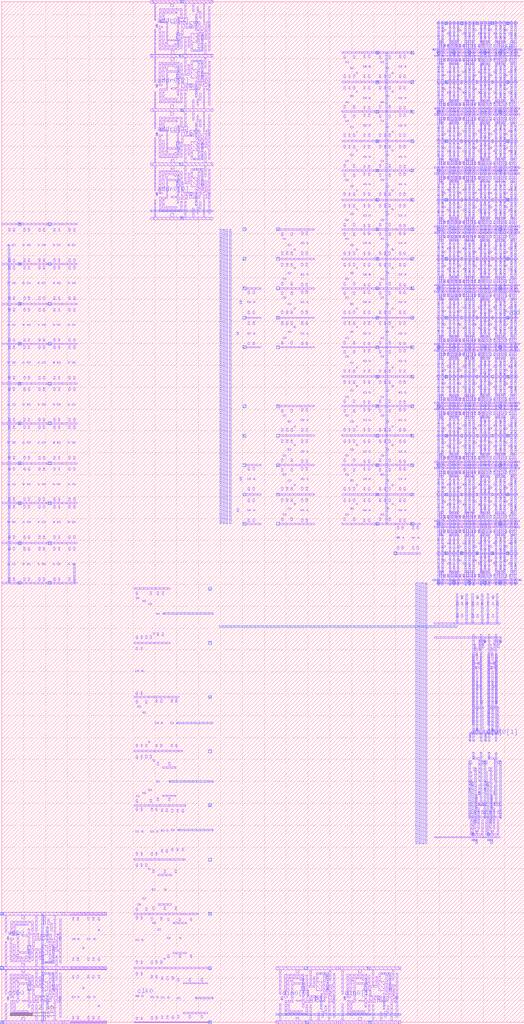
<source format=lef>
VERSION 5.4 ;
NAMESCASESENSITIVE ON ;
BUSBITCHARS "[]" ;
DIVIDERCHAR "/" ;
UNITS
  DATABASE MICRONS 2000 ;
END UNITS
MACRO sram_2_16_1_freepdk45
   CLASS BLOCK ;
   SIZE 23.88 BY 46.6 ;
   SYMMETRY X Y R90 ;
   PIN din0[0]
      DIRECTION INPUT ;
      PORT
         LAYER metal2 ;
         RECT  12.7725 1.0375 12.85 1.1725 ;
      END
   END din0[0]
   PIN din0[1]
      DIRECTION INPUT ;
      PORT
         LAYER metal2 ;
         RECT  15.6325 1.0375 15.71 1.1725 ;
      END
   END din0[1]
   PIN addr0[0]
      DIRECTION INPUT ;
      PORT
         LAYER metal2 ;
         RECT  7.0525 37.7375 7.13 37.8725 ;
      END
   END addr0[0]
   PIN addr0[1]
      DIRECTION INPUT ;
      PORT
         LAYER metal2 ;
         RECT  7.0525 40.4775 7.13 40.6125 ;
      END
   END addr0[1]
   PIN addr0[2]
      DIRECTION INPUT ;
      PORT
         LAYER metal2 ;
         RECT  7.0525 42.6875 7.13 42.8225 ;
      END
   END addr0[2]
   PIN addr0[3]
      DIRECTION INPUT ;
      PORT
         LAYER metal2 ;
         RECT  7.0525 45.4275 7.13 45.5625 ;
      END
   END addr0[3]
   PIN csb0
      DIRECTION INPUT ;
      PORT
         LAYER metal2 ;
         RECT  0.245 1.0375 0.3225 1.1725 ;
      END
   END csb0
   PIN web0
      DIRECTION INPUT ;
      PORT
         LAYER metal2 ;
         RECT  0.245 3.7775 0.3225 3.9125 ;
      END
   END web0
   PIN clk0
      DIRECTION INPUT ;
      PORT
         LAYER metal2 ;
         RECT  6.155 1.1575 6.225 1.2275 ;
      END
   END clk0
   PIN dout0[0]
      DIRECTION OUTPUT ;
      PORT
         LAYER metal2 ;
         RECT  21.375 12.825 21.445 13.2225 ;
      END
   END dout0[0]
   PIN dout0[1]
      DIRECTION OUTPUT ;
      PORT
         LAYER metal2 ;
         RECT  22.08 12.825 22.15 13.2225 ;
      END
   END dout0[1]
   PIN vdd
      DIRECTION INOUT ;
      USE POWER ; 
      SHAPE ABUTMENT ; 
      PORT
         LAYER metal3 ;
         RECT  21.655 45.5475 21.79 45.6825 ;
         LAYER metal3 ;
         RECT  8.12 39.1125 8.255 39.2475 ;
         LAYER metal3 ;
         RECT  -0.0675 2.4125 0.0675 2.5475 ;
         LAYER metal3 ;
         RECT  23.065 24.0275 23.2 24.1625 ;
         LAYER metal3 ;
         RECT  20.95 45.5475 21.085 45.6825 ;
         LAYER metal3 ;
         RECT  2.125 36.3725 2.26 36.5075 ;
         LAYER metal3 ;
         RECT  18.6925 34.7875 18.8275 34.9225 ;
         LAYER metal3 ;
         RECT  9.46 17.2575 9.595 17.3925 ;
         LAYER metal3 ;
         RECT  8.12 44.0525 8.255 44.1875 ;
         LAYER metal3 ;
         RECT  23.065 40.1675 23.2 40.3025 ;
         LAYER metal3 ;
         RECT  17.1025 29.4075 17.2375 29.5425 ;
         LAYER metal3 ;
         RECT  21.0075 19.3325 21.0775 19.4675 ;
         LAYER metal3 ;
         RECT  18.6925 37.4775 18.8275 37.6125 ;
         LAYER metal3 ;
         RECT  17.1025 40.1675 17.2375 40.3025 ;
         LAYER metal3 ;
         RECT  0.75 32.7325 0.885 32.8675 ;
         LAYER metal3 ;
         RECT  17.915 21.3375 18.05 21.4725 ;
         LAYER metal3 ;
         RECT  18.6925 26.7175 18.8275 26.8525 ;
         LAYER metal3 ;
         RECT  23.065 34.7875 23.2 34.9225 ;
         LAYER metal3 ;
         RECT  18.6925 40.1675 18.8275 40.3025 ;
         LAYER metal3 ;
         RECT  2.125 32.7325 2.26 32.8675 ;
         LAYER metal3 ;
         RECT  16.7 2.4025 16.835 2.5375 ;
         LAYER metal3 ;
         RECT  9.46 2.4075 9.595 2.5425 ;
         LAYER metal3 ;
         RECT  23.065 26.7175 23.2 26.8525 ;
         LAYER metal3 ;
         RECT  22.3975 13.2925 22.4675 13.4275 ;
         LAYER metal3 ;
         RECT  11.0325 26.7175 11.1675 26.8525 ;
         LAYER metal3 ;
         RECT  20.245 29.4075 20.38 29.5425 ;
         LAYER metal3 ;
         RECT  20.245 37.4775 20.38 37.6125 ;
         LAYER metal3 ;
         RECT  11.0325 32.0975 11.1675 32.2325 ;
         LAYER metal3 ;
         RECT  21.7125 19.3325 21.7825 19.4675 ;
         LAYER metal3 ;
         RECT  20.245 40.1675 20.38 40.3025 ;
         LAYER metal3 ;
         RECT  17.1025 24.0275 17.2375 24.1625 ;
         LAYER metal3 ;
         RECT  12.56 32.0975 12.695 32.2325 ;
         LAYER metal3 ;
         RECT  22.2175 8.5075 22.2875 8.6425 ;
         LAYER metal3 ;
         RECT  21.6925 13.2925 21.7625 13.4275 ;
         LAYER metal3 ;
         RECT  -0.0675 2.4025 0.0675 2.5375 ;
         LAYER metal3 ;
         RECT  2.125 29.0925 2.26 29.2275 ;
         LAYER metal3 ;
         RECT  17.1025 26.7175 17.2375 26.8525 ;
         LAYER metal3 ;
         RECT  12.56 34.7875 12.695 34.9225 ;
         LAYER metal3 ;
         RECT  23.065 45.5475 23.2 45.6825 ;
         LAYER metal3 ;
         RECT  20.245 32.0975 20.38 32.2325 ;
         LAYER metal3 ;
         RECT  13.84 2.4025 13.975 2.5375 ;
         LAYER metal3 ;
         RECT  22.36 45.5475 22.495 45.6825 ;
         LAYER metal3 ;
         RECT  20.245 34.7875 20.38 34.9225 ;
         LAYER metal3 ;
         RECT  20.245 21.3375 20.38 21.4725 ;
         LAYER metal3 ;
         RECT  2.125 21.8125 2.26 21.9475 ;
         LAYER metal3 ;
         RECT  17.1025 42.8575 17.2375 42.9925 ;
         LAYER metal3 ;
         RECT  20.245 42.8575 20.38 42.9925 ;
         LAYER metal3 ;
         RECT  18.6925 24.0275 18.8275 24.1625 ;
         LAYER metal3 ;
         RECT  8.12 44.0625 8.255 44.1975 ;
         LAYER metal3 ;
         RECT  18.6925 42.8575 18.8275 42.9925 ;
         LAYER metal3 ;
         RECT  20.95 21.3375 21.085 21.4725 ;
         LAYER metal3 ;
         RECT  22.4175 19.3325 22.4875 19.4675 ;
         LAYER metal3 ;
         RECT  17.1025 37.4775 17.2375 37.6125 ;
         LAYER metal3 ;
         RECT  23.065 42.8575 23.2 42.9925 ;
         LAYER metal3 ;
         RECT  21.655 21.3375 21.79 21.4725 ;
         LAYER metal3 ;
         RECT  18.6925 32.0975 18.8275 32.2325 ;
         LAYER metal3 ;
         RECT  20.245 45.5475 20.38 45.6825 ;
         LAYER metal3 ;
         RECT  17.1025 34.7875 17.2375 34.9225 ;
         LAYER metal3 ;
         RECT  2.125 25.4525 2.26 25.5875 ;
         LAYER metal3 ;
         RECT  8.12 39.1025 8.255 39.2375 ;
         LAYER metal3 ;
         RECT  23.065 37.4775 23.2 37.6125 ;
         LAYER metal3 ;
         RECT  0.75 29.0925 0.885 29.2275 ;
         LAYER metal3 ;
         RECT  20.245 24.0275 20.38 24.1625 ;
         LAYER metal3 ;
         RECT  9.46 12.3075 9.595 12.4425 ;
         LAYER metal3 ;
         RECT  11.0325 24.0275 11.1675 24.1625 ;
         LAYER metal3 ;
         RECT  23.065 21.3375 23.2 21.4725 ;
         LAYER metal3 ;
         RECT  23.065 29.4075 23.2 29.5425 ;
         LAYER metal3 ;
         RECT  9.46 7.3575 9.595 7.4925 ;
         LAYER metal3 ;
         RECT  0.75 21.8125 0.885 21.9475 ;
         LAYER metal3 ;
         RECT  0.75 25.4525 0.885 25.5875 ;
         LAYER metal3 ;
         RECT  22.36 21.3375 22.495 21.4725 ;
         LAYER metal3 ;
         RECT  11.0325 34.7875 11.1675 34.9225 ;
         LAYER metal3 ;
         RECT  17.1025 32.0975 17.2375 32.2325 ;
         LAYER metal3 ;
         RECT  12.56 24.0275 12.695 24.1625 ;
         LAYER metal3 ;
         RECT  18.6925 29.4075 18.8275 29.5425 ;
         LAYER metal3 ;
         RECT  21.5125 8.5075 21.5825 8.6425 ;
         LAYER metal3 ;
         RECT  12.56 26.7175 12.695 26.8525 ;
         LAYER metal3 ;
         RECT  20.245 26.7175 20.38 26.8525 ;
         LAYER metal3 ;
         RECT  0.75 36.3725 0.885 36.5075 ;
         LAYER metal3 ;
         RECT  23.065 32.0975 23.2 32.2325 ;
      END
   END vdd
   PIN gnd
      DIRECTION INOUT ;
      USE GROUND ; 
      SHAPE ABUTMENT ; 
      PORT
         LAYER metal3 ;
         RECT  17.1025 22.6825 17.2375 22.8175 ;
         LAYER metal3 ;
         RECT  18.6925 33.4425 18.8275 33.5775 ;
         LAYER metal3 ;
         RECT  20.6025 44.2025 20.7375 44.3375 ;
         LAYER metal3 ;
         RECT  18.6925 44.2025 18.8275 44.3375 ;
         LAYER metal3 ;
         RECT  22.7175 30.7525 22.8525 30.8875 ;
         LAYER metal3 ;
         RECT  22.75 17.3275 22.82 17.4625 ;
         LAYER metal3 ;
         RECT  22.045 10.5575 22.115 10.6925 ;
         LAYER metal3 ;
         RECT  21.3075 44.2025 21.4425 44.3375 ;
         LAYER metal3 ;
         RECT  22.7175 36.1325 22.8525 36.2675 ;
         LAYER metal3 ;
         RECT  19.8975 30.7525 20.0325 30.8875 ;
         LAYER metal3 ;
         RECT  18.6925 30.7525 18.8275 30.8875 ;
         LAYER metal3 ;
         RECT  21.3075 19.9925 21.4425 20.1275 ;
         LAYER metal3 ;
         RECT  19.8975 44.2025 20.0325 44.3375 ;
         LAYER metal3 ;
         RECT  19.8975 38.8225 20.0325 38.9575 ;
         LAYER metal3 ;
         RECT  9.46 -0.0675 9.595 0.0675 ;
         LAYER metal3 ;
         RECT  9.46 9.8325 9.595 9.9675 ;
         LAYER metal3 ;
         RECT  19.8975 41.5125 20.0325 41.6475 ;
         LAYER metal3 ;
         RECT  19.8975 25.3725 20.0325 25.5075 ;
         LAYER metal3 ;
         RECT  23.6175 20.165 23.7525 20.235 ;
         LAYER metal3 ;
         RECT  19.8975 19.9925 20.0325 20.1275 ;
         LAYER metal3 ;
         RECT  17.1025 33.4425 17.2375 33.5775 ;
         LAYER metal3 ;
         RECT  17.1025 44.2025 17.2375 44.3375 ;
         LAYER metal3 ;
         RECT  22.0125 19.9925 22.1475 20.1275 ;
         LAYER metal3 ;
         RECT  18.6925 22.6825 18.8275 22.8175 ;
         LAYER metal3 ;
         RECT  22.0125 44.2025 22.1475 44.3375 ;
         LAYER metal3 ;
         RECT  13.89 -0.0675 14.025 0.0675 ;
         LAYER metal3 ;
         RECT  19.8975 36.1325 20.0325 36.2675 ;
         LAYER metal3 ;
         RECT  17.1025 41.5125 17.2375 41.6475 ;
         LAYER metal3 ;
         RECT  0.75 30.9125 0.885 31.0475 ;
         LAYER metal3 ;
         RECT  22.7175 28.0625 22.8525 28.1975 ;
         LAYER metal3 ;
         RECT  18.6925 28.0625 18.8275 28.1975 ;
         LAYER metal3 ;
         RECT  0.75 19.9925 0.885 20.1275 ;
         LAYER metal3 ;
         RECT  11.0325 25.3725 11.1675 25.5075 ;
         LAYER metal3 ;
         RECT  12.56 28.0625 12.695 28.1975 ;
         LAYER metal3 ;
         RECT  17.1025 38.8225 17.2375 38.9575 ;
         LAYER metal3 ;
         RECT  9.46 19.7325 9.595 19.8675 ;
         LAYER metal3 ;
         RECT  23.6175 44.375 23.7525 44.445 ;
         LAYER metal3 ;
         RECT  9.46 14.7825 9.595 14.9175 ;
         LAYER metal3 ;
         RECT  0.75 34.5525 0.885 34.6875 ;
         LAYER metal3 ;
         RECT  12.56 22.6825 12.695 22.8175 ;
         LAYER metal3 ;
         RECT  17.1025 28.0625 17.2375 28.1975 ;
         LAYER metal3 ;
         RECT  19.8975 22.6825 20.0325 22.8175 ;
         LAYER metal3 ;
         RECT  12.56 30.7525 12.695 30.8875 ;
         LAYER metal3 ;
         RECT  21.34 10.5575 21.41 10.6925 ;
         LAYER metal3 ;
         RECT  22.7175 33.4425 22.8525 33.5775 ;
         LAYER metal3 ;
         RECT  12.56 33.4425 12.695 33.5775 ;
         LAYER metal3 ;
         RECT  22.7175 19.9925 22.8525 20.1275 ;
         LAYER metal3 ;
         RECT  22.7175 41.5125 22.8525 41.6475 ;
         LAYER metal3 ;
         RECT  16.75 -0.0675 16.885 0.0675 ;
         LAYER metal3 ;
         RECT  11.0325 22.6825 11.1675 22.8175 ;
         LAYER metal3 ;
         RECT  19.8975 28.0625 20.0325 28.1975 ;
         LAYER metal3 ;
         RECT  2.125 19.9925 2.26 20.1275 ;
         LAYER metal3 ;
         RECT  17.1025 30.7525 17.2375 30.8875 ;
         LAYER metal3 ;
         RECT  18.6925 38.8225 18.8275 38.9575 ;
         LAYER metal3 ;
         RECT  12.56 36.1325 12.695 36.2675 ;
         LAYER metal3 ;
         RECT  17.1025 36.1325 17.2375 36.2675 ;
         LAYER metal3 ;
         RECT  11.0325 28.0625 11.1675 28.1975 ;
         LAYER metal3 ;
         RECT  11.0325 36.1325 11.1675 36.2675 ;
         LAYER metal3 ;
         RECT  19.7025 44.375 19.8375 44.445 ;
         LAYER metal3 ;
         RECT  18.6925 25.3725 18.8275 25.5075 ;
         LAYER metal3 ;
         RECT  8.17 41.5825 8.305 41.7175 ;
         LAYER metal3 ;
         RECT  20.6025 19.9925 20.7375 20.1275 ;
         LAYER metal3 ;
         RECT  0.75 23.6325 0.885 23.7675 ;
         LAYER metal3 ;
         RECT  2.125 34.5525 2.26 34.6875 ;
         LAYER metal3 ;
         RECT  22.7175 38.8225 22.8525 38.9575 ;
         LAYER metal3 ;
         RECT  18.6925 36.1325 18.8275 36.2675 ;
         LAYER metal3 ;
         RECT  -0.0675 -0.0675 0.0675 0.0675 ;
         LAYER metal3 ;
         RECT  8.17 36.6325 8.305 36.7675 ;
         LAYER metal3 ;
         RECT  2.125 23.6325 2.26 23.7675 ;
         LAYER metal3 ;
         RECT  -0.0675 4.8825 0.0675 5.0175 ;
         LAYER metal3 ;
         RECT  18.6925 41.5125 18.8275 41.6475 ;
         LAYER metal3 ;
         RECT  0.75 27.2725 0.885 27.4075 ;
         LAYER metal3 ;
         RECT  11.0325 33.4425 11.1675 33.5775 ;
         LAYER metal3 ;
         RECT  22.045 17.3275 22.115 17.4625 ;
         LAYER metal3 ;
         RECT  22.7175 22.6825 22.8525 22.8175 ;
         LAYER metal3 ;
         RECT  19.7025 20.165 19.8375 20.235 ;
         LAYER metal3 ;
         RECT  17.1025 25.3725 17.2375 25.5075 ;
         LAYER metal3 ;
         RECT  8.17 46.5325 8.305 46.6675 ;
         LAYER metal3 ;
         RECT  2.125 30.9125 2.26 31.0475 ;
         LAYER metal3 ;
         RECT  12.56 25.3725 12.695 25.5075 ;
         LAYER metal3 ;
         RECT  11.0325 30.7525 11.1675 30.8875 ;
         LAYER metal3 ;
         RECT  19.8975 33.4425 20.0325 33.5775 ;
         LAYER metal3 ;
         RECT  22.7175 25.3725 22.8525 25.5075 ;
         LAYER metal3 ;
         RECT  9.46 4.8825 9.595 5.0175 ;
         LAYER metal3 ;
         RECT  2.125 27.2725 2.26 27.4075 ;
         LAYER metal3 ;
         RECT  22.7175 44.2025 22.8525 44.3375 ;
      END
   END gnd
   OBS
   LAYER  metal1 ;
      RECT  21.53 23.3975 21.595 23.5325 ;
      RECT  22.045 23.3975 22.115 23.5325 ;
      RECT  21.425 23.2325 21.595 23.2975 ;
      RECT  21.285 22.8575 22.17 22.9225 ;
      RECT  21.34 23.8625 21.41 24.0625 ;
      RECT  22.045 23.8625 22.11 23.9975 ;
      RECT  21.5975 23.0075 21.6625 23.1425 ;
      RECT  21.78 23.0075 21.845 23.1425 ;
      RECT  22.045 23.3975 22.11 23.5325 ;
      RECT  22.0125 22.7175 22.1475 22.7825 ;
      RECT  21.7725 23.5975 21.9075 23.6625 ;
      RECT  21.995 22.86 22.0475 22.9225 ;
      RECT  21.5475 23.7475 21.6825 23.8125 ;
      RECT  21.425 23.0075 21.495 23.2975 ;
      RECT  21.53 23.2325 21.595 23.9725 ;
      RECT  22.045 23.8625 22.115 24.0625 ;
      RECT  21.965 23.0075 22.03 23.1425 ;
      RECT  21.29 22.86 21.3425 22.9225 ;
      RECT  21.285 24.0625 22.17 24.1275 ;
      RECT  21.3425 23.5 21.4075 23.635 ;
      RECT  21.66 22.7175 21.795 22.7825 ;
      RECT  21.965 23.0075 22.035 23.2975 ;
      RECT  21.6425 22.8575 21.7775 22.9225 ;
      RECT  21.345 23.8625 21.41 23.9975 ;
      RECT  21.86 23.2325 22.035 23.2975 ;
      RECT  21.86 23.8625 21.925 23.9975 ;
      RECT  21.285 22.7175 22.17 22.7825 ;
      RECT  22.0475 23.5 22.1125 23.635 ;
      RECT  21.34 23.3975 21.41 23.5325 ;
      RECT  21.61 23.0075 21.675 23.1425 ;
      RECT  21.86 23.3975 21.925 23.5325 ;
      RECT  21.7925 23.0075 21.8575 23.1425 ;
      RECT  21.345 23.3975 21.41 23.5325 ;
      RECT  21.53 23.8625 21.595 23.9975 ;
      RECT  21.86 23.2325 21.925 23.8625 ;
      RECT  21.3075 22.7175 21.4425 22.7825 ;
      RECT  21.425 23.0075 21.49 23.1425 ;
      RECT  21.53 24.7925 21.595 24.6575 ;
      RECT  22.045 24.7925 22.115 24.6575 ;
      RECT  21.425 24.9575 21.595 24.8925 ;
      RECT  21.285 25.3325 22.17 25.2675 ;
      RECT  21.34 24.3275 21.41 24.1275 ;
      RECT  22.045 24.3275 22.11 24.1925 ;
      RECT  21.5975 25.1825 21.6625 25.0475 ;
      RECT  21.78 25.1825 21.845 25.0475 ;
      RECT  22.045 24.7925 22.11 24.6575 ;
      RECT  22.0125 25.4725 22.1475 25.4075 ;
      RECT  21.7725 24.5925 21.9075 24.5275 ;
      RECT  21.995 25.33 22.0475 25.2675 ;
      RECT  21.5475 24.4425 21.6825 24.3775 ;
      RECT  21.425 25.1825 21.495 24.8925 ;
      RECT  21.53 24.9575 21.595 24.2175 ;
      RECT  22.045 24.3275 22.115 24.1275 ;
      RECT  21.965 25.1825 22.03 25.0475 ;
      RECT  21.29 25.33 21.3425 25.2675 ;
      RECT  21.285 24.1275 22.17 24.0625 ;
      RECT  21.3425 24.69 21.4075 24.555 ;
      RECT  21.66 25.4725 21.795 25.4075 ;
      RECT  21.965 25.1825 22.035 24.8925 ;
      RECT  21.6425 25.3325 21.7775 25.2675 ;
      RECT  21.345 24.3275 21.41 24.1925 ;
      RECT  21.86 24.9575 22.035 24.8925 ;
      RECT  21.86 24.3275 21.925 24.1925 ;
      RECT  21.285 25.4725 22.17 25.4075 ;
      RECT  22.0475 24.69 22.1125 24.555 ;
      RECT  21.34 24.7925 21.41 24.6575 ;
      RECT  21.61 25.1825 21.675 25.0475 ;
      RECT  21.86 24.7925 21.925 24.6575 ;
      RECT  21.7925 25.1825 21.8575 25.0475 ;
      RECT  21.345 24.7925 21.41 24.6575 ;
      RECT  21.53 24.3275 21.595 24.1925 ;
      RECT  21.86 24.9575 21.925 24.3275 ;
      RECT  21.3075 25.4725 21.4425 25.4075 ;
      RECT  21.425 25.1825 21.49 25.0475 ;
      RECT  21.53 26.0875 21.595 26.2225 ;
      RECT  22.045 26.0875 22.115 26.2225 ;
      RECT  21.425 25.9225 21.595 25.9875 ;
      RECT  21.285 25.5475 22.17 25.6125 ;
      RECT  21.34 26.5525 21.41 26.7525 ;
      RECT  22.045 26.5525 22.11 26.6875 ;
      RECT  21.5975 25.6975 21.6625 25.8325 ;
      RECT  21.78 25.6975 21.845 25.8325 ;
      RECT  22.045 26.0875 22.11 26.2225 ;
      RECT  22.0125 25.4075 22.1475 25.4725 ;
      RECT  21.7725 26.2875 21.9075 26.3525 ;
      RECT  21.995 25.55 22.0475 25.6125 ;
      RECT  21.5475 26.4375 21.6825 26.5025 ;
      RECT  21.425 25.6975 21.495 25.9875 ;
      RECT  21.53 25.9225 21.595 26.6625 ;
      RECT  22.045 26.5525 22.115 26.7525 ;
      RECT  21.965 25.6975 22.03 25.8325 ;
      RECT  21.29 25.55 21.3425 25.6125 ;
      RECT  21.285 26.7525 22.17 26.8175 ;
      RECT  21.3425 26.19 21.4075 26.325 ;
      RECT  21.66 25.4075 21.795 25.4725 ;
      RECT  21.965 25.6975 22.035 25.9875 ;
      RECT  21.6425 25.5475 21.7775 25.6125 ;
      RECT  21.345 26.5525 21.41 26.6875 ;
      RECT  21.86 25.9225 22.035 25.9875 ;
      RECT  21.86 26.5525 21.925 26.6875 ;
      RECT  21.285 25.4075 22.17 25.4725 ;
      RECT  22.0475 26.19 22.1125 26.325 ;
      RECT  21.34 26.0875 21.41 26.2225 ;
      RECT  21.61 25.6975 21.675 25.8325 ;
      RECT  21.86 26.0875 21.925 26.2225 ;
      RECT  21.7925 25.6975 21.8575 25.8325 ;
      RECT  21.345 26.0875 21.41 26.2225 ;
      RECT  21.53 26.5525 21.595 26.6875 ;
      RECT  21.86 25.9225 21.925 26.5525 ;
      RECT  21.3075 25.4075 21.4425 25.4725 ;
      RECT  21.425 25.6975 21.49 25.8325 ;
      RECT  21.53 27.4825 21.595 27.3475 ;
      RECT  22.045 27.4825 22.115 27.3475 ;
      RECT  21.425 27.6475 21.595 27.5825 ;
      RECT  21.285 28.0225 22.17 27.9575 ;
      RECT  21.34 27.0175 21.41 26.8175 ;
      RECT  22.045 27.0175 22.11 26.8825 ;
      RECT  21.5975 27.8725 21.6625 27.7375 ;
      RECT  21.78 27.8725 21.845 27.7375 ;
      RECT  22.045 27.4825 22.11 27.3475 ;
      RECT  22.0125 28.1625 22.1475 28.0975 ;
      RECT  21.7725 27.2825 21.9075 27.2175 ;
      RECT  21.995 28.02 22.0475 27.9575 ;
      RECT  21.5475 27.1325 21.6825 27.0675 ;
      RECT  21.425 27.8725 21.495 27.5825 ;
      RECT  21.53 27.6475 21.595 26.9075 ;
      RECT  22.045 27.0175 22.115 26.8175 ;
      RECT  21.965 27.8725 22.03 27.7375 ;
      RECT  21.29 28.02 21.3425 27.9575 ;
      RECT  21.285 26.8175 22.17 26.7525 ;
      RECT  21.3425 27.38 21.4075 27.245 ;
      RECT  21.66 28.1625 21.795 28.0975 ;
      RECT  21.965 27.8725 22.035 27.5825 ;
      RECT  21.6425 28.0225 21.7775 27.9575 ;
      RECT  21.345 27.0175 21.41 26.8825 ;
      RECT  21.86 27.6475 22.035 27.5825 ;
      RECT  21.86 27.0175 21.925 26.8825 ;
      RECT  21.285 28.1625 22.17 28.0975 ;
      RECT  22.0475 27.38 22.1125 27.245 ;
      RECT  21.34 27.4825 21.41 27.3475 ;
      RECT  21.61 27.8725 21.675 27.7375 ;
      RECT  21.86 27.4825 21.925 27.3475 ;
      RECT  21.7925 27.8725 21.8575 27.7375 ;
      RECT  21.345 27.4825 21.41 27.3475 ;
      RECT  21.53 27.0175 21.595 26.8825 ;
      RECT  21.86 27.6475 21.925 27.0175 ;
      RECT  21.3075 28.1625 21.4425 28.0975 ;
      RECT  21.425 27.8725 21.49 27.7375 ;
      RECT  21.53 28.7775 21.595 28.9125 ;
      RECT  22.045 28.7775 22.115 28.9125 ;
      RECT  21.425 28.6125 21.595 28.6775 ;
      RECT  21.285 28.2375 22.17 28.3025 ;
      RECT  21.34 29.2425 21.41 29.4425 ;
      RECT  22.045 29.2425 22.11 29.3775 ;
      RECT  21.5975 28.3875 21.6625 28.5225 ;
      RECT  21.78 28.3875 21.845 28.5225 ;
      RECT  22.045 28.7775 22.11 28.9125 ;
      RECT  22.0125 28.0975 22.1475 28.1625 ;
      RECT  21.7725 28.9775 21.9075 29.0425 ;
      RECT  21.995 28.24 22.0475 28.3025 ;
      RECT  21.5475 29.1275 21.6825 29.1925 ;
      RECT  21.425 28.3875 21.495 28.6775 ;
      RECT  21.53 28.6125 21.595 29.3525 ;
      RECT  22.045 29.2425 22.115 29.4425 ;
      RECT  21.965 28.3875 22.03 28.5225 ;
      RECT  21.29 28.24 21.3425 28.3025 ;
      RECT  21.285 29.4425 22.17 29.5075 ;
      RECT  21.3425 28.88 21.4075 29.015 ;
      RECT  21.66 28.0975 21.795 28.1625 ;
      RECT  21.965 28.3875 22.035 28.6775 ;
      RECT  21.6425 28.2375 21.7775 28.3025 ;
      RECT  21.345 29.2425 21.41 29.3775 ;
      RECT  21.86 28.6125 22.035 28.6775 ;
      RECT  21.86 29.2425 21.925 29.3775 ;
      RECT  21.285 28.0975 22.17 28.1625 ;
      RECT  22.0475 28.88 22.1125 29.015 ;
      RECT  21.34 28.7775 21.41 28.9125 ;
      RECT  21.61 28.3875 21.675 28.5225 ;
      RECT  21.86 28.7775 21.925 28.9125 ;
      RECT  21.7925 28.3875 21.8575 28.5225 ;
      RECT  21.345 28.7775 21.41 28.9125 ;
      RECT  21.53 29.2425 21.595 29.3775 ;
      RECT  21.86 28.6125 21.925 29.2425 ;
      RECT  21.3075 28.0975 21.4425 28.1625 ;
      RECT  21.425 28.3875 21.49 28.5225 ;
      RECT  21.53 30.1725 21.595 30.0375 ;
      RECT  22.045 30.1725 22.115 30.0375 ;
      RECT  21.425 30.3375 21.595 30.2725 ;
      RECT  21.285 30.7125 22.17 30.6475 ;
      RECT  21.34 29.7075 21.41 29.5075 ;
      RECT  22.045 29.7075 22.11 29.5725 ;
      RECT  21.5975 30.5625 21.6625 30.4275 ;
      RECT  21.78 30.5625 21.845 30.4275 ;
      RECT  22.045 30.1725 22.11 30.0375 ;
      RECT  22.0125 30.8525 22.1475 30.7875 ;
      RECT  21.7725 29.9725 21.9075 29.9075 ;
      RECT  21.995 30.71 22.0475 30.6475 ;
      RECT  21.5475 29.8225 21.6825 29.7575 ;
      RECT  21.425 30.5625 21.495 30.2725 ;
      RECT  21.53 30.3375 21.595 29.5975 ;
      RECT  22.045 29.7075 22.115 29.5075 ;
      RECT  21.965 30.5625 22.03 30.4275 ;
      RECT  21.29 30.71 21.3425 30.6475 ;
      RECT  21.285 29.5075 22.17 29.4425 ;
      RECT  21.3425 30.07 21.4075 29.935 ;
      RECT  21.66 30.8525 21.795 30.7875 ;
      RECT  21.965 30.5625 22.035 30.2725 ;
      RECT  21.6425 30.7125 21.7775 30.6475 ;
      RECT  21.345 29.7075 21.41 29.5725 ;
      RECT  21.86 30.3375 22.035 30.2725 ;
      RECT  21.86 29.7075 21.925 29.5725 ;
      RECT  21.285 30.8525 22.17 30.7875 ;
      RECT  22.0475 30.07 22.1125 29.935 ;
      RECT  21.34 30.1725 21.41 30.0375 ;
      RECT  21.61 30.5625 21.675 30.4275 ;
      RECT  21.86 30.1725 21.925 30.0375 ;
      RECT  21.7925 30.5625 21.8575 30.4275 ;
      RECT  21.345 30.1725 21.41 30.0375 ;
      RECT  21.53 29.7075 21.595 29.5725 ;
      RECT  21.86 30.3375 21.925 29.7075 ;
      RECT  21.3075 30.8525 21.4425 30.7875 ;
      RECT  21.425 30.5625 21.49 30.4275 ;
      RECT  21.53 31.4675 21.595 31.6025 ;
      RECT  22.045 31.4675 22.115 31.6025 ;
      RECT  21.425 31.3025 21.595 31.3675 ;
      RECT  21.285 30.9275 22.17 30.9925 ;
      RECT  21.34 31.9325 21.41 32.1325 ;
      RECT  22.045 31.9325 22.11 32.0675 ;
      RECT  21.5975 31.0775 21.6625 31.2125 ;
      RECT  21.78 31.0775 21.845 31.2125 ;
      RECT  22.045 31.4675 22.11 31.6025 ;
      RECT  22.0125 30.7875 22.1475 30.8525 ;
      RECT  21.7725 31.6675 21.9075 31.7325 ;
      RECT  21.995 30.93 22.0475 30.9925 ;
      RECT  21.5475 31.8175 21.6825 31.8825 ;
      RECT  21.425 31.0775 21.495 31.3675 ;
      RECT  21.53 31.3025 21.595 32.0425 ;
      RECT  22.045 31.9325 22.115 32.1325 ;
      RECT  21.965 31.0775 22.03 31.2125 ;
      RECT  21.29 30.93 21.3425 30.9925 ;
      RECT  21.285 32.1325 22.17 32.1975 ;
      RECT  21.3425 31.57 21.4075 31.705 ;
      RECT  21.66 30.7875 21.795 30.8525 ;
      RECT  21.965 31.0775 22.035 31.3675 ;
      RECT  21.6425 30.9275 21.7775 30.9925 ;
      RECT  21.345 31.9325 21.41 32.0675 ;
      RECT  21.86 31.3025 22.035 31.3675 ;
      RECT  21.86 31.9325 21.925 32.0675 ;
      RECT  21.285 30.7875 22.17 30.8525 ;
      RECT  22.0475 31.57 22.1125 31.705 ;
      RECT  21.34 31.4675 21.41 31.6025 ;
      RECT  21.61 31.0775 21.675 31.2125 ;
      RECT  21.86 31.4675 21.925 31.6025 ;
      RECT  21.7925 31.0775 21.8575 31.2125 ;
      RECT  21.345 31.4675 21.41 31.6025 ;
      RECT  21.53 31.9325 21.595 32.0675 ;
      RECT  21.86 31.3025 21.925 31.9325 ;
      RECT  21.3075 30.7875 21.4425 30.8525 ;
      RECT  21.425 31.0775 21.49 31.2125 ;
      RECT  21.53 32.8625 21.595 32.7275 ;
      RECT  22.045 32.8625 22.115 32.7275 ;
      RECT  21.425 33.0275 21.595 32.9625 ;
      RECT  21.285 33.4025 22.17 33.3375 ;
      RECT  21.34 32.3975 21.41 32.1975 ;
      RECT  22.045 32.3975 22.11 32.2625 ;
      RECT  21.5975 33.2525 21.6625 33.1175 ;
      RECT  21.78 33.2525 21.845 33.1175 ;
      RECT  22.045 32.8625 22.11 32.7275 ;
      RECT  22.0125 33.5425 22.1475 33.4775 ;
      RECT  21.7725 32.6625 21.9075 32.5975 ;
      RECT  21.995 33.4 22.0475 33.3375 ;
      RECT  21.5475 32.5125 21.6825 32.4475 ;
      RECT  21.425 33.2525 21.495 32.9625 ;
      RECT  21.53 33.0275 21.595 32.2875 ;
      RECT  22.045 32.3975 22.115 32.1975 ;
      RECT  21.965 33.2525 22.03 33.1175 ;
      RECT  21.29 33.4 21.3425 33.3375 ;
      RECT  21.285 32.1975 22.17 32.1325 ;
      RECT  21.3425 32.76 21.4075 32.625 ;
      RECT  21.66 33.5425 21.795 33.4775 ;
      RECT  21.965 33.2525 22.035 32.9625 ;
      RECT  21.6425 33.4025 21.7775 33.3375 ;
      RECT  21.345 32.3975 21.41 32.2625 ;
      RECT  21.86 33.0275 22.035 32.9625 ;
      RECT  21.86 32.3975 21.925 32.2625 ;
      RECT  21.285 33.5425 22.17 33.4775 ;
      RECT  22.0475 32.76 22.1125 32.625 ;
      RECT  21.34 32.8625 21.41 32.7275 ;
      RECT  21.61 33.2525 21.675 33.1175 ;
      RECT  21.86 32.8625 21.925 32.7275 ;
      RECT  21.7925 33.2525 21.8575 33.1175 ;
      RECT  21.345 32.8625 21.41 32.7275 ;
      RECT  21.53 32.3975 21.595 32.2625 ;
      RECT  21.86 33.0275 21.925 32.3975 ;
      RECT  21.3075 33.5425 21.4425 33.4775 ;
      RECT  21.425 33.2525 21.49 33.1175 ;
      RECT  21.53 34.1575 21.595 34.2925 ;
      RECT  22.045 34.1575 22.115 34.2925 ;
      RECT  21.425 33.9925 21.595 34.0575 ;
      RECT  21.285 33.6175 22.17 33.6825 ;
      RECT  21.34 34.6225 21.41 34.8225 ;
      RECT  22.045 34.6225 22.11 34.7575 ;
      RECT  21.5975 33.7675 21.6625 33.9025 ;
      RECT  21.78 33.7675 21.845 33.9025 ;
      RECT  22.045 34.1575 22.11 34.2925 ;
      RECT  22.0125 33.4775 22.1475 33.5425 ;
      RECT  21.7725 34.3575 21.9075 34.4225 ;
      RECT  21.995 33.62 22.0475 33.6825 ;
      RECT  21.5475 34.5075 21.6825 34.5725 ;
      RECT  21.425 33.7675 21.495 34.0575 ;
      RECT  21.53 33.9925 21.595 34.7325 ;
      RECT  22.045 34.6225 22.115 34.8225 ;
      RECT  21.965 33.7675 22.03 33.9025 ;
      RECT  21.29 33.62 21.3425 33.6825 ;
      RECT  21.285 34.8225 22.17 34.8875 ;
      RECT  21.3425 34.26 21.4075 34.395 ;
      RECT  21.66 33.4775 21.795 33.5425 ;
      RECT  21.965 33.7675 22.035 34.0575 ;
      RECT  21.6425 33.6175 21.7775 33.6825 ;
      RECT  21.345 34.6225 21.41 34.7575 ;
      RECT  21.86 33.9925 22.035 34.0575 ;
      RECT  21.86 34.6225 21.925 34.7575 ;
      RECT  21.285 33.4775 22.17 33.5425 ;
      RECT  22.0475 34.26 22.1125 34.395 ;
      RECT  21.34 34.1575 21.41 34.2925 ;
      RECT  21.61 33.7675 21.675 33.9025 ;
      RECT  21.86 34.1575 21.925 34.2925 ;
      RECT  21.7925 33.7675 21.8575 33.9025 ;
      RECT  21.345 34.1575 21.41 34.2925 ;
      RECT  21.53 34.6225 21.595 34.7575 ;
      RECT  21.86 33.9925 21.925 34.6225 ;
      RECT  21.3075 33.4775 21.4425 33.5425 ;
      RECT  21.425 33.7675 21.49 33.9025 ;
      RECT  21.53 35.5525 21.595 35.4175 ;
      RECT  22.045 35.5525 22.115 35.4175 ;
      RECT  21.425 35.7175 21.595 35.6525 ;
      RECT  21.285 36.0925 22.17 36.0275 ;
      RECT  21.34 35.0875 21.41 34.8875 ;
      RECT  22.045 35.0875 22.11 34.9525 ;
      RECT  21.5975 35.9425 21.6625 35.8075 ;
      RECT  21.78 35.9425 21.845 35.8075 ;
      RECT  22.045 35.5525 22.11 35.4175 ;
      RECT  22.0125 36.2325 22.1475 36.1675 ;
      RECT  21.7725 35.3525 21.9075 35.2875 ;
      RECT  21.995 36.09 22.0475 36.0275 ;
      RECT  21.5475 35.2025 21.6825 35.1375 ;
      RECT  21.425 35.9425 21.495 35.6525 ;
      RECT  21.53 35.7175 21.595 34.9775 ;
      RECT  22.045 35.0875 22.115 34.8875 ;
      RECT  21.965 35.9425 22.03 35.8075 ;
      RECT  21.29 36.09 21.3425 36.0275 ;
      RECT  21.285 34.8875 22.17 34.8225 ;
      RECT  21.3425 35.45 21.4075 35.315 ;
      RECT  21.66 36.2325 21.795 36.1675 ;
      RECT  21.965 35.9425 22.035 35.6525 ;
      RECT  21.6425 36.0925 21.7775 36.0275 ;
      RECT  21.345 35.0875 21.41 34.9525 ;
      RECT  21.86 35.7175 22.035 35.6525 ;
      RECT  21.86 35.0875 21.925 34.9525 ;
      RECT  21.285 36.2325 22.17 36.1675 ;
      RECT  22.0475 35.45 22.1125 35.315 ;
      RECT  21.34 35.5525 21.41 35.4175 ;
      RECT  21.61 35.9425 21.675 35.8075 ;
      RECT  21.86 35.5525 21.925 35.4175 ;
      RECT  21.7925 35.9425 21.8575 35.8075 ;
      RECT  21.345 35.5525 21.41 35.4175 ;
      RECT  21.53 35.0875 21.595 34.9525 ;
      RECT  21.86 35.7175 21.925 35.0875 ;
      RECT  21.3075 36.2325 21.4425 36.1675 ;
      RECT  21.425 35.9425 21.49 35.8075 ;
      RECT  21.53 36.8475 21.595 36.9825 ;
      RECT  22.045 36.8475 22.115 36.9825 ;
      RECT  21.425 36.6825 21.595 36.7475 ;
      RECT  21.285 36.3075 22.17 36.3725 ;
      RECT  21.34 37.3125 21.41 37.5125 ;
      RECT  22.045 37.3125 22.11 37.4475 ;
      RECT  21.5975 36.4575 21.6625 36.5925 ;
      RECT  21.78 36.4575 21.845 36.5925 ;
      RECT  22.045 36.8475 22.11 36.9825 ;
      RECT  22.0125 36.1675 22.1475 36.2325 ;
      RECT  21.7725 37.0475 21.9075 37.1125 ;
      RECT  21.995 36.31 22.0475 36.3725 ;
      RECT  21.5475 37.1975 21.6825 37.2625 ;
      RECT  21.425 36.4575 21.495 36.7475 ;
      RECT  21.53 36.6825 21.595 37.4225 ;
      RECT  22.045 37.3125 22.115 37.5125 ;
      RECT  21.965 36.4575 22.03 36.5925 ;
      RECT  21.29 36.31 21.3425 36.3725 ;
      RECT  21.285 37.5125 22.17 37.5775 ;
      RECT  21.3425 36.95 21.4075 37.085 ;
      RECT  21.66 36.1675 21.795 36.2325 ;
      RECT  21.965 36.4575 22.035 36.7475 ;
      RECT  21.6425 36.3075 21.7775 36.3725 ;
      RECT  21.345 37.3125 21.41 37.4475 ;
      RECT  21.86 36.6825 22.035 36.7475 ;
      RECT  21.86 37.3125 21.925 37.4475 ;
      RECT  21.285 36.1675 22.17 36.2325 ;
      RECT  22.0475 36.95 22.1125 37.085 ;
      RECT  21.34 36.8475 21.41 36.9825 ;
      RECT  21.61 36.4575 21.675 36.5925 ;
      RECT  21.86 36.8475 21.925 36.9825 ;
      RECT  21.7925 36.4575 21.8575 36.5925 ;
      RECT  21.345 36.8475 21.41 36.9825 ;
      RECT  21.53 37.3125 21.595 37.4475 ;
      RECT  21.86 36.6825 21.925 37.3125 ;
      RECT  21.3075 36.1675 21.4425 36.2325 ;
      RECT  21.425 36.4575 21.49 36.5925 ;
      RECT  21.53 38.2425 21.595 38.1075 ;
      RECT  22.045 38.2425 22.115 38.1075 ;
      RECT  21.425 38.4075 21.595 38.3425 ;
      RECT  21.285 38.7825 22.17 38.7175 ;
      RECT  21.34 37.7775 21.41 37.5775 ;
      RECT  22.045 37.7775 22.11 37.6425 ;
      RECT  21.5975 38.6325 21.6625 38.4975 ;
      RECT  21.78 38.6325 21.845 38.4975 ;
      RECT  22.045 38.2425 22.11 38.1075 ;
      RECT  22.0125 38.9225 22.1475 38.8575 ;
      RECT  21.7725 38.0425 21.9075 37.9775 ;
      RECT  21.995 38.78 22.0475 38.7175 ;
      RECT  21.5475 37.8925 21.6825 37.8275 ;
      RECT  21.425 38.6325 21.495 38.3425 ;
      RECT  21.53 38.4075 21.595 37.6675 ;
      RECT  22.045 37.7775 22.115 37.5775 ;
      RECT  21.965 38.6325 22.03 38.4975 ;
      RECT  21.29 38.78 21.3425 38.7175 ;
      RECT  21.285 37.5775 22.17 37.5125 ;
      RECT  21.3425 38.14 21.4075 38.005 ;
      RECT  21.66 38.9225 21.795 38.8575 ;
      RECT  21.965 38.6325 22.035 38.3425 ;
      RECT  21.6425 38.7825 21.7775 38.7175 ;
      RECT  21.345 37.7775 21.41 37.6425 ;
      RECT  21.86 38.4075 22.035 38.3425 ;
      RECT  21.86 37.7775 21.925 37.6425 ;
      RECT  21.285 38.9225 22.17 38.8575 ;
      RECT  22.0475 38.14 22.1125 38.005 ;
      RECT  21.34 38.2425 21.41 38.1075 ;
      RECT  21.61 38.6325 21.675 38.4975 ;
      RECT  21.86 38.2425 21.925 38.1075 ;
      RECT  21.7925 38.6325 21.8575 38.4975 ;
      RECT  21.345 38.2425 21.41 38.1075 ;
      RECT  21.53 37.7775 21.595 37.6425 ;
      RECT  21.86 38.4075 21.925 37.7775 ;
      RECT  21.3075 38.9225 21.4425 38.8575 ;
      RECT  21.425 38.6325 21.49 38.4975 ;
      RECT  21.53 39.5375 21.595 39.6725 ;
      RECT  22.045 39.5375 22.115 39.6725 ;
      RECT  21.425 39.3725 21.595 39.4375 ;
      RECT  21.285 38.9975 22.17 39.0625 ;
      RECT  21.34 40.0025 21.41 40.2025 ;
      RECT  22.045 40.0025 22.11 40.1375 ;
      RECT  21.5975 39.1475 21.6625 39.2825 ;
      RECT  21.78 39.1475 21.845 39.2825 ;
      RECT  22.045 39.5375 22.11 39.6725 ;
      RECT  22.0125 38.8575 22.1475 38.9225 ;
      RECT  21.7725 39.7375 21.9075 39.8025 ;
      RECT  21.995 39.0 22.0475 39.0625 ;
      RECT  21.5475 39.8875 21.6825 39.9525 ;
      RECT  21.425 39.1475 21.495 39.4375 ;
      RECT  21.53 39.3725 21.595 40.1125 ;
      RECT  22.045 40.0025 22.115 40.2025 ;
      RECT  21.965 39.1475 22.03 39.2825 ;
      RECT  21.29 39.0 21.3425 39.0625 ;
      RECT  21.285 40.2025 22.17 40.2675 ;
      RECT  21.3425 39.64 21.4075 39.775 ;
      RECT  21.66 38.8575 21.795 38.9225 ;
      RECT  21.965 39.1475 22.035 39.4375 ;
      RECT  21.6425 38.9975 21.7775 39.0625 ;
      RECT  21.345 40.0025 21.41 40.1375 ;
      RECT  21.86 39.3725 22.035 39.4375 ;
      RECT  21.86 40.0025 21.925 40.1375 ;
      RECT  21.285 38.8575 22.17 38.9225 ;
      RECT  22.0475 39.64 22.1125 39.775 ;
      RECT  21.34 39.5375 21.41 39.6725 ;
      RECT  21.61 39.1475 21.675 39.2825 ;
      RECT  21.86 39.5375 21.925 39.6725 ;
      RECT  21.7925 39.1475 21.8575 39.2825 ;
      RECT  21.345 39.5375 21.41 39.6725 ;
      RECT  21.53 40.0025 21.595 40.1375 ;
      RECT  21.86 39.3725 21.925 40.0025 ;
      RECT  21.3075 38.8575 21.4425 38.9225 ;
      RECT  21.425 39.1475 21.49 39.2825 ;
      RECT  21.53 40.9325 21.595 40.7975 ;
      RECT  22.045 40.9325 22.115 40.7975 ;
      RECT  21.425 41.0975 21.595 41.0325 ;
      RECT  21.285 41.4725 22.17 41.4075 ;
      RECT  21.34 40.4675 21.41 40.2675 ;
      RECT  22.045 40.4675 22.11 40.3325 ;
      RECT  21.5975 41.3225 21.6625 41.1875 ;
      RECT  21.78 41.3225 21.845 41.1875 ;
      RECT  22.045 40.9325 22.11 40.7975 ;
      RECT  22.0125 41.6125 22.1475 41.5475 ;
      RECT  21.7725 40.7325 21.9075 40.6675 ;
      RECT  21.995 41.47 22.0475 41.4075 ;
      RECT  21.5475 40.5825 21.6825 40.5175 ;
      RECT  21.425 41.3225 21.495 41.0325 ;
      RECT  21.53 41.0975 21.595 40.3575 ;
      RECT  22.045 40.4675 22.115 40.2675 ;
      RECT  21.965 41.3225 22.03 41.1875 ;
      RECT  21.29 41.47 21.3425 41.4075 ;
      RECT  21.285 40.2675 22.17 40.2025 ;
      RECT  21.3425 40.83 21.4075 40.695 ;
      RECT  21.66 41.6125 21.795 41.5475 ;
      RECT  21.965 41.3225 22.035 41.0325 ;
      RECT  21.6425 41.4725 21.7775 41.4075 ;
      RECT  21.345 40.4675 21.41 40.3325 ;
      RECT  21.86 41.0975 22.035 41.0325 ;
      RECT  21.86 40.4675 21.925 40.3325 ;
      RECT  21.285 41.6125 22.17 41.5475 ;
      RECT  22.0475 40.83 22.1125 40.695 ;
      RECT  21.34 40.9325 21.41 40.7975 ;
      RECT  21.61 41.3225 21.675 41.1875 ;
      RECT  21.86 40.9325 21.925 40.7975 ;
      RECT  21.7925 41.3225 21.8575 41.1875 ;
      RECT  21.345 40.9325 21.41 40.7975 ;
      RECT  21.53 40.4675 21.595 40.3325 ;
      RECT  21.86 41.0975 21.925 40.4675 ;
      RECT  21.3075 41.6125 21.4425 41.5475 ;
      RECT  21.425 41.3225 21.49 41.1875 ;
      RECT  21.53 42.2275 21.595 42.3625 ;
      RECT  22.045 42.2275 22.115 42.3625 ;
      RECT  21.425 42.0625 21.595 42.1275 ;
      RECT  21.285 41.6875 22.17 41.7525 ;
      RECT  21.34 42.6925 21.41 42.8925 ;
      RECT  22.045 42.6925 22.11 42.8275 ;
      RECT  21.5975 41.8375 21.6625 41.9725 ;
      RECT  21.78 41.8375 21.845 41.9725 ;
      RECT  22.045 42.2275 22.11 42.3625 ;
      RECT  22.0125 41.5475 22.1475 41.6125 ;
      RECT  21.7725 42.4275 21.9075 42.4925 ;
      RECT  21.995 41.69 22.0475 41.7525 ;
      RECT  21.5475 42.5775 21.6825 42.6425 ;
      RECT  21.425 41.8375 21.495 42.1275 ;
      RECT  21.53 42.0625 21.595 42.8025 ;
      RECT  22.045 42.6925 22.115 42.8925 ;
      RECT  21.965 41.8375 22.03 41.9725 ;
      RECT  21.29 41.69 21.3425 41.7525 ;
      RECT  21.285 42.8925 22.17 42.9575 ;
      RECT  21.3425 42.33 21.4075 42.465 ;
      RECT  21.66 41.5475 21.795 41.6125 ;
      RECT  21.965 41.8375 22.035 42.1275 ;
      RECT  21.6425 41.6875 21.7775 41.7525 ;
      RECT  21.345 42.6925 21.41 42.8275 ;
      RECT  21.86 42.0625 22.035 42.1275 ;
      RECT  21.86 42.6925 21.925 42.8275 ;
      RECT  21.285 41.5475 22.17 41.6125 ;
      RECT  22.0475 42.33 22.1125 42.465 ;
      RECT  21.34 42.2275 21.41 42.3625 ;
      RECT  21.61 41.8375 21.675 41.9725 ;
      RECT  21.86 42.2275 21.925 42.3625 ;
      RECT  21.7925 41.8375 21.8575 41.9725 ;
      RECT  21.345 42.2275 21.41 42.3625 ;
      RECT  21.53 42.6925 21.595 42.8275 ;
      RECT  21.86 42.0625 21.925 42.6925 ;
      RECT  21.3075 41.5475 21.4425 41.6125 ;
      RECT  21.425 41.8375 21.49 41.9725 ;
      RECT  21.53 43.6225 21.595 43.4875 ;
      RECT  22.045 43.6225 22.115 43.4875 ;
      RECT  21.425 43.7875 21.595 43.7225 ;
      RECT  21.285 44.1625 22.17 44.0975 ;
      RECT  21.34 43.1575 21.41 42.9575 ;
      RECT  22.045 43.1575 22.11 43.0225 ;
      RECT  21.5975 44.0125 21.6625 43.8775 ;
      RECT  21.78 44.0125 21.845 43.8775 ;
      RECT  22.045 43.6225 22.11 43.4875 ;
      RECT  22.0125 44.3025 22.1475 44.2375 ;
      RECT  21.7725 43.4225 21.9075 43.3575 ;
      RECT  21.995 44.16 22.0475 44.0975 ;
      RECT  21.5475 43.2725 21.6825 43.2075 ;
      RECT  21.425 44.0125 21.495 43.7225 ;
      RECT  21.53 43.7875 21.595 43.0475 ;
      RECT  22.045 43.1575 22.115 42.9575 ;
      RECT  21.965 44.0125 22.03 43.8775 ;
      RECT  21.29 44.16 21.3425 44.0975 ;
      RECT  21.285 42.9575 22.17 42.8925 ;
      RECT  21.3425 43.52 21.4075 43.385 ;
      RECT  21.66 44.3025 21.795 44.2375 ;
      RECT  21.965 44.0125 22.035 43.7225 ;
      RECT  21.6425 44.1625 21.7775 44.0975 ;
      RECT  21.345 43.1575 21.41 43.0225 ;
      RECT  21.86 43.7875 22.035 43.7225 ;
      RECT  21.86 43.1575 21.925 43.0225 ;
      RECT  21.285 44.3025 22.17 44.2375 ;
      RECT  22.0475 43.52 22.1125 43.385 ;
      RECT  21.34 43.6225 21.41 43.4875 ;
      RECT  21.61 44.0125 21.675 43.8775 ;
      RECT  21.86 43.6225 21.925 43.4875 ;
      RECT  21.7925 44.0125 21.8575 43.8775 ;
      RECT  21.345 43.6225 21.41 43.4875 ;
      RECT  21.53 43.1575 21.595 43.0225 ;
      RECT  21.86 43.7875 21.925 43.1575 ;
      RECT  21.3075 44.3025 21.4425 44.2375 ;
      RECT  21.425 44.0125 21.49 43.8775 ;
      RECT  22.235 23.3975 22.3 23.5325 ;
      RECT  22.75 23.3975 22.82 23.5325 ;
      RECT  22.13 23.2325 22.3 23.2975 ;
      RECT  21.99 22.8575 22.875 22.9225 ;
      RECT  22.045 23.8625 22.115 24.0625 ;
      RECT  22.75 23.8625 22.815 23.9975 ;
      RECT  22.3025 23.0075 22.3675 23.1425 ;
      RECT  22.485 23.0075 22.55 23.1425 ;
      RECT  22.75 23.3975 22.815 23.5325 ;
      RECT  22.7175 22.7175 22.8525 22.7825 ;
      RECT  22.4775 23.5975 22.6125 23.6625 ;
      RECT  22.7 22.86 22.7525 22.9225 ;
      RECT  22.2525 23.7475 22.3875 23.8125 ;
      RECT  22.13 23.0075 22.2 23.2975 ;
      RECT  22.235 23.2325 22.3 23.9725 ;
      RECT  22.75 23.8625 22.82 24.0625 ;
      RECT  22.67 23.0075 22.735 23.1425 ;
      RECT  21.995 22.86 22.0475 22.9225 ;
      RECT  21.99 24.0625 22.875 24.1275 ;
      RECT  22.0475 23.5 22.1125 23.635 ;
      RECT  22.365 22.7175 22.5 22.7825 ;
      RECT  22.67 23.0075 22.74 23.2975 ;
      RECT  22.3475 22.8575 22.4825 22.9225 ;
      RECT  22.05 23.8625 22.115 23.9975 ;
      RECT  22.565 23.2325 22.74 23.2975 ;
      RECT  22.565 23.8625 22.63 23.9975 ;
      RECT  21.99 22.7175 22.875 22.7825 ;
      RECT  22.7525 23.5 22.8175 23.635 ;
      RECT  22.045 23.3975 22.115 23.5325 ;
      RECT  22.315 23.0075 22.38 23.1425 ;
      RECT  22.565 23.3975 22.63 23.5325 ;
      RECT  22.4975 23.0075 22.5625 23.1425 ;
      RECT  22.05 23.3975 22.115 23.5325 ;
      RECT  22.235 23.8625 22.3 23.9975 ;
      RECT  22.565 23.2325 22.63 23.8625 ;
      RECT  22.0125 22.7175 22.1475 22.7825 ;
      RECT  22.13 23.0075 22.195 23.1425 ;
      RECT  22.235 24.7925 22.3 24.6575 ;
      RECT  22.75 24.7925 22.82 24.6575 ;
      RECT  22.13 24.9575 22.3 24.8925 ;
      RECT  21.99 25.3325 22.875 25.2675 ;
      RECT  22.045 24.3275 22.115 24.1275 ;
      RECT  22.75 24.3275 22.815 24.1925 ;
      RECT  22.3025 25.1825 22.3675 25.0475 ;
      RECT  22.485 25.1825 22.55 25.0475 ;
      RECT  22.75 24.7925 22.815 24.6575 ;
      RECT  22.7175 25.4725 22.8525 25.4075 ;
      RECT  22.4775 24.5925 22.6125 24.5275 ;
      RECT  22.7 25.33 22.7525 25.2675 ;
      RECT  22.2525 24.4425 22.3875 24.3775 ;
      RECT  22.13 25.1825 22.2 24.8925 ;
      RECT  22.235 24.9575 22.3 24.2175 ;
      RECT  22.75 24.3275 22.82 24.1275 ;
      RECT  22.67 25.1825 22.735 25.0475 ;
      RECT  21.995 25.33 22.0475 25.2675 ;
      RECT  21.99 24.1275 22.875 24.0625 ;
      RECT  22.0475 24.69 22.1125 24.555 ;
      RECT  22.365 25.4725 22.5 25.4075 ;
      RECT  22.67 25.1825 22.74 24.8925 ;
      RECT  22.3475 25.3325 22.4825 25.2675 ;
      RECT  22.05 24.3275 22.115 24.1925 ;
      RECT  22.565 24.9575 22.74 24.8925 ;
      RECT  22.565 24.3275 22.63 24.1925 ;
      RECT  21.99 25.4725 22.875 25.4075 ;
      RECT  22.7525 24.69 22.8175 24.555 ;
      RECT  22.045 24.7925 22.115 24.6575 ;
      RECT  22.315 25.1825 22.38 25.0475 ;
      RECT  22.565 24.7925 22.63 24.6575 ;
      RECT  22.4975 25.1825 22.5625 25.0475 ;
      RECT  22.05 24.7925 22.115 24.6575 ;
      RECT  22.235 24.3275 22.3 24.1925 ;
      RECT  22.565 24.9575 22.63 24.3275 ;
      RECT  22.0125 25.4725 22.1475 25.4075 ;
      RECT  22.13 25.1825 22.195 25.0475 ;
      RECT  22.235 26.0875 22.3 26.2225 ;
      RECT  22.75 26.0875 22.82 26.2225 ;
      RECT  22.13 25.9225 22.3 25.9875 ;
      RECT  21.99 25.5475 22.875 25.6125 ;
      RECT  22.045 26.5525 22.115 26.7525 ;
      RECT  22.75 26.5525 22.815 26.6875 ;
      RECT  22.3025 25.6975 22.3675 25.8325 ;
      RECT  22.485 25.6975 22.55 25.8325 ;
      RECT  22.75 26.0875 22.815 26.2225 ;
      RECT  22.7175 25.4075 22.8525 25.4725 ;
      RECT  22.4775 26.2875 22.6125 26.3525 ;
      RECT  22.7 25.55 22.7525 25.6125 ;
      RECT  22.2525 26.4375 22.3875 26.5025 ;
      RECT  22.13 25.6975 22.2 25.9875 ;
      RECT  22.235 25.9225 22.3 26.6625 ;
      RECT  22.75 26.5525 22.82 26.7525 ;
      RECT  22.67 25.6975 22.735 25.8325 ;
      RECT  21.995 25.55 22.0475 25.6125 ;
      RECT  21.99 26.7525 22.875 26.8175 ;
      RECT  22.0475 26.19 22.1125 26.325 ;
      RECT  22.365 25.4075 22.5 25.4725 ;
      RECT  22.67 25.6975 22.74 25.9875 ;
      RECT  22.3475 25.5475 22.4825 25.6125 ;
      RECT  22.05 26.5525 22.115 26.6875 ;
      RECT  22.565 25.9225 22.74 25.9875 ;
      RECT  22.565 26.5525 22.63 26.6875 ;
      RECT  21.99 25.4075 22.875 25.4725 ;
      RECT  22.7525 26.19 22.8175 26.325 ;
      RECT  22.045 26.0875 22.115 26.2225 ;
      RECT  22.315 25.6975 22.38 25.8325 ;
      RECT  22.565 26.0875 22.63 26.2225 ;
      RECT  22.4975 25.6975 22.5625 25.8325 ;
      RECT  22.05 26.0875 22.115 26.2225 ;
      RECT  22.235 26.5525 22.3 26.6875 ;
      RECT  22.565 25.9225 22.63 26.5525 ;
      RECT  22.0125 25.4075 22.1475 25.4725 ;
      RECT  22.13 25.6975 22.195 25.8325 ;
      RECT  22.235 27.4825 22.3 27.3475 ;
      RECT  22.75 27.4825 22.82 27.3475 ;
      RECT  22.13 27.6475 22.3 27.5825 ;
      RECT  21.99 28.0225 22.875 27.9575 ;
      RECT  22.045 27.0175 22.115 26.8175 ;
      RECT  22.75 27.0175 22.815 26.8825 ;
      RECT  22.3025 27.8725 22.3675 27.7375 ;
      RECT  22.485 27.8725 22.55 27.7375 ;
      RECT  22.75 27.4825 22.815 27.3475 ;
      RECT  22.7175 28.1625 22.8525 28.0975 ;
      RECT  22.4775 27.2825 22.6125 27.2175 ;
      RECT  22.7 28.02 22.7525 27.9575 ;
      RECT  22.2525 27.1325 22.3875 27.0675 ;
      RECT  22.13 27.8725 22.2 27.5825 ;
      RECT  22.235 27.6475 22.3 26.9075 ;
      RECT  22.75 27.0175 22.82 26.8175 ;
      RECT  22.67 27.8725 22.735 27.7375 ;
      RECT  21.995 28.02 22.0475 27.9575 ;
      RECT  21.99 26.8175 22.875 26.7525 ;
      RECT  22.0475 27.38 22.1125 27.245 ;
      RECT  22.365 28.1625 22.5 28.0975 ;
      RECT  22.67 27.8725 22.74 27.5825 ;
      RECT  22.3475 28.0225 22.4825 27.9575 ;
      RECT  22.05 27.0175 22.115 26.8825 ;
      RECT  22.565 27.6475 22.74 27.5825 ;
      RECT  22.565 27.0175 22.63 26.8825 ;
      RECT  21.99 28.1625 22.875 28.0975 ;
      RECT  22.7525 27.38 22.8175 27.245 ;
      RECT  22.045 27.4825 22.115 27.3475 ;
      RECT  22.315 27.8725 22.38 27.7375 ;
      RECT  22.565 27.4825 22.63 27.3475 ;
      RECT  22.4975 27.8725 22.5625 27.7375 ;
      RECT  22.05 27.4825 22.115 27.3475 ;
      RECT  22.235 27.0175 22.3 26.8825 ;
      RECT  22.565 27.6475 22.63 27.0175 ;
      RECT  22.0125 28.1625 22.1475 28.0975 ;
      RECT  22.13 27.8725 22.195 27.7375 ;
      RECT  22.235 28.7775 22.3 28.9125 ;
      RECT  22.75 28.7775 22.82 28.9125 ;
      RECT  22.13 28.6125 22.3 28.6775 ;
      RECT  21.99 28.2375 22.875 28.3025 ;
      RECT  22.045 29.2425 22.115 29.4425 ;
      RECT  22.75 29.2425 22.815 29.3775 ;
      RECT  22.3025 28.3875 22.3675 28.5225 ;
      RECT  22.485 28.3875 22.55 28.5225 ;
      RECT  22.75 28.7775 22.815 28.9125 ;
      RECT  22.7175 28.0975 22.8525 28.1625 ;
      RECT  22.4775 28.9775 22.6125 29.0425 ;
      RECT  22.7 28.24 22.7525 28.3025 ;
      RECT  22.2525 29.1275 22.3875 29.1925 ;
      RECT  22.13 28.3875 22.2 28.6775 ;
      RECT  22.235 28.6125 22.3 29.3525 ;
      RECT  22.75 29.2425 22.82 29.4425 ;
      RECT  22.67 28.3875 22.735 28.5225 ;
      RECT  21.995 28.24 22.0475 28.3025 ;
      RECT  21.99 29.4425 22.875 29.5075 ;
      RECT  22.0475 28.88 22.1125 29.015 ;
      RECT  22.365 28.0975 22.5 28.1625 ;
      RECT  22.67 28.3875 22.74 28.6775 ;
      RECT  22.3475 28.2375 22.4825 28.3025 ;
      RECT  22.05 29.2425 22.115 29.3775 ;
      RECT  22.565 28.6125 22.74 28.6775 ;
      RECT  22.565 29.2425 22.63 29.3775 ;
      RECT  21.99 28.0975 22.875 28.1625 ;
      RECT  22.7525 28.88 22.8175 29.015 ;
      RECT  22.045 28.7775 22.115 28.9125 ;
      RECT  22.315 28.3875 22.38 28.5225 ;
      RECT  22.565 28.7775 22.63 28.9125 ;
      RECT  22.4975 28.3875 22.5625 28.5225 ;
      RECT  22.05 28.7775 22.115 28.9125 ;
      RECT  22.235 29.2425 22.3 29.3775 ;
      RECT  22.565 28.6125 22.63 29.2425 ;
      RECT  22.0125 28.0975 22.1475 28.1625 ;
      RECT  22.13 28.3875 22.195 28.5225 ;
      RECT  22.235 30.1725 22.3 30.0375 ;
      RECT  22.75 30.1725 22.82 30.0375 ;
      RECT  22.13 30.3375 22.3 30.2725 ;
      RECT  21.99 30.7125 22.875 30.6475 ;
      RECT  22.045 29.7075 22.115 29.5075 ;
      RECT  22.75 29.7075 22.815 29.5725 ;
      RECT  22.3025 30.5625 22.3675 30.4275 ;
      RECT  22.485 30.5625 22.55 30.4275 ;
      RECT  22.75 30.1725 22.815 30.0375 ;
      RECT  22.7175 30.8525 22.8525 30.7875 ;
      RECT  22.4775 29.9725 22.6125 29.9075 ;
      RECT  22.7 30.71 22.7525 30.6475 ;
      RECT  22.2525 29.8225 22.3875 29.7575 ;
      RECT  22.13 30.5625 22.2 30.2725 ;
      RECT  22.235 30.3375 22.3 29.5975 ;
      RECT  22.75 29.7075 22.82 29.5075 ;
      RECT  22.67 30.5625 22.735 30.4275 ;
      RECT  21.995 30.71 22.0475 30.6475 ;
      RECT  21.99 29.5075 22.875 29.4425 ;
      RECT  22.0475 30.07 22.1125 29.935 ;
      RECT  22.365 30.8525 22.5 30.7875 ;
      RECT  22.67 30.5625 22.74 30.2725 ;
      RECT  22.3475 30.7125 22.4825 30.6475 ;
      RECT  22.05 29.7075 22.115 29.5725 ;
      RECT  22.565 30.3375 22.74 30.2725 ;
      RECT  22.565 29.7075 22.63 29.5725 ;
      RECT  21.99 30.8525 22.875 30.7875 ;
      RECT  22.7525 30.07 22.8175 29.935 ;
      RECT  22.045 30.1725 22.115 30.0375 ;
      RECT  22.315 30.5625 22.38 30.4275 ;
      RECT  22.565 30.1725 22.63 30.0375 ;
      RECT  22.4975 30.5625 22.5625 30.4275 ;
      RECT  22.05 30.1725 22.115 30.0375 ;
      RECT  22.235 29.7075 22.3 29.5725 ;
      RECT  22.565 30.3375 22.63 29.7075 ;
      RECT  22.0125 30.8525 22.1475 30.7875 ;
      RECT  22.13 30.5625 22.195 30.4275 ;
      RECT  22.235 31.4675 22.3 31.6025 ;
      RECT  22.75 31.4675 22.82 31.6025 ;
      RECT  22.13 31.3025 22.3 31.3675 ;
      RECT  21.99 30.9275 22.875 30.9925 ;
      RECT  22.045 31.9325 22.115 32.1325 ;
      RECT  22.75 31.9325 22.815 32.0675 ;
      RECT  22.3025 31.0775 22.3675 31.2125 ;
      RECT  22.485 31.0775 22.55 31.2125 ;
      RECT  22.75 31.4675 22.815 31.6025 ;
      RECT  22.7175 30.7875 22.8525 30.8525 ;
      RECT  22.4775 31.6675 22.6125 31.7325 ;
      RECT  22.7 30.93 22.7525 30.9925 ;
      RECT  22.2525 31.8175 22.3875 31.8825 ;
      RECT  22.13 31.0775 22.2 31.3675 ;
      RECT  22.235 31.3025 22.3 32.0425 ;
      RECT  22.75 31.9325 22.82 32.1325 ;
      RECT  22.67 31.0775 22.735 31.2125 ;
      RECT  21.995 30.93 22.0475 30.9925 ;
      RECT  21.99 32.1325 22.875 32.1975 ;
      RECT  22.0475 31.57 22.1125 31.705 ;
      RECT  22.365 30.7875 22.5 30.8525 ;
      RECT  22.67 31.0775 22.74 31.3675 ;
      RECT  22.3475 30.9275 22.4825 30.9925 ;
      RECT  22.05 31.9325 22.115 32.0675 ;
      RECT  22.565 31.3025 22.74 31.3675 ;
      RECT  22.565 31.9325 22.63 32.0675 ;
      RECT  21.99 30.7875 22.875 30.8525 ;
      RECT  22.7525 31.57 22.8175 31.705 ;
      RECT  22.045 31.4675 22.115 31.6025 ;
      RECT  22.315 31.0775 22.38 31.2125 ;
      RECT  22.565 31.4675 22.63 31.6025 ;
      RECT  22.4975 31.0775 22.5625 31.2125 ;
      RECT  22.05 31.4675 22.115 31.6025 ;
      RECT  22.235 31.9325 22.3 32.0675 ;
      RECT  22.565 31.3025 22.63 31.9325 ;
      RECT  22.0125 30.7875 22.1475 30.8525 ;
      RECT  22.13 31.0775 22.195 31.2125 ;
      RECT  22.235 32.8625 22.3 32.7275 ;
      RECT  22.75 32.8625 22.82 32.7275 ;
      RECT  22.13 33.0275 22.3 32.9625 ;
      RECT  21.99 33.4025 22.875 33.3375 ;
      RECT  22.045 32.3975 22.115 32.1975 ;
      RECT  22.75 32.3975 22.815 32.2625 ;
      RECT  22.3025 33.2525 22.3675 33.1175 ;
      RECT  22.485 33.2525 22.55 33.1175 ;
      RECT  22.75 32.8625 22.815 32.7275 ;
      RECT  22.7175 33.5425 22.8525 33.4775 ;
      RECT  22.4775 32.6625 22.6125 32.5975 ;
      RECT  22.7 33.4 22.7525 33.3375 ;
      RECT  22.2525 32.5125 22.3875 32.4475 ;
      RECT  22.13 33.2525 22.2 32.9625 ;
      RECT  22.235 33.0275 22.3 32.2875 ;
      RECT  22.75 32.3975 22.82 32.1975 ;
      RECT  22.67 33.2525 22.735 33.1175 ;
      RECT  21.995 33.4 22.0475 33.3375 ;
      RECT  21.99 32.1975 22.875 32.1325 ;
      RECT  22.0475 32.76 22.1125 32.625 ;
      RECT  22.365 33.5425 22.5 33.4775 ;
      RECT  22.67 33.2525 22.74 32.9625 ;
      RECT  22.3475 33.4025 22.4825 33.3375 ;
      RECT  22.05 32.3975 22.115 32.2625 ;
      RECT  22.565 33.0275 22.74 32.9625 ;
      RECT  22.565 32.3975 22.63 32.2625 ;
      RECT  21.99 33.5425 22.875 33.4775 ;
      RECT  22.7525 32.76 22.8175 32.625 ;
      RECT  22.045 32.8625 22.115 32.7275 ;
      RECT  22.315 33.2525 22.38 33.1175 ;
      RECT  22.565 32.8625 22.63 32.7275 ;
      RECT  22.4975 33.2525 22.5625 33.1175 ;
      RECT  22.05 32.8625 22.115 32.7275 ;
      RECT  22.235 32.3975 22.3 32.2625 ;
      RECT  22.565 33.0275 22.63 32.3975 ;
      RECT  22.0125 33.5425 22.1475 33.4775 ;
      RECT  22.13 33.2525 22.195 33.1175 ;
      RECT  22.235 34.1575 22.3 34.2925 ;
      RECT  22.75 34.1575 22.82 34.2925 ;
      RECT  22.13 33.9925 22.3 34.0575 ;
      RECT  21.99 33.6175 22.875 33.6825 ;
      RECT  22.045 34.6225 22.115 34.8225 ;
      RECT  22.75 34.6225 22.815 34.7575 ;
      RECT  22.3025 33.7675 22.3675 33.9025 ;
      RECT  22.485 33.7675 22.55 33.9025 ;
      RECT  22.75 34.1575 22.815 34.2925 ;
      RECT  22.7175 33.4775 22.8525 33.5425 ;
      RECT  22.4775 34.3575 22.6125 34.4225 ;
      RECT  22.7 33.62 22.7525 33.6825 ;
      RECT  22.2525 34.5075 22.3875 34.5725 ;
      RECT  22.13 33.7675 22.2 34.0575 ;
      RECT  22.235 33.9925 22.3 34.7325 ;
      RECT  22.75 34.6225 22.82 34.8225 ;
      RECT  22.67 33.7675 22.735 33.9025 ;
      RECT  21.995 33.62 22.0475 33.6825 ;
      RECT  21.99 34.8225 22.875 34.8875 ;
      RECT  22.0475 34.26 22.1125 34.395 ;
      RECT  22.365 33.4775 22.5 33.5425 ;
      RECT  22.67 33.7675 22.74 34.0575 ;
      RECT  22.3475 33.6175 22.4825 33.6825 ;
      RECT  22.05 34.6225 22.115 34.7575 ;
      RECT  22.565 33.9925 22.74 34.0575 ;
      RECT  22.565 34.6225 22.63 34.7575 ;
      RECT  21.99 33.4775 22.875 33.5425 ;
      RECT  22.7525 34.26 22.8175 34.395 ;
      RECT  22.045 34.1575 22.115 34.2925 ;
      RECT  22.315 33.7675 22.38 33.9025 ;
      RECT  22.565 34.1575 22.63 34.2925 ;
      RECT  22.4975 33.7675 22.5625 33.9025 ;
      RECT  22.05 34.1575 22.115 34.2925 ;
      RECT  22.235 34.6225 22.3 34.7575 ;
      RECT  22.565 33.9925 22.63 34.6225 ;
      RECT  22.0125 33.4775 22.1475 33.5425 ;
      RECT  22.13 33.7675 22.195 33.9025 ;
      RECT  22.235 35.5525 22.3 35.4175 ;
      RECT  22.75 35.5525 22.82 35.4175 ;
      RECT  22.13 35.7175 22.3 35.6525 ;
      RECT  21.99 36.0925 22.875 36.0275 ;
      RECT  22.045 35.0875 22.115 34.8875 ;
      RECT  22.75 35.0875 22.815 34.9525 ;
      RECT  22.3025 35.9425 22.3675 35.8075 ;
      RECT  22.485 35.9425 22.55 35.8075 ;
      RECT  22.75 35.5525 22.815 35.4175 ;
      RECT  22.7175 36.2325 22.8525 36.1675 ;
      RECT  22.4775 35.3525 22.6125 35.2875 ;
      RECT  22.7 36.09 22.7525 36.0275 ;
      RECT  22.2525 35.2025 22.3875 35.1375 ;
      RECT  22.13 35.9425 22.2 35.6525 ;
      RECT  22.235 35.7175 22.3 34.9775 ;
      RECT  22.75 35.0875 22.82 34.8875 ;
      RECT  22.67 35.9425 22.735 35.8075 ;
      RECT  21.995 36.09 22.0475 36.0275 ;
      RECT  21.99 34.8875 22.875 34.8225 ;
      RECT  22.0475 35.45 22.1125 35.315 ;
      RECT  22.365 36.2325 22.5 36.1675 ;
      RECT  22.67 35.9425 22.74 35.6525 ;
      RECT  22.3475 36.0925 22.4825 36.0275 ;
      RECT  22.05 35.0875 22.115 34.9525 ;
      RECT  22.565 35.7175 22.74 35.6525 ;
      RECT  22.565 35.0875 22.63 34.9525 ;
      RECT  21.99 36.2325 22.875 36.1675 ;
      RECT  22.7525 35.45 22.8175 35.315 ;
      RECT  22.045 35.5525 22.115 35.4175 ;
      RECT  22.315 35.9425 22.38 35.8075 ;
      RECT  22.565 35.5525 22.63 35.4175 ;
      RECT  22.4975 35.9425 22.5625 35.8075 ;
      RECT  22.05 35.5525 22.115 35.4175 ;
      RECT  22.235 35.0875 22.3 34.9525 ;
      RECT  22.565 35.7175 22.63 35.0875 ;
      RECT  22.0125 36.2325 22.1475 36.1675 ;
      RECT  22.13 35.9425 22.195 35.8075 ;
      RECT  22.235 36.8475 22.3 36.9825 ;
      RECT  22.75 36.8475 22.82 36.9825 ;
      RECT  22.13 36.6825 22.3 36.7475 ;
      RECT  21.99 36.3075 22.875 36.3725 ;
      RECT  22.045 37.3125 22.115 37.5125 ;
      RECT  22.75 37.3125 22.815 37.4475 ;
      RECT  22.3025 36.4575 22.3675 36.5925 ;
      RECT  22.485 36.4575 22.55 36.5925 ;
      RECT  22.75 36.8475 22.815 36.9825 ;
      RECT  22.7175 36.1675 22.8525 36.2325 ;
      RECT  22.4775 37.0475 22.6125 37.1125 ;
      RECT  22.7 36.31 22.7525 36.3725 ;
      RECT  22.2525 37.1975 22.3875 37.2625 ;
      RECT  22.13 36.4575 22.2 36.7475 ;
      RECT  22.235 36.6825 22.3 37.4225 ;
      RECT  22.75 37.3125 22.82 37.5125 ;
      RECT  22.67 36.4575 22.735 36.5925 ;
      RECT  21.995 36.31 22.0475 36.3725 ;
      RECT  21.99 37.5125 22.875 37.5775 ;
      RECT  22.0475 36.95 22.1125 37.085 ;
      RECT  22.365 36.1675 22.5 36.2325 ;
      RECT  22.67 36.4575 22.74 36.7475 ;
      RECT  22.3475 36.3075 22.4825 36.3725 ;
      RECT  22.05 37.3125 22.115 37.4475 ;
      RECT  22.565 36.6825 22.74 36.7475 ;
      RECT  22.565 37.3125 22.63 37.4475 ;
      RECT  21.99 36.1675 22.875 36.2325 ;
      RECT  22.7525 36.95 22.8175 37.085 ;
      RECT  22.045 36.8475 22.115 36.9825 ;
      RECT  22.315 36.4575 22.38 36.5925 ;
      RECT  22.565 36.8475 22.63 36.9825 ;
      RECT  22.4975 36.4575 22.5625 36.5925 ;
      RECT  22.05 36.8475 22.115 36.9825 ;
      RECT  22.235 37.3125 22.3 37.4475 ;
      RECT  22.565 36.6825 22.63 37.3125 ;
      RECT  22.0125 36.1675 22.1475 36.2325 ;
      RECT  22.13 36.4575 22.195 36.5925 ;
      RECT  22.235 38.2425 22.3 38.1075 ;
      RECT  22.75 38.2425 22.82 38.1075 ;
      RECT  22.13 38.4075 22.3 38.3425 ;
      RECT  21.99 38.7825 22.875 38.7175 ;
      RECT  22.045 37.7775 22.115 37.5775 ;
      RECT  22.75 37.7775 22.815 37.6425 ;
      RECT  22.3025 38.6325 22.3675 38.4975 ;
      RECT  22.485 38.6325 22.55 38.4975 ;
      RECT  22.75 38.2425 22.815 38.1075 ;
      RECT  22.7175 38.9225 22.8525 38.8575 ;
      RECT  22.4775 38.0425 22.6125 37.9775 ;
      RECT  22.7 38.78 22.7525 38.7175 ;
      RECT  22.2525 37.8925 22.3875 37.8275 ;
      RECT  22.13 38.6325 22.2 38.3425 ;
      RECT  22.235 38.4075 22.3 37.6675 ;
      RECT  22.75 37.7775 22.82 37.5775 ;
      RECT  22.67 38.6325 22.735 38.4975 ;
      RECT  21.995 38.78 22.0475 38.7175 ;
      RECT  21.99 37.5775 22.875 37.5125 ;
      RECT  22.0475 38.14 22.1125 38.005 ;
      RECT  22.365 38.9225 22.5 38.8575 ;
      RECT  22.67 38.6325 22.74 38.3425 ;
      RECT  22.3475 38.7825 22.4825 38.7175 ;
      RECT  22.05 37.7775 22.115 37.6425 ;
      RECT  22.565 38.4075 22.74 38.3425 ;
      RECT  22.565 37.7775 22.63 37.6425 ;
      RECT  21.99 38.9225 22.875 38.8575 ;
      RECT  22.7525 38.14 22.8175 38.005 ;
      RECT  22.045 38.2425 22.115 38.1075 ;
      RECT  22.315 38.6325 22.38 38.4975 ;
      RECT  22.565 38.2425 22.63 38.1075 ;
      RECT  22.4975 38.6325 22.5625 38.4975 ;
      RECT  22.05 38.2425 22.115 38.1075 ;
      RECT  22.235 37.7775 22.3 37.6425 ;
      RECT  22.565 38.4075 22.63 37.7775 ;
      RECT  22.0125 38.9225 22.1475 38.8575 ;
      RECT  22.13 38.6325 22.195 38.4975 ;
      RECT  22.235 39.5375 22.3 39.6725 ;
      RECT  22.75 39.5375 22.82 39.6725 ;
      RECT  22.13 39.3725 22.3 39.4375 ;
      RECT  21.99 38.9975 22.875 39.0625 ;
      RECT  22.045 40.0025 22.115 40.2025 ;
      RECT  22.75 40.0025 22.815 40.1375 ;
      RECT  22.3025 39.1475 22.3675 39.2825 ;
      RECT  22.485 39.1475 22.55 39.2825 ;
      RECT  22.75 39.5375 22.815 39.6725 ;
      RECT  22.7175 38.8575 22.8525 38.9225 ;
      RECT  22.4775 39.7375 22.6125 39.8025 ;
      RECT  22.7 39.0 22.7525 39.0625 ;
      RECT  22.2525 39.8875 22.3875 39.9525 ;
      RECT  22.13 39.1475 22.2 39.4375 ;
      RECT  22.235 39.3725 22.3 40.1125 ;
      RECT  22.75 40.0025 22.82 40.2025 ;
      RECT  22.67 39.1475 22.735 39.2825 ;
      RECT  21.995 39.0 22.0475 39.0625 ;
      RECT  21.99 40.2025 22.875 40.2675 ;
      RECT  22.0475 39.64 22.1125 39.775 ;
      RECT  22.365 38.8575 22.5 38.9225 ;
      RECT  22.67 39.1475 22.74 39.4375 ;
      RECT  22.3475 38.9975 22.4825 39.0625 ;
      RECT  22.05 40.0025 22.115 40.1375 ;
      RECT  22.565 39.3725 22.74 39.4375 ;
      RECT  22.565 40.0025 22.63 40.1375 ;
      RECT  21.99 38.8575 22.875 38.9225 ;
      RECT  22.7525 39.64 22.8175 39.775 ;
      RECT  22.045 39.5375 22.115 39.6725 ;
      RECT  22.315 39.1475 22.38 39.2825 ;
      RECT  22.565 39.5375 22.63 39.6725 ;
      RECT  22.4975 39.1475 22.5625 39.2825 ;
      RECT  22.05 39.5375 22.115 39.6725 ;
      RECT  22.235 40.0025 22.3 40.1375 ;
      RECT  22.565 39.3725 22.63 40.0025 ;
      RECT  22.0125 38.8575 22.1475 38.9225 ;
      RECT  22.13 39.1475 22.195 39.2825 ;
      RECT  22.235 40.9325 22.3 40.7975 ;
      RECT  22.75 40.9325 22.82 40.7975 ;
      RECT  22.13 41.0975 22.3 41.0325 ;
      RECT  21.99 41.4725 22.875 41.4075 ;
      RECT  22.045 40.4675 22.115 40.2675 ;
      RECT  22.75 40.4675 22.815 40.3325 ;
      RECT  22.3025 41.3225 22.3675 41.1875 ;
      RECT  22.485 41.3225 22.55 41.1875 ;
      RECT  22.75 40.9325 22.815 40.7975 ;
      RECT  22.7175 41.6125 22.8525 41.5475 ;
      RECT  22.4775 40.7325 22.6125 40.6675 ;
      RECT  22.7 41.47 22.7525 41.4075 ;
      RECT  22.2525 40.5825 22.3875 40.5175 ;
      RECT  22.13 41.3225 22.2 41.0325 ;
      RECT  22.235 41.0975 22.3 40.3575 ;
      RECT  22.75 40.4675 22.82 40.2675 ;
      RECT  22.67 41.3225 22.735 41.1875 ;
      RECT  21.995 41.47 22.0475 41.4075 ;
      RECT  21.99 40.2675 22.875 40.2025 ;
      RECT  22.0475 40.83 22.1125 40.695 ;
      RECT  22.365 41.6125 22.5 41.5475 ;
      RECT  22.67 41.3225 22.74 41.0325 ;
      RECT  22.3475 41.4725 22.4825 41.4075 ;
      RECT  22.05 40.4675 22.115 40.3325 ;
      RECT  22.565 41.0975 22.74 41.0325 ;
      RECT  22.565 40.4675 22.63 40.3325 ;
      RECT  21.99 41.6125 22.875 41.5475 ;
      RECT  22.7525 40.83 22.8175 40.695 ;
      RECT  22.045 40.9325 22.115 40.7975 ;
      RECT  22.315 41.3225 22.38 41.1875 ;
      RECT  22.565 40.9325 22.63 40.7975 ;
      RECT  22.4975 41.3225 22.5625 41.1875 ;
      RECT  22.05 40.9325 22.115 40.7975 ;
      RECT  22.235 40.4675 22.3 40.3325 ;
      RECT  22.565 41.0975 22.63 40.4675 ;
      RECT  22.0125 41.6125 22.1475 41.5475 ;
      RECT  22.13 41.3225 22.195 41.1875 ;
      RECT  22.235 42.2275 22.3 42.3625 ;
      RECT  22.75 42.2275 22.82 42.3625 ;
      RECT  22.13 42.0625 22.3 42.1275 ;
      RECT  21.99 41.6875 22.875 41.7525 ;
      RECT  22.045 42.6925 22.115 42.8925 ;
      RECT  22.75 42.6925 22.815 42.8275 ;
      RECT  22.3025 41.8375 22.3675 41.9725 ;
      RECT  22.485 41.8375 22.55 41.9725 ;
      RECT  22.75 42.2275 22.815 42.3625 ;
      RECT  22.7175 41.5475 22.8525 41.6125 ;
      RECT  22.4775 42.4275 22.6125 42.4925 ;
      RECT  22.7 41.69 22.7525 41.7525 ;
      RECT  22.2525 42.5775 22.3875 42.6425 ;
      RECT  22.13 41.8375 22.2 42.1275 ;
      RECT  22.235 42.0625 22.3 42.8025 ;
      RECT  22.75 42.6925 22.82 42.8925 ;
      RECT  22.67 41.8375 22.735 41.9725 ;
      RECT  21.995 41.69 22.0475 41.7525 ;
      RECT  21.99 42.8925 22.875 42.9575 ;
      RECT  22.0475 42.33 22.1125 42.465 ;
      RECT  22.365 41.5475 22.5 41.6125 ;
      RECT  22.67 41.8375 22.74 42.1275 ;
      RECT  22.3475 41.6875 22.4825 41.7525 ;
      RECT  22.05 42.6925 22.115 42.8275 ;
      RECT  22.565 42.0625 22.74 42.1275 ;
      RECT  22.565 42.6925 22.63 42.8275 ;
      RECT  21.99 41.5475 22.875 41.6125 ;
      RECT  22.7525 42.33 22.8175 42.465 ;
      RECT  22.045 42.2275 22.115 42.3625 ;
      RECT  22.315 41.8375 22.38 41.9725 ;
      RECT  22.565 42.2275 22.63 42.3625 ;
      RECT  22.4975 41.8375 22.5625 41.9725 ;
      RECT  22.05 42.2275 22.115 42.3625 ;
      RECT  22.235 42.6925 22.3 42.8275 ;
      RECT  22.565 42.0625 22.63 42.6925 ;
      RECT  22.0125 41.5475 22.1475 41.6125 ;
      RECT  22.13 41.8375 22.195 41.9725 ;
      RECT  22.235 43.6225 22.3 43.4875 ;
      RECT  22.75 43.6225 22.82 43.4875 ;
      RECT  22.13 43.7875 22.3 43.7225 ;
      RECT  21.99 44.1625 22.875 44.0975 ;
      RECT  22.045 43.1575 22.115 42.9575 ;
      RECT  22.75 43.1575 22.815 43.0225 ;
      RECT  22.3025 44.0125 22.3675 43.8775 ;
      RECT  22.485 44.0125 22.55 43.8775 ;
      RECT  22.75 43.6225 22.815 43.4875 ;
      RECT  22.7175 44.3025 22.8525 44.2375 ;
      RECT  22.4775 43.4225 22.6125 43.3575 ;
      RECT  22.7 44.16 22.7525 44.0975 ;
      RECT  22.2525 43.2725 22.3875 43.2075 ;
      RECT  22.13 44.0125 22.2 43.7225 ;
      RECT  22.235 43.7875 22.3 43.0475 ;
      RECT  22.75 43.1575 22.82 42.9575 ;
      RECT  22.67 44.0125 22.735 43.8775 ;
      RECT  21.995 44.16 22.0475 44.0975 ;
      RECT  21.99 42.9575 22.875 42.8925 ;
      RECT  22.0475 43.52 22.1125 43.385 ;
      RECT  22.365 44.3025 22.5 44.2375 ;
      RECT  22.67 44.0125 22.74 43.7225 ;
      RECT  22.3475 44.1625 22.4825 44.0975 ;
      RECT  22.05 43.1575 22.115 43.0225 ;
      RECT  22.565 43.7875 22.74 43.7225 ;
      RECT  22.565 43.1575 22.63 43.0225 ;
      RECT  21.99 44.3025 22.875 44.2375 ;
      RECT  22.7525 43.52 22.8175 43.385 ;
      RECT  22.045 43.6225 22.115 43.4875 ;
      RECT  22.315 44.0125 22.38 43.8775 ;
      RECT  22.565 43.6225 22.63 43.4875 ;
      RECT  22.4975 44.0125 22.5625 43.8775 ;
      RECT  22.05 43.6225 22.115 43.4875 ;
      RECT  22.235 43.1575 22.3 43.0225 ;
      RECT  22.565 43.7875 22.63 43.1575 ;
      RECT  22.0125 44.3025 22.1475 44.2375 ;
      RECT  22.13 44.0125 22.195 43.8775 ;
      RECT  21.375 22.8575 22.785 22.9225 ;
      RECT  21.375 25.2675 22.785 25.3325 ;
      RECT  21.375 25.5475 22.785 25.6125 ;
      RECT  21.375 27.9575 22.785 28.0225 ;
      RECT  21.375 28.2375 22.785 28.3025 ;
      RECT  21.375 30.6475 22.785 30.7125 ;
      RECT  21.375 30.9275 22.785 30.9925 ;
      RECT  21.375 33.3375 22.785 33.4025 ;
      RECT  21.375 33.6175 22.785 33.6825 ;
      RECT  21.375 36.0275 22.785 36.0925 ;
      RECT  21.375 36.3075 22.785 36.3725 ;
      RECT  21.375 38.7175 22.785 38.7825 ;
      RECT  21.375 38.9975 22.785 39.0625 ;
      RECT  21.375 41.4075 22.785 41.4725 ;
      RECT  21.375 41.6875 22.785 41.7525 ;
      RECT  21.375 44.0975 22.785 44.1625 ;
      RECT  20.825 20.7075 20.89 20.8425 ;
      RECT  21.34 20.7075 21.41 20.8425 ;
      RECT  20.72 20.5425 20.89 20.6075 ;
      RECT  20.58 20.1675 21.465 20.2325 ;
      RECT  20.635 21.1725 20.705 21.3725 ;
      RECT  21.34 21.1725 21.405 21.3075 ;
      RECT  20.8925 20.3175 20.9575 20.4525 ;
      RECT  21.075 20.3175 21.14 20.4525 ;
      RECT  21.34 20.7075 21.405 20.8425 ;
      RECT  21.3075 20.0275 21.4425 20.0925 ;
      RECT  21.0675 20.9075 21.2025 20.9725 ;
      RECT  21.29 20.17 21.3425 20.2325 ;
      RECT  20.8425 21.0575 20.9775 21.1225 ;
      RECT  20.72 20.3175 20.79 20.6075 ;
      RECT  20.825 20.5425 20.89 21.2825 ;
      RECT  21.34 21.1725 21.41 21.3725 ;
      RECT  21.26 20.3175 21.325 20.4525 ;
      RECT  20.585 20.17 20.6375 20.2325 ;
      RECT  20.58 21.3725 21.465 21.4375 ;
      RECT  20.6375 20.81 20.7025 20.945 ;
      RECT  20.955 20.0275 21.09 20.0925 ;
      RECT  21.26 20.3175 21.33 20.6075 ;
      RECT  20.9375 20.1675 21.0725 20.2325 ;
      RECT  20.64 21.1725 20.705 21.3075 ;
      RECT  21.155 20.5425 21.33 20.6075 ;
      RECT  21.155 21.1725 21.22 21.3075 ;
      RECT  20.58 20.0275 21.465 20.0925 ;
      RECT  21.3425 20.81 21.4075 20.945 ;
      RECT  20.635 20.7075 20.705 20.8425 ;
      RECT  20.905 20.3175 20.97 20.4525 ;
      RECT  21.155 20.7075 21.22 20.8425 ;
      RECT  21.0875 20.3175 21.1525 20.4525 ;
      RECT  20.64 20.7075 20.705 20.8425 ;
      RECT  20.825 21.1725 20.89 21.3075 ;
      RECT  21.155 20.5425 21.22 21.1725 ;
      RECT  20.6025 20.0275 20.7375 20.0925 ;
      RECT  20.72 20.3175 20.785 20.4525 ;
      RECT  20.825 22.1025 20.89 21.9675 ;
      RECT  20.72 22.2675 20.89 22.2025 ;
      RECT  21.34 22.1025 21.41 21.9675 ;
      RECT  20.58 22.6425 21.465 22.5775 ;
      RECT  20.635 21.6375 20.705 21.4375 ;
      RECT  21.34 21.6375 21.405 21.5025 ;
      RECT  20.8925 22.4925 20.9575 22.3575 ;
      RECT  21.075 22.4925 21.14 22.3575 ;
      RECT  21.34 22.1025 21.405 21.9675 ;
      RECT  21.3075 22.7825 21.4425 22.7175 ;
      RECT  21.0675 21.9025 21.2025 21.8375 ;
      RECT  21.29 22.64 21.3425 22.5775 ;
      RECT  20.8425 21.7525 20.9775 21.6875 ;
      RECT  20.72 22.4925 20.79 22.2025 ;
      RECT  20.825 22.2675 20.89 21.5275 ;
      RECT  21.34 21.6375 21.41 21.4375 ;
      RECT  20.585 22.64 20.6375 22.5775 ;
      RECT  20.58 21.4375 21.465 21.3725 ;
      RECT  21.26 22.4925 21.325 22.3575 ;
      RECT  20.6375 22.0 20.7025 21.865 ;
      RECT  21.26 22.4925 21.33 22.2025 ;
      RECT  20.955 22.7825 21.09 22.7175 ;
      RECT  20.9375 22.6425 21.0725 22.5775 ;
      RECT  21.155 22.2675 21.33 22.2025 ;
      RECT  20.64 21.6375 20.705 21.5025 ;
      RECT  20.58 22.7825 21.465 22.7175 ;
      RECT  21.3425 22.0 21.4075 21.865 ;
      RECT  20.635 22.1025 20.705 21.9675 ;
      RECT  20.905 22.4925 20.97 22.3575 ;
      RECT  21.155 22.1025 21.22 21.9675 ;
      RECT  21.0875 22.4925 21.1525 22.3575 ;
      RECT  20.64 22.1025 20.705 21.9675 ;
      RECT  21.155 21.6375 21.22 21.425 ;
      RECT  20.825 21.6375 20.89 21.5025 ;
      RECT  21.155 22.2675 21.22 21.6375 ;
      RECT  20.6025 22.7825 20.7375 22.7175 ;
      RECT  20.72 22.4925 20.785 22.3575 ;
      RECT  20.825 23.3975 20.89 23.5325 ;
      RECT  20.72 23.2325 20.89 23.2975 ;
      RECT  21.34 23.3975 21.41 23.5325 ;
      RECT  20.58 22.8575 21.465 22.9225 ;
      RECT  20.635 23.8625 20.705 24.0625 ;
      RECT  21.34 23.8625 21.405 23.9975 ;
      RECT  20.8925 23.0075 20.9575 23.1425 ;
      RECT  21.075 23.0075 21.14 23.1425 ;
      RECT  21.34 23.3975 21.405 23.5325 ;
      RECT  21.3075 22.7175 21.4425 22.7825 ;
      RECT  21.0675 23.5975 21.2025 23.6625 ;
      RECT  21.29 22.86 21.3425 22.9225 ;
      RECT  20.8425 23.7475 20.9775 23.8125 ;
      RECT  20.72 23.0075 20.79 23.2975 ;
      RECT  20.825 23.2325 20.89 23.9725 ;
      RECT  21.34 23.8625 21.41 24.0625 ;
      RECT  20.585 22.86 20.6375 22.9225 ;
      RECT  20.58 24.0625 21.465 24.1275 ;
      RECT  21.26 23.0075 21.325 23.1425 ;
      RECT  20.6375 23.5 20.7025 23.635 ;
      RECT  21.26 23.0075 21.33 23.2975 ;
      RECT  20.955 22.7175 21.09 22.7825 ;
      RECT  20.9375 22.8575 21.0725 22.9225 ;
      RECT  21.155 23.2325 21.33 23.2975 ;
      RECT  20.64 23.8625 20.705 23.9975 ;
      RECT  20.58 22.7175 21.465 22.7825 ;
      RECT  21.3425 23.5 21.4075 23.635 ;
      RECT  20.635 23.3975 20.705 23.5325 ;
      RECT  20.905 23.0075 20.97 23.1425 ;
      RECT  21.155 23.3975 21.22 23.5325 ;
      RECT  21.0875 23.0075 21.1525 23.1425 ;
      RECT  20.64 23.3975 20.705 23.5325 ;
      RECT  21.155 23.8625 21.22 24.075 ;
      RECT  20.825 23.8625 20.89 23.9975 ;
      RECT  21.155 23.2325 21.22 23.8625 ;
      RECT  20.6025 22.7175 20.7375 22.7825 ;
      RECT  20.72 23.0075 20.785 23.1425 ;
      RECT  20.825 24.7925 20.89 24.6575 ;
      RECT  20.72 24.9575 20.89 24.8925 ;
      RECT  21.34 24.7925 21.41 24.6575 ;
      RECT  20.58 25.3325 21.465 25.2675 ;
      RECT  20.635 24.3275 20.705 24.1275 ;
      RECT  21.34 24.3275 21.405 24.1925 ;
      RECT  20.8925 25.1825 20.9575 25.0475 ;
      RECT  21.075 25.1825 21.14 25.0475 ;
      RECT  21.34 24.7925 21.405 24.6575 ;
      RECT  21.3075 25.4725 21.4425 25.4075 ;
      RECT  21.0675 24.5925 21.2025 24.5275 ;
      RECT  21.29 25.33 21.3425 25.2675 ;
      RECT  20.8425 24.4425 20.9775 24.3775 ;
      RECT  20.72 25.1825 20.79 24.8925 ;
      RECT  20.825 24.9575 20.89 24.2175 ;
      RECT  21.34 24.3275 21.41 24.1275 ;
      RECT  20.585 25.33 20.6375 25.2675 ;
      RECT  20.58 24.1275 21.465 24.0625 ;
      RECT  21.26 25.1825 21.325 25.0475 ;
      RECT  20.6375 24.69 20.7025 24.555 ;
      RECT  21.26 25.1825 21.33 24.8925 ;
      RECT  20.955 25.4725 21.09 25.4075 ;
      RECT  20.9375 25.3325 21.0725 25.2675 ;
      RECT  21.155 24.9575 21.33 24.8925 ;
      RECT  20.64 24.3275 20.705 24.1925 ;
      RECT  20.58 25.4725 21.465 25.4075 ;
      RECT  21.3425 24.69 21.4075 24.555 ;
      RECT  20.635 24.7925 20.705 24.6575 ;
      RECT  20.905 25.1825 20.97 25.0475 ;
      RECT  21.155 24.7925 21.22 24.6575 ;
      RECT  21.0875 25.1825 21.1525 25.0475 ;
      RECT  20.64 24.7925 20.705 24.6575 ;
      RECT  21.155 24.3275 21.22 24.115 ;
      RECT  20.825 24.3275 20.89 24.1925 ;
      RECT  21.155 24.9575 21.22 24.3275 ;
      RECT  20.6025 25.4725 20.7375 25.4075 ;
      RECT  20.72 25.1825 20.785 25.0475 ;
      RECT  20.825 26.0875 20.89 26.2225 ;
      RECT  20.72 25.9225 20.89 25.9875 ;
      RECT  21.34 26.0875 21.41 26.2225 ;
      RECT  20.58 25.5475 21.465 25.6125 ;
      RECT  20.635 26.5525 20.705 26.7525 ;
      RECT  21.34 26.5525 21.405 26.6875 ;
      RECT  20.8925 25.6975 20.9575 25.8325 ;
      RECT  21.075 25.6975 21.14 25.8325 ;
      RECT  21.34 26.0875 21.405 26.2225 ;
      RECT  21.3075 25.4075 21.4425 25.4725 ;
      RECT  21.0675 26.2875 21.2025 26.3525 ;
      RECT  21.29 25.55 21.3425 25.6125 ;
      RECT  20.8425 26.4375 20.9775 26.5025 ;
      RECT  20.72 25.6975 20.79 25.9875 ;
      RECT  20.825 25.9225 20.89 26.6625 ;
      RECT  21.34 26.5525 21.41 26.7525 ;
      RECT  20.585 25.55 20.6375 25.6125 ;
      RECT  20.58 26.7525 21.465 26.8175 ;
      RECT  21.26 25.6975 21.325 25.8325 ;
      RECT  20.6375 26.19 20.7025 26.325 ;
      RECT  21.26 25.6975 21.33 25.9875 ;
      RECT  20.955 25.4075 21.09 25.4725 ;
      RECT  20.9375 25.5475 21.0725 25.6125 ;
      RECT  21.155 25.9225 21.33 25.9875 ;
      RECT  20.64 26.5525 20.705 26.6875 ;
      RECT  20.58 25.4075 21.465 25.4725 ;
      RECT  21.3425 26.19 21.4075 26.325 ;
      RECT  20.635 26.0875 20.705 26.2225 ;
      RECT  20.905 25.6975 20.97 25.8325 ;
      RECT  21.155 26.0875 21.22 26.2225 ;
      RECT  21.0875 25.6975 21.1525 25.8325 ;
      RECT  20.64 26.0875 20.705 26.2225 ;
      RECT  21.155 26.5525 21.22 26.765 ;
      RECT  20.825 26.5525 20.89 26.6875 ;
      RECT  21.155 25.9225 21.22 26.5525 ;
      RECT  20.6025 25.4075 20.7375 25.4725 ;
      RECT  20.72 25.6975 20.785 25.8325 ;
      RECT  20.825 27.4825 20.89 27.3475 ;
      RECT  20.72 27.6475 20.89 27.5825 ;
      RECT  21.34 27.4825 21.41 27.3475 ;
      RECT  20.58 28.0225 21.465 27.9575 ;
      RECT  20.635 27.0175 20.705 26.8175 ;
      RECT  21.34 27.0175 21.405 26.8825 ;
      RECT  20.8925 27.8725 20.9575 27.7375 ;
      RECT  21.075 27.8725 21.14 27.7375 ;
      RECT  21.34 27.4825 21.405 27.3475 ;
      RECT  21.3075 28.1625 21.4425 28.0975 ;
      RECT  21.0675 27.2825 21.2025 27.2175 ;
      RECT  21.29 28.02 21.3425 27.9575 ;
      RECT  20.8425 27.1325 20.9775 27.0675 ;
      RECT  20.72 27.8725 20.79 27.5825 ;
      RECT  20.825 27.6475 20.89 26.9075 ;
      RECT  21.34 27.0175 21.41 26.8175 ;
      RECT  20.585 28.02 20.6375 27.9575 ;
      RECT  20.58 26.8175 21.465 26.7525 ;
      RECT  21.26 27.8725 21.325 27.7375 ;
      RECT  20.6375 27.38 20.7025 27.245 ;
      RECT  21.26 27.8725 21.33 27.5825 ;
      RECT  20.955 28.1625 21.09 28.0975 ;
      RECT  20.9375 28.0225 21.0725 27.9575 ;
      RECT  21.155 27.6475 21.33 27.5825 ;
      RECT  20.64 27.0175 20.705 26.8825 ;
      RECT  20.58 28.1625 21.465 28.0975 ;
      RECT  21.3425 27.38 21.4075 27.245 ;
      RECT  20.635 27.4825 20.705 27.3475 ;
      RECT  20.905 27.8725 20.97 27.7375 ;
      RECT  21.155 27.4825 21.22 27.3475 ;
      RECT  21.0875 27.8725 21.1525 27.7375 ;
      RECT  20.64 27.4825 20.705 27.3475 ;
      RECT  21.155 27.0175 21.22 26.805 ;
      RECT  20.825 27.0175 20.89 26.8825 ;
      RECT  21.155 27.6475 21.22 27.0175 ;
      RECT  20.6025 28.1625 20.7375 28.0975 ;
      RECT  20.72 27.8725 20.785 27.7375 ;
      RECT  20.825 28.7775 20.89 28.9125 ;
      RECT  20.72 28.6125 20.89 28.6775 ;
      RECT  21.34 28.7775 21.41 28.9125 ;
      RECT  20.58 28.2375 21.465 28.3025 ;
      RECT  20.635 29.2425 20.705 29.4425 ;
      RECT  21.34 29.2425 21.405 29.3775 ;
      RECT  20.8925 28.3875 20.9575 28.5225 ;
      RECT  21.075 28.3875 21.14 28.5225 ;
      RECT  21.34 28.7775 21.405 28.9125 ;
      RECT  21.3075 28.0975 21.4425 28.1625 ;
      RECT  21.0675 28.9775 21.2025 29.0425 ;
      RECT  21.29 28.24 21.3425 28.3025 ;
      RECT  20.8425 29.1275 20.9775 29.1925 ;
      RECT  20.72 28.3875 20.79 28.6775 ;
      RECT  20.825 28.6125 20.89 29.3525 ;
      RECT  21.34 29.2425 21.41 29.4425 ;
      RECT  20.585 28.24 20.6375 28.3025 ;
      RECT  20.58 29.4425 21.465 29.5075 ;
      RECT  21.26 28.3875 21.325 28.5225 ;
      RECT  20.6375 28.88 20.7025 29.015 ;
      RECT  21.26 28.3875 21.33 28.6775 ;
      RECT  20.955 28.0975 21.09 28.1625 ;
      RECT  20.9375 28.2375 21.0725 28.3025 ;
      RECT  21.155 28.6125 21.33 28.6775 ;
      RECT  20.64 29.2425 20.705 29.3775 ;
      RECT  20.58 28.0975 21.465 28.1625 ;
      RECT  21.3425 28.88 21.4075 29.015 ;
      RECT  20.635 28.7775 20.705 28.9125 ;
      RECT  20.905 28.3875 20.97 28.5225 ;
      RECT  21.155 28.7775 21.22 28.9125 ;
      RECT  21.0875 28.3875 21.1525 28.5225 ;
      RECT  20.64 28.7775 20.705 28.9125 ;
      RECT  21.155 29.2425 21.22 29.455 ;
      RECT  20.825 29.2425 20.89 29.3775 ;
      RECT  21.155 28.6125 21.22 29.2425 ;
      RECT  20.6025 28.0975 20.7375 28.1625 ;
      RECT  20.72 28.3875 20.785 28.5225 ;
      RECT  20.825 30.1725 20.89 30.0375 ;
      RECT  20.72 30.3375 20.89 30.2725 ;
      RECT  21.34 30.1725 21.41 30.0375 ;
      RECT  20.58 30.7125 21.465 30.6475 ;
      RECT  20.635 29.7075 20.705 29.5075 ;
      RECT  21.34 29.7075 21.405 29.5725 ;
      RECT  20.8925 30.5625 20.9575 30.4275 ;
      RECT  21.075 30.5625 21.14 30.4275 ;
      RECT  21.34 30.1725 21.405 30.0375 ;
      RECT  21.3075 30.8525 21.4425 30.7875 ;
      RECT  21.0675 29.9725 21.2025 29.9075 ;
      RECT  21.29 30.71 21.3425 30.6475 ;
      RECT  20.8425 29.8225 20.9775 29.7575 ;
      RECT  20.72 30.5625 20.79 30.2725 ;
      RECT  20.825 30.3375 20.89 29.5975 ;
      RECT  21.34 29.7075 21.41 29.5075 ;
      RECT  20.585 30.71 20.6375 30.6475 ;
      RECT  20.58 29.5075 21.465 29.4425 ;
      RECT  21.26 30.5625 21.325 30.4275 ;
      RECT  20.6375 30.07 20.7025 29.935 ;
      RECT  21.26 30.5625 21.33 30.2725 ;
      RECT  20.955 30.8525 21.09 30.7875 ;
      RECT  20.9375 30.7125 21.0725 30.6475 ;
      RECT  21.155 30.3375 21.33 30.2725 ;
      RECT  20.64 29.7075 20.705 29.5725 ;
      RECT  20.58 30.8525 21.465 30.7875 ;
      RECT  21.3425 30.07 21.4075 29.935 ;
      RECT  20.635 30.1725 20.705 30.0375 ;
      RECT  20.905 30.5625 20.97 30.4275 ;
      RECT  21.155 30.1725 21.22 30.0375 ;
      RECT  21.0875 30.5625 21.1525 30.4275 ;
      RECT  20.64 30.1725 20.705 30.0375 ;
      RECT  21.155 29.7075 21.22 29.495 ;
      RECT  20.825 29.7075 20.89 29.5725 ;
      RECT  21.155 30.3375 21.22 29.7075 ;
      RECT  20.6025 30.8525 20.7375 30.7875 ;
      RECT  20.72 30.5625 20.785 30.4275 ;
      RECT  20.825 31.4675 20.89 31.6025 ;
      RECT  20.72 31.3025 20.89 31.3675 ;
      RECT  21.34 31.4675 21.41 31.6025 ;
      RECT  20.58 30.9275 21.465 30.9925 ;
      RECT  20.635 31.9325 20.705 32.1325 ;
      RECT  21.34 31.9325 21.405 32.0675 ;
      RECT  20.8925 31.0775 20.9575 31.2125 ;
      RECT  21.075 31.0775 21.14 31.2125 ;
      RECT  21.34 31.4675 21.405 31.6025 ;
      RECT  21.3075 30.7875 21.4425 30.8525 ;
      RECT  21.0675 31.6675 21.2025 31.7325 ;
      RECT  21.29 30.93 21.3425 30.9925 ;
      RECT  20.8425 31.8175 20.9775 31.8825 ;
      RECT  20.72 31.0775 20.79 31.3675 ;
      RECT  20.825 31.3025 20.89 32.0425 ;
      RECT  21.34 31.9325 21.41 32.1325 ;
      RECT  20.585 30.93 20.6375 30.9925 ;
      RECT  20.58 32.1325 21.465 32.1975 ;
      RECT  21.26 31.0775 21.325 31.2125 ;
      RECT  20.6375 31.57 20.7025 31.705 ;
      RECT  21.26 31.0775 21.33 31.3675 ;
      RECT  20.955 30.7875 21.09 30.8525 ;
      RECT  20.9375 30.9275 21.0725 30.9925 ;
      RECT  21.155 31.3025 21.33 31.3675 ;
      RECT  20.64 31.9325 20.705 32.0675 ;
      RECT  20.58 30.7875 21.465 30.8525 ;
      RECT  21.3425 31.57 21.4075 31.705 ;
      RECT  20.635 31.4675 20.705 31.6025 ;
      RECT  20.905 31.0775 20.97 31.2125 ;
      RECT  21.155 31.4675 21.22 31.6025 ;
      RECT  21.0875 31.0775 21.1525 31.2125 ;
      RECT  20.64 31.4675 20.705 31.6025 ;
      RECT  21.155 31.9325 21.22 32.145 ;
      RECT  20.825 31.9325 20.89 32.0675 ;
      RECT  21.155 31.3025 21.22 31.9325 ;
      RECT  20.6025 30.7875 20.7375 30.8525 ;
      RECT  20.72 31.0775 20.785 31.2125 ;
      RECT  20.825 32.8625 20.89 32.7275 ;
      RECT  20.72 33.0275 20.89 32.9625 ;
      RECT  21.34 32.8625 21.41 32.7275 ;
      RECT  20.58 33.4025 21.465 33.3375 ;
      RECT  20.635 32.3975 20.705 32.1975 ;
      RECT  21.34 32.3975 21.405 32.2625 ;
      RECT  20.8925 33.2525 20.9575 33.1175 ;
      RECT  21.075 33.2525 21.14 33.1175 ;
      RECT  21.34 32.8625 21.405 32.7275 ;
      RECT  21.3075 33.5425 21.4425 33.4775 ;
      RECT  21.0675 32.6625 21.2025 32.5975 ;
      RECT  21.29 33.4 21.3425 33.3375 ;
      RECT  20.8425 32.5125 20.9775 32.4475 ;
      RECT  20.72 33.2525 20.79 32.9625 ;
      RECT  20.825 33.0275 20.89 32.2875 ;
      RECT  21.34 32.3975 21.41 32.1975 ;
      RECT  20.585 33.4 20.6375 33.3375 ;
      RECT  20.58 32.1975 21.465 32.1325 ;
      RECT  21.26 33.2525 21.325 33.1175 ;
      RECT  20.6375 32.76 20.7025 32.625 ;
      RECT  21.26 33.2525 21.33 32.9625 ;
      RECT  20.955 33.5425 21.09 33.4775 ;
      RECT  20.9375 33.4025 21.0725 33.3375 ;
      RECT  21.155 33.0275 21.33 32.9625 ;
      RECT  20.64 32.3975 20.705 32.2625 ;
      RECT  20.58 33.5425 21.465 33.4775 ;
      RECT  21.3425 32.76 21.4075 32.625 ;
      RECT  20.635 32.8625 20.705 32.7275 ;
      RECT  20.905 33.2525 20.97 33.1175 ;
      RECT  21.155 32.8625 21.22 32.7275 ;
      RECT  21.0875 33.2525 21.1525 33.1175 ;
      RECT  20.64 32.8625 20.705 32.7275 ;
      RECT  21.155 32.3975 21.22 32.185 ;
      RECT  20.825 32.3975 20.89 32.2625 ;
      RECT  21.155 33.0275 21.22 32.3975 ;
      RECT  20.6025 33.5425 20.7375 33.4775 ;
      RECT  20.72 33.2525 20.785 33.1175 ;
      RECT  20.825 34.1575 20.89 34.2925 ;
      RECT  20.72 33.9925 20.89 34.0575 ;
      RECT  21.34 34.1575 21.41 34.2925 ;
      RECT  20.58 33.6175 21.465 33.6825 ;
      RECT  20.635 34.6225 20.705 34.8225 ;
      RECT  21.34 34.6225 21.405 34.7575 ;
      RECT  20.8925 33.7675 20.9575 33.9025 ;
      RECT  21.075 33.7675 21.14 33.9025 ;
      RECT  21.34 34.1575 21.405 34.2925 ;
      RECT  21.3075 33.4775 21.4425 33.5425 ;
      RECT  21.0675 34.3575 21.2025 34.4225 ;
      RECT  21.29 33.62 21.3425 33.6825 ;
      RECT  20.8425 34.5075 20.9775 34.5725 ;
      RECT  20.72 33.7675 20.79 34.0575 ;
      RECT  20.825 33.9925 20.89 34.7325 ;
      RECT  21.34 34.6225 21.41 34.8225 ;
      RECT  20.585 33.62 20.6375 33.6825 ;
      RECT  20.58 34.8225 21.465 34.8875 ;
      RECT  21.26 33.7675 21.325 33.9025 ;
      RECT  20.6375 34.26 20.7025 34.395 ;
      RECT  21.26 33.7675 21.33 34.0575 ;
      RECT  20.955 33.4775 21.09 33.5425 ;
      RECT  20.9375 33.6175 21.0725 33.6825 ;
      RECT  21.155 33.9925 21.33 34.0575 ;
      RECT  20.64 34.6225 20.705 34.7575 ;
      RECT  20.58 33.4775 21.465 33.5425 ;
      RECT  21.3425 34.26 21.4075 34.395 ;
      RECT  20.635 34.1575 20.705 34.2925 ;
      RECT  20.905 33.7675 20.97 33.9025 ;
      RECT  21.155 34.1575 21.22 34.2925 ;
      RECT  21.0875 33.7675 21.1525 33.9025 ;
      RECT  20.64 34.1575 20.705 34.2925 ;
      RECT  21.155 34.6225 21.22 34.835 ;
      RECT  20.825 34.6225 20.89 34.7575 ;
      RECT  21.155 33.9925 21.22 34.6225 ;
      RECT  20.6025 33.4775 20.7375 33.5425 ;
      RECT  20.72 33.7675 20.785 33.9025 ;
      RECT  20.825 35.5525 20.89 35.4175 ;
      RECT  20.72 35.7175 20.89 35.6525 ;
      RECT  21.34 35.5525 21.41 35.4175 ;
      RECT  20.58 36.0925 21.465 36.0275 ;
      RECT  20.635 35.0875 20.705 34.8875 ;
      RECT  21.34 35.0875 21.405 34.9525 ;
      RECT  20.8925 35.9425 20.9575 35.8075 ;
      RECT  21.075 35.9425 21.14 35.8075 ;
      RECT  21.34 35.5525 21.405 35.4175 ;
      RECT  21.3075 36.2325 21.4425 36.1675 ;
      RECT  21.0675 35.3525 21.2025 35.2875 ;
      RECT  21.29 36.09 21.3425 36.0275 ;
      RECT  20.8425 35.2025 20.9775 35.1375 ;
      RECT  20.72 35.9425 20.79 35.6525 ;
      RECT  20.825 35.7175 20.89 34.9775 ;
      RECT  21.34 35.0875 21.41 34.8875 ;
      RECT  20.585 36.09 20.6375 36.0275 ;
      RECT  20.58 34.8875 21.465 34.8225 ;
      RECT  21.26 35.9425 21.325 35.8075 ;
      RECT  20.6375 35.45 20.7025 35.315 ;
      RECT  21.26 35.9425 21.33 35.6525 ;
      RECT  20.955 36.2325 21.09 36.1675 ;
      RECT  20.9375 36.0925 21.0725 36.0275 ;
      RECT  21.155 35.7175 21.33 35.6525 ;
      RECT  20.64 35.0875 20.705 34.9525 ;
      RECT  20.58 36.2325 21.465 36.1675 ;
      RECT  21.3425 35.45 21.4075 35.315 ;
      RECT  20.635 35.5525 20.705 35.4175 ;
      RECT  20.905 35.9425 20.97 35.8075 ;
      RECT  21.155 35.5525 21.22 35.4175 ;
      RECT  21.0875 35.9425 21.1525 35.8075 ;
      RECT  20.64 35.5525 20.705 35.4175 ;
      RECT  21.155 35.0875 21.22 34.875 ;
      RECT  20.825 35.0875 20.89 34.9525 ;
      RECT  21.155 35.7175 21.22 35.0875 ;
      RECT  20.6025 36.2325 20.7375 36.1675 ;
      RECT  20.72 35.9425 20.785 35.8075 ;
      RECT  20.825 36.8475 20.89 36.9825 ;
      RECT  20.72 36.6825 20.89 36.7475 ;
      RECT  21.34 36.8475 21.41 36.9825 ;
      RECT  20.58 36.3075 21.465 36.3725 ;
      RECT  20.635 37.3125 20.705 37.5125 ;
      RECT  21.34 37.3125 21.405 37.4475 ;
      RECT  20.8925 36.4575 20.9575 36.5925 ;
      RECT  21.075 36.4575 21.14 36.5925 ;
      RECT  21.34 36.8475 21.405 36.9825 ;
      RECT  21.3075 36.1675 21.4425 36.2325 ;
      RECT  21.0675 37.0475 21.2025 37.1125 ;
      RECT  21.29 36.31 21.3425 36.3725 ;
      RECT  20.8425 37.1975 20.9775 37.2625 ;
      RECT  20.72 36.4575 20.79 36.7475 ;
      RECT  20.825 36.6825 20.89 37.4225 ;
      RECT  21.34 37.3125 21.41 37.5125 ;
      RECT  20.585 36.31 20.6375 36.3725 ;
      RECT  20.58 37.5125 21.465 37.5775 ;
      RECT  21.26 36.4575 21.325 36.5925 ;
      RECT  20.6375 36.95 20.7025 37.085 ;
      RECT  21.26 36.4575 21.33 36.7475 ;
      RECT  20.955 36.1675 21.09 36.2325 ;
      RECT  20.9375 36.3075 21.0725 36.3725 ;
      RECT  21.155 36.6825 21.33 36.7475 ;
      RECT  20.64 37.3125 20.705 37.4475 ;
      RECT  20.58 36.1675 21.465 36.2325 ;
      RECT  21.3425 36.95 21.4075 37.085 ;
      RECT  20.635 36.8475 20.705 36.9825 ;
      RECT  20.905 36.4575 20.97 36.5925 ;
      RECT  21.155 36.8475 21.22 36.9825 ;
      RECT  21.0875 36.4575 21.1525 36.5925 ;
      RECT  20.64 36.8475 20.705 36.9825 ;
      RECT  21.155 37.3125 21.22 37.525 ;
      RECT  20.825 37.3125 20.89 37.4475 ;
      RECT  21.155 36.6825 21.22 37.3125 ;
      RECT  20.6025 36.1675 20.7375 36.2325 ;
      RECT  20.72 36.4575 20.785 36.5925 ;
      RECT  20.825 38.2425 20.89 38.1075 ;
      RECT  20.72 38.4075 20.89 38.3425 ;
      RECT  21.34 38.2425 21.41 38.1075 ;
      RECT  20.58 38.7825 21.465 38.7175 ;
      RECT  20.635 37.7775 20.705 37.5775 ;
      RECT  21.34 37.7775 21.405 37.6425 ;
      RECT  20.8925 38.6325 20.9575 38.4975 ;
      RECT  21.075 38.6325 21.14 38.4975 ;
      RECT  21.34 38.2425 21.405 38.1075 ;
      RECT  21.3075 38.9225 21.4425 38.8575 ;
      RECT  21.0675 38.0425 21.2025 37.9775 ;
      RECT  21.29 38.78 21.3425 38.7175 ;
      RECT  20.8425 37.8925 20.9775 37.8275 ;
      RECT  20.72 38.6325 20.79 38.3425 ;
      RECT  20.825 38.4075 20.89 37.6675 ;
      RECT  21.34 37.7775 21.41 37.5775 ;
      RECT  20.585 38.78 20.6375 38.7175 ;
      RECT  20.58 37.5775 21.465 37.5125 ;
      RECT  21.26 38.6325 21.325 38.4975 ;
      RECT  20.6375 38.14 20.7025 38.005 ;
      RECT  21.26 38.6325 21.33 38.3425 ;
      RECT  20.955 38.9225 21.09 38.8575 ;
      RECT  20.9375 38.7825 21.0725 38.7175 ;
      RECT  21.155 38.4075 21.33 38.3425 ;
      RECT  20.64 37.7775 20.705 37.6425 ;
      RECT  20.58 38.9225 21.465 38.8575 ;
      RECT  21.3425 38.14 21.4075 38.005 ;
      RECT  20.635 38.2425 20.705 38.1075 ;
      RECT  20.905 38.6325 20.97 38.4975 ;
      RECT  21.155 38.2425 21.22 38.1075 ;
      RECT  21.0875 38.6325 21.1525 38.4975 ;
      RECT  20.64 38.2425 20.705 38.1075 ;
      RECT  21.155 37.7775 21.22 37.565 ;
      RECT  20.825 37.7775 20.89 37.6425 ;
      RECT  21.155 38.4075 21.22 37.7775 ;
      RECT  20.6025 38.9225 20.7375 38.8575 ;
      RECT  20.72 38.6325 20.785 38.4975 ;
      RECT  20.825 39.5375 20.89 39.6725 ;
      RECT  20.72 39.3725 20.89 39.4375 ;
      RECT  21.34 39.5375 21.41 39.6725 ;
      RECT  20.58 38.9975 21.465 39.0625 ;
      RECT  20.635 40.0025 20.705 40.2025 ;
      RECT  21.34 40.0025 21.405 40.1375 ;
      RECT  20.8925 39.1475 20.9575 39.2825 ;
      RECT  21.075 39.1475 21.14 39.2825 ;
      RECT  21.34 39.5375 21.405 39.6725 ;
      RECT  21.3075 38.8575 21.4425 38.9225 ;
      RECT  21.0675 39.7375 21.2025 39.8025 ;
      RECT  21.29 39.0 21.3425 39.0625 ;
      RECT  20.8425 39.8875 20.9775 39.9525 ;
      RECT  20.72 39.1475 20.79 39.4375 ;
      RECT  20.825 39.3725 20.89 40.1125 ;
      RECT  21.34 40.0025 21.41 40.2025 ;
      RECT  20.585 39.0 20.6375 39.0625 ;
      RECT  20.58 40.2025 21.465 40.2675 ;
      RECT  21.26 39.1475 21.325 39.2825 ;
      RECT  20.6375 39.64 20.7025 39.775 ;
      RECT  21.26 39.1475 21.33 39.4375 ;
      RECT  20.955 38.8575 21.09 38.9225 ;
      RECT  20.9375 38.9975 21.0725 39.0625 ;
      RECT  21.155 39.3725 21.33 39.4375 ;
      RECT  20.64 40.0025 20.705 40.1375 ;
      RECT  20.58 38.8575 21.465 38.9225 ;
      RECT  21.3425 39.64 21.4075 39.775 ;
      RECT  20.635 39.5375 20.705 39.6725 ;
      RECT  20.905 39.1475 20.97 39.2825 ;
      RECT  21.155 39.5375 21.22 39.6725 ;
      RECT  21.0875 39.1475 21.1525 39.2825 ;
      RECT  20.64 39.5375 20.705 39.6725 ;
      RECT  21.155 40.0025 21.22 40.215 ;
      RECT  20.825 40.0025 20.89 40.1375 ;
      RECT  21.155 39.3725 21.22 40.0025 ;
      RECT  20.6025 38.8575 20.7375 38.9225 ;
      RECT  20.72 39.1475 20.785 39.2825 ;
      RECT  20.825 40.9325 20.89 40.7975 ;
      RECT  20.72 41.0975 20.89 41.0325 ;
      RECT  21.34 40.9325 21.41 40.7975 ;
      RECT  20.58 41.4725 21.465 41.4075 ;
      RECT  20.635 40.4675 20.705 40.2675 ;
      RECT  21.34 40.4675 21.405 40.3325 ;
      RECT  20.8925 41.3225 20.9575 41.1875 ;
      RECT  21.075 41.3225 21.14 41.1875 ;
      RECT  21.34 40.9325 21.405 40.7975 ;
      RECT  21.3075 41.6125 21.4425 41.5475 ;
      RECT  21.0675 40.7325 21.2025 40.6675 ;
      RECT  21.29 41.47 21.3425 41.4075 ;
      RECT  20.8425 40.5825 20.9775 40.5175 ;
      RECT  20.72 41.3225 20.79 41.0325 ;
      RECT  20.825 41.0975 20.89 40.3575 ;
      RECT  21.34 40.4675 21.41 40.2675 ;
      RECT  20.585 41.47 20.6375 41.4075 ;
      RECT  20.58 40.2675 21.465 40.2025 ;
      RECT  21.26 41.3225 21.325 41.1875 ;
      RECT  20.6375 40.83 20.7025 40.695 ;
      RECT  21.26 41.3225 21.33 41.0325 ;
      RECT  20.955 41.6125 21.09 41.5475 ;
      RECT  20.9375 41.4725 21.0725 41.4075 ;
      RECT  21.155 41.0975 21.33 41.0325 ;
      RECT  20.64 40.4675 20.705 40.3325 ;
      RECT  20.58 41.6125 21.465 41.5475 ;
      RECT  21.3425 40.83 21.4075 40.695 ;
      RECT  20.635 40.9325 20.705 40.7975 ;
      RECT  20.905 41.3225 20.97 41.1875 ;
      RECT  21.155 40.9325 21.22 40.7975 ;
      RECT  21.0875 41.3225 21.1525 41.1875 ;
      RECT  20.64 40.9325 20.705 40.7975 ;
      RECT  21.155 40.4675 21.22 40.255 ;
      RECT  20.825 40.4675 20.89 40.3325 ;
      RECT  21.155 41.0975 21.22 40.4675 ;
      RECT  20.6025 41.6125 20.7375 41.5475 ;
      RECT  20.72 41.3225 20.785 41.1875 ;
      RECT  20.825 42.2275 20.89 42.3625 ;
      RECT  20.72 42.0625 20.89 42.1275 ;
      RECT  21.34 42.2275 21.41 42.3625 ;
      RECT  20.58 41.6875 21.465 41.7525 ;
      RECT  20.635 42.6925 20.705 42.8925 ;
      RECT  21.34 42.6925 21.405 42.8275 ;
      RECT  20.8925 41.8375 20.9575 41.9725 ;
      RECT  21.075 41.8375 21.14 41.9725 ;
      RECT  21.34 42.2275 21.405 42.3625 ;
      RECT  21.3075 41.5475 21.4425 41.6125 ;
      RECT  21.0675 42.4275 21.2025 42.4925 ;
      RECT  21.29 41.69 21.3425 41.7525 ;
      RECT  20.8425 42.5775 20.9775 42.6425 ;
      RECT  20.72 41.8375 20.79 42.1275 ;
      RECT  20.825 42.0625 20.89 42.8025 ;
      RECT  21.34 42.6925 21.41 42.8925 ;
      RECT  20.585 41.69 20.6375 41.7525 ;
      RECT  20.58 42.8925 21.465 42.9575 ;
      RECT  21.26 41.8375 21.325 41.9725 ;
      RECT  20.6375 42.33 20.7025 42.465 ;
      RECT  21.26 41.8375 21.33 42.1275 ;
      RECT  20.955 41.5475 21.09 41.6125 ;
      RECT  20.9375 41.6875 21.0725 41.7525 ;
      RECT  21.155 42.0625 21.33 42.1275 ;
      RECT  20.64 42.6925 20.705 42.8275 ;
      RECT  20.58 41.5475 21.465 41.6125 ;
      RECT  21.3425 42.33 21.4075 42.465 ;
      RECT  20.635 42.2275 20.705 42.3625 ;
      RECT  20.905 41.8375 20.97 41.9725 ;
      RECT  21.155 42.2275 21.22 42.3625 ;
      RECT  21.0875 41.8375 21.1525 41.9725 ;
      RECT  20.64 42.2275 20.705 42.3625 ;
      RECT  21.155 42.6925 21.22 42.905 ;
      RECT  20.825 42.6925 20.89 42.8275 ;
      RECT  21.155 42.0625 21.22 42.6925 ;
      RECT  20.6025 41.5475 20.7375 41.6125 ;
      RECT  20.72 41.8375 20.785 41.9725 ;
      RECT  20.825 43.6225 20.89 43.4875 ;
      RECT  20.72 43.7875 20.89 43.7225 ;
      RECT  21.34 43.6225 21.41 43.4875 ;
      RECT  20.58 44.1625 21.465 44.0975 ;
      RECT  20.635 43.1575 20.705 42.9575 ;
      RECT  21.34 43.1575 21.405 43.0225 ;
      RECT  20.8925 44.0125 20.9575 43.8775 ;
      RECT  21.075 44.0125 21.14 43.8775 ;
      RECT  21.34 43.6225 21.405 43.4875 ;
      RECT  21.3075 44.3025 21.4425 44.2375 ;
      RECT  21.0675 43.4225 21.2025 43.3575 ;
      RECT  21.29 44.16 21.3425 44.0975 ;
      RECT  20.8425 43.2725 20.9775 43.2075 ;
      RECT  20.72 44.0125 20.79 43.7225 ;
      RECT  20.825 43.7875 20.89 43.0475 ;
      RECT  21.34 43.1575 21.41 42.9575 ;
      RECT  20.585 44.16 20.6375 44.0975 ;
      RECT  20.58 42.9575 21.465 42.8925 ;
      RECT  21.26 44.0125 21.325 43.8775 ;
      RECT  20.6375 43.52 20.7025 43.385 ;
      RECT  21.26 44.0125 21.33 43.7225 ;
      RECT  20.955 44.3025 21.09 44.2375 ;
      RECT  20.9375 44.1625 21.0725 44.0975 ;
      RECT  21.155 43.7875 21.33 43.7225 ;
      RECT  20.64 43.1575 20.705 43.0225 ;
      RECT  20.58 44.3025 21.465 44.2375 ;
      RECT  21.3425 43.52 21.4075 43.385 ;
      RECT  20.635 43.6225 20.705 43.4875 ;
      RECT  20.905 44.0125 20.97 43.8775 ;
      RECT  21.155 43.6225 21.22 43.4875 ;
      RECT  21.0875 44.0125 21.1525 43.8775 ;
      RECT  20.64 43.6225 20.705 43.4875 ;
      RECT  21.155 43.1575 21.22 42.945 ;
      RECT  20.825 43.1575 20.89 43.0225 ;
      RECT  21.155 43.7875 21.22 43.1575 ;
      RECT  20.6025 44.3025 20.7375 44.2375 ;
      RECT  20.72 44.0125 20.785 43.8775 ;
      RECT  20.825 44.9175 20.89 45.0525 ;
      RECT  21.34 44.9175 21.41 45.0525 ;
      RECT  20.72 44.7525 20.89 44.8175 ;
      RECT  20.58 44.3775 21.465 44.4425 ;
      RECT  20.635 45.3825 20.705 45.5825 ;
      RECT  21.34 45.3825 21.405 45.5175 ;
      RECT  20.8925 44.5275 20.9575 44.6625 ;
      RECT  21.075 44.5275 21.14 44.6625 ;
      RECT  21.34 44.9175 21.405 45.0525 ;
      RECT  21.3075 44.2375 21.4425 44.3025 ;
      RECT  21.0675 45.1175 21.2025 45.1825 ;
      RECT  21.29 44.38 21.3425 44.4425 ;
      RECT  20.8425 45.2675 20.9775 45.3325 ;
      RECT  20.72 44.5275 20.79 44.8175 ;
      RECT  20.825 44.7525 20.89 45.4925 ;
      RECT  21.34 45.3825 21.41 45.5825 ;
      RECT  21.26 44.5275 21.325 44.6625 ;
      RECT  20.585 44.38 20.6375 44.4425 ;
      RECT  20.58 45.5825 21.465 45.6475 ;
      RECT  20.6375 45.02 20.7025 45.155 ;
      RECT  20.955 44.2375 21.09 44.3025 ;
      RECT  21.26 44.5275 21.33 44.8175 ;
      RECT  20.9375 44.3775 21.0725 44.4425 ;
      RECT  20.64 45.3825 20.705 45.5175 ;
      RECT  21.155 44.7525 21.33 44.8175 ;
      RECT  21.155 45.3825 21.22 45.5175 ;
      RECT  20.58 44.2375 21.465 44.3025 ;
      RECT  21.3425 45.02 21.4075 45.155 ;
      RECT  20.635 44.9175 20.705 45.0525 ;
      RECT  20.905 44.5275 20.97 44.6625 ;
      RECT  21.155 44.9175 21.22 45.0525 ;
      RECT  21.0875 44.5275 21.1525 44.6625 ;
      RECT  20.64 44.9175 20.705 45.0525 ;
      RECT  20.825 45.3825 20.89 45.5175 ;
      RECT  21.155 44.7525 21.22 45.3825 ;
      RECT  20.6025 44.2375 20.7375 44.3025 ;
      RECT  20.72 44.5275 20.785 44.6625 ;
      RECT  20.67 20.1675 21.375 20.2325 ;
      RECT  20.67 22.5775 21.375 22.6425 ;
      RECT  20.67 22.8575 21.375 22.9225 ;
      RECT  20.67 25.2675 21.375 25.3325 ;
      RECT  20.67 25.5475 21.375 25.6125 ;
      RECT  20.67 27.9575 21.375 28.0225 ;
      RECT  20.67 28.2375 21.375 28.3025 ;
      RECT  20.67 30.6475 21.375 30.7125 ;
      RECT  20.67 30.9275 21.375 30.9925 ;
      RECT  20.67 33.3375 21.375 33.4025 ;
      RECT  20.67 33.6175 21.375 33.6825 ;
      RECT  20.67 36.0275 21.375 36.0925 ;
      RECT  20.67 36.3075 21.375 36.3725 ;
      RECT  20.67 38.7175 21.375 38.7825 ;
      RECT  20.67 38.9975 21.375 39.0625 ;
      RECT  20.67 41.4075 21.375 41.4725 ;
      RECT  20.67 41.6875 21.375 41.7525 ;
      RECT  20.67 44.0975 21.375 44.1625 ;
      RECT  20.67 44.3775 21.375 44.4425 ;
      RECT  21.53 22.1025 21.595 21.9675 ;
      RECT  22.045 22.1025 22.115 21.9675 ;
      RECT  21.425 22.2675 21.595 22.2025 ;
      RECT  21.285 22.6425 22.17 22.5775 ;
      RECT  21.34 21.6375 21.41 21.4375 ;
      RECT  22.045 21.6375 22.11 21.5025 ;
      RECT  21.5975 22.4925 21.6625 22.3575 ;
      RECT  21.78 22.4925 21.845 22.3575 ;
      RECT  22.045 22.1025 22.11 21.9675 ;
      RECT  22.0125 22.7825 22.1475 22.7175 ;
      RECT  21.7725 21.9025 21.9075 21.8375 ;
      RECT  21.995 22.64 22.0475 22.5775 ;
      RECT  21.5475 21.7525 21.6825 21.6875 ;
      RECT  21.425 22.4925 21.495 22.2025 ;
      RECT  21.53 22.2675 21.595 21.5275 ;
      RECT  22.045 21.6375 22.115 21.4375 ;
      RECT  21.965 22.4925 22.03 22.3575 ;
      RECT  21.29 22.64 21.3425 22.5775 ;
      RECT  21.285 21.4375 22.17 21.3725 ;
      RECT  21.3425 22.0 21.4075 21.865 ;
      RECT  21.66 22.7825 21.795 22.7175 ;
      RECT  21.965 22.4925 22.035 22.2025 ;
      RECT  21.6425 22.6425 21.7775 22.5775 ;
      RECT  21.345 21.6375 21.41 21.5025 ;
      RECT  21.86 22.2675 22.035 22.2025 ;
      RECT  21.86 21.6375 21.925 21.5025 ;
      RECT  21.285 22.7825 22.17 22.7175 ;
      RECT  22.0475 22.0 22.1125 21.865 ;
      RECT  21.34 22.1025 21.41 21.9675 ;
      RECT  21.61 22.4925 21.675 22.3575 ;
      RECT  21.86 22.1025 21.925 21.9675 ;
      RECT  21.7925 22.4925 21.8575 22.3575 ;
      RECT  21.345 22.1025 21.41 21.9675 ;
      RECT  21.53 21.6375 21.595 21.5025 ;
      RECT  21.86 22.2675 21.925 21.6375 ;
      RECT  21.3075 22.7825 21.4425 22.7175 ;
      RECT  21.425 22.4925 21.49 22.3575 ;
      RECT  22.235 22.1025 22.3 21.9675 ;
      RECT  22.75 22.1025 22.82 21.9675 ;
      RECT  22.13 22.2675 22.3 22.2025 ;
      RECT  21.99 22.6425 22.875 22.5775 ;
      RECT  22.045 21.6375 22.115 21.4375 ;
      RECT  22.75 21.6375 22.815 21.5025 ;
      RECT  22.3025 22.4925 22.3675 22.3575 ;
      RECT  22.485 22.4925 22.55 22.3575 ;
      RECT  22.75 22.1025 22.815 21.9675 ;
      RECT  22.7175 22.7825 22.8525 22.7175 ;
      RECT  22.4775 21.9025 22.6125 21.8375 ;
      RECT  22.7 22.64 22.7525 22.5775 ;
      RECT  22.2525 21.7525 22.3875 21.6875 ;
      RECT  22.13 22.4925 22.2 22.2025 ;
      RECT  22.235 22.2675 22.3 21.5275 ;
      RECT  22.75 21.6375 22.82 21.4375 ;
      RECT  22.67 22.4925 22.735 22.3575 ;
      RECT  21.995 22.64 22.0475 22.5775 ;
      RECT  21.99 21.4375 22.875 21.3725 ;
      RECT  22.0475 22.0 22.1125 21.865 ;
      RECT  22.365 22.7825 22.5 22.7175 ;
      RECT  22.67 22.4925 22.74 22.2025 ;
      RECT  22.3475 22.6425 22.4825 22.5775 ;
      RECT  22.05 21.6375 22.115 21.5025 ;
      RECT  22.565 22.2675 22.74 22.2025 ;
      RECT  22.565 21.6375 22.63 21.5025 ;
      RECT  21.99 22.7825 22.875 22.7175 ;
      RECT  22.7525 22.0 22.8175 21.865 ;
      RECT  22.045 22.1025 22.115 21.9675 ;
      RECT  22.315 22.4925 22.38 22.3575 ;
      RECT  22.565 22.1025 22.63 21.9675 ;
      RECT  22.4975 22.4925 22.5625 22.3575 ;
      RECT  22.05 22.1025 22.115 21.9675 ;
      RECT  22.235 21.6375 22.3 21.5025 ;
      RECT  22.565 22.2675 22.63 21.6375 ;
      RECT  22.0125 22.7825 22.1475 22.7175 ;
      RECT  22.13 22.4925 22.195 22.3575 ;
      RECT  21.375 22.6425 22.785 22.5775 ;
      RECT  21.53 20.7075 21.595 20.8425 ;
      RECT  22.045 20.7075 22.115 20.8425 ;
      RECT  21.425 20.5425 21.595 20.6075 ;
      RECT  21.285 20.1675 22.17 20.2325 ;
      RECT  21.34 21.1725 21.41 21.3725 ;
      RECT  22.045 21.1725 22.11 21.3075 ;
      RECT  21.5975 20.3175 21.6625 20.4525 ;
      RECT  21.78 20.3175 21.845 20.4525 ;
      RECT  22.045 20.7075 22.11 20.8425 ;
      RECT  22.0125 20.0275 22.1475 20.0925 ;
      RECT  21.7725 20.9075 21.9075 20.9725 ;
      RECT  21.995 20.17 22.0475 20.2325 ;
      RECT  21.5475 21.0575 21.6825 21.1225 ;
      RECT  21.425 20.3175 21.495 20.6075 ;
      RECT  21.53 20.5425 21.595 21.2825 ;
      RECT  22.045 21.1725 22.115 21.3725 ;
      RECT  21.965 20.3175 22.03 20.4525 ;
      RECT  21.29 20.17 21.3425 20.2325 ;
      RECT  21.285 21.3725 22.17 21.4375 ;
      RECT  21.3425 20.81 21.4075 20.945 ;
      RECT  21.66 20.0275 21.795 20.0925 ;
      RECT  21.965 20.3175 22.035 20.6075 ;
      RECT  21.6425 20.1675 21.7775 20.2325 ;
      RECT  21.345 21.1725 21.41 21.3075 ;
      RECT  21.86 20.5425 22.035 20.6075 ;
      RECT  21.86 21.1725 21.925 21.3075 ;
      RECT  21.285 20.0275 22.17 20.0925 ;
      RECT  22.0475 20.81 22.1125 20.945 ;
      RECT  21.34 20.7075 21.41 20.8425 ;
      RECT  21.61 20.3175 21.675 20.4525 ;
      RECT  21.86 20.7075 21.925 20.8425 ;
      RECT  21.7925 20.3175 21.8575 20.4525 ;
      RECT  21.345 20.7075 21.41 20.8425 ;
      RECT  21.53 21.1725 21.595 21.3075 ;
      RECT  21.86 20.5425 21.925 21.1725 ;
      RECT  21.3075 20.0275 21.4425 20.0925 ;
      RECT  21.425 20.3175 21.49 20.4525 ;
      RECT  22.235 20.7075 22.3 20.8425 ;
      RECT  22.75 20.7075 22.82 20.8425 ;
      RECT  22.13 20.5425 22.3 20.6075 ;
      RECT  21.99 20.1675 22.875 20.2325 ;
      RECT  22.045 21.1725 22.115 21.3725 ;
      RECT  22.75 21.1725 22.815 21.3075 ;
      RECT  22.3025 20.3175 22.3675 20.4525 ;
      RECT  22.485 20.3175 22.55 20.4525 ;
      RECT  22.75 20.7075 22.815 20.8425 ;
      RECT  22.7175 20.0275 22.8525 20.0925 ;
      RECT  22.4775 20.9075 22.6125 20.9725 ;
      RECT  22.7 20.17 22.7525 20.2325 ;
      RECT  22.2525 21.0575 22.3875 21.1225 ;
      RECT  22.13 20.3175 22.2 20.6075 ;
      RECT  22.235 20.5425 22.3 21.2825 ;
      RECT  22.75 21.1725 22.82 21.3725 ;
      RECT  22.67 20.3175 22.735 20.4525 ;
      RECT  21.995 20.17 22.0475 20.2325 ;
      RECT  21.99 21.3725 22.875 21.4375 ;
      RECT  22.0475 20.81 22.1125 20.945 ;
      RECT  22.365 20.0275 22.5 20.0925 ;
      RECT  22.67 20.3175 22.74 20.6075 ;
      RECT  22.3475 20.1675 22.4825 20.2325 ;
      RECT  22.05 21.1725 22.115 21.3075 ;
      RECT  22.565 20.5425 22.74 20.6075 ;
      RECT  22.565 21.1725 22.63 21.3075 ;
      RECT  21.99 20.0275 22.875 20.0925 ;
      RECT  22.7525 20.81 22.8175 20.945 ;
      RECT  22.045 20.7075 22.115 20.8425 ;
      RECT  22.315 20.3175 22.38 20.4525 ;
      RECT  22.565 20.7075 22.63 20.8425 ;
      RECT  22.4975 20.3175 22.5625 20.4525 ;
      RECT  22.05 20.7075 22.115 20.8425 ;
      RECT  22.235 21.1725 22.3 21.3075 ;
      RECT  22.565 20.5425 22.63 21.1725 ;
      RECT  22.0125 20.0275 22.1475 20.0925 ;
      RECT  22.13 20.3175 22.195 20.4525 ;
      RECT  21.375 20.1675 22.785 20.2325 ;
      RECT  21.53 44.9175 21.595 45.0525 ;
      RECT  22.045 44.9175 22.115 45.0525 ;
      RECT  21.425 44.7525 21.595 44.8175 ;
      RECT  21.285 44.3775 22.17 44.4425 ;
      RECT  21.34 45.3825 21.41 45.5825 ;
      RECT  22.045 45.3825 22.11 45.5175 ;
      RECT  21.5975 44.5275 21.6625 44.6625 ;
      RECT  21.78 44.5275 21.845 44.6625 ;
      RECT  22.045 44.9175 22.11 45.0525 ;
      RECT  22.0125 44.2375 22.1475 44.3025 ;
      RECT  21.7725 45.1175 21.9075 45.1825 ;
      RECT  21.995 44.38 22.0475 44.4425 ;
      RECT  21.5475 45.2675 21.6825 45.3325 ;
      RECT  21.425 44.5275 21.495 44.8175 ;
      RECT  21.53 44.7525 21.595 45.4925 ;
      RECT  22.045 45.3825 22.115 45.5825 ;
      RECT  21.965 44.5275 22.03 44.6625 ;
      RECT  21.29 44.38 21.3425 44.4425 ;
      RECT  21.285 45.5825 22.17 45.6475 ;
      RECT  21.3425 45.02 21.4075 45.155 ;
      RECT  21.66 44.2375 21.795 44.3025 ;
      RECT  21.965 44.5275 22.035 44.8175 ;
      RECT  21.6425 44.3775 21.7775 44.4425 ;
      RECT  21.345 45.3825 21.41 45.5175 ;
      RECT  21.86 44.7525 22.035 44.8175 ;
      RECT  21.86 45.3825 21.925 45.5175 ;
      RECT  21.285 44.2375 22.17 44.3025 ;
      RECT  22.0475 45.02 22.1125 45.155 ;
      RECT  21.34 44.9175 21.41 45.0525 ;
      RECT  21.61 44.5275 21.675 44.6625 ;
      RECT  21.86 44.9175 21.925 45.0525 ;
      RECT  21.7925 44.5275 21.8575 44.6625 ;
      RECT  21.345 44.9175 21.41 45.0525 ;
      RECT  21.53 45.3825 21.595 45.5175 ;
      RECT  21.86 44.7525 21.925 45.3825 ;
      RECT  21.3075 44.2375 21.4425 44.3025 ;
      RECT  21.425 44.5275 21.49 44.6625 ;
      RECT  22.235 44.9175 22.3 45.0525 ;
      RECT  22.75 44.9175 22.82 45.0525 ;
      RECT  22.13 44.7525 22.3 44.8175 ;
      RECT  21.99 44.3775 22.875 44.4425 ;
      RECT  22.045 45.3825 22.115 45.5825 ;
      RECT  22.75 45.3825 22.815 45.5175 ;
      RECT  22.3025 44.5275 22.3675 44.6625 ;
      RECT  22.485 44.5275 22.55 44.6625 ;
      RECT  22.75 44.9175 22.815 45.0525 ;
      RECT  22.7175 44.2375 22.8525 44.3025 ;
      RECT  22.4775 45.1175 22.6125 45.1825 ;
      RECT  22.7 44.38 22.7525 44.4425 ;
      RECT  22.2525 45.2675 22.3875 45.3325 ;
      RECT  22.13 44.5275 22.2 44.8175 ;
      RECT  22.235 44.7525 22.3 45.4925 ;
      RECT  22.75 45.3825 22.82 45.5825 ;
      RECT  22.67 44.5275 22.735 44.6625 ;
      RECT  21.995 44.38 22.0475 44.4425 ;
      RECT  21.99 45.5825 22.875 45.6475 ;
      RECT  22.0475 45.02 22.1125 45.155 ;
      RECT  22.365 44.2375 22.5 44.3025 ;
      RECT  22.67 44.5275 22.74 44.8175 ;
      RECT  22.3475 44.3775 22.4825 44.4425 ;
      RECT  22.05 45.3825 22.115 45.5175 ;
      RECT  22.565 44.7525 22.74 44.8175 ;
      RECT  22.565 45.3825 22.63 45.5175 ;
      RECT  21.99 44.2375 22.875 44.3025 ;
      RECT  22.7525 45.02 22.8175 45.155 ;
      RECT  22.045 44.9175 22.115 45.0525 ;
      RECT  22.315 44.5275 22.38 44.6625 ;
      RECT  22.565 44.9175 22.63 45.0525 ;
      RECT  22.4975 44.5275 22.5625 44.6625 ;
      RECT  22.05 44.9175 22.115 45.0525 ;
      RECT  22.235 45.3825 22.3 45.5175 ;
      RECT  22.565 44.7525 22.63 45.3825 ;
      RECT  22.0125 44.2375 22.1475 44.3025 ;
      RECT  22.13 44.5275 22.195 44.6625 ;
      RECT  21.375 44.3775 22.785 44.4425 ;
      RECT  20.12 20.7075 20.185 20.8425 ;
      RECT  20.635 20.7075 20.705 20.8425 ;
      RECT  20.015 20.5425 20.185 20.6075 ;
      RECT  19.875 20.1675 20.76 20.2325 ;
      RECT  19.93 21.1725 20.0 21.3725 ;
      RECT  20.635 21.1725 20.7 21.3075 ;
      RECT  20.1875 20.3175 20.2525 20.4525 ;
      RECT  20.37 20.3175 20.435 20.4525 ;
      RECT  20.635 20.7075 20.7 20.8425 ;
      RECT  20.6025 20.0275 20.7375 20.0925 ;
      RECT  20.3625 20.9075 20.4975 20.9725 ;
      RECT  20.585 20.17 20.6375 20.2325 ;
      RECT  20.1375 21.0575 20.2725 21.1225 ;
      RECT  20.015 20.3175 20.085 20.6075 ;
      RECT  20.12 20.5425 20.185 21.2825 ;
      RECT  20.635 21.1725 20.705 21.3725 ;
      RECT  20.555 20.3175 20.62 20.4525 ;
      RECT  19.88 20.17 19.9325 20.2325 ;
      RECT  19.875 21.3725 20.76 21.4375 ;
      RECT  19.9325 20.81 19.9975 20.945 ;
      RECT  20.25 20.0275 20.385 20.0925 ;
      RECT  20.555 20.3175 20.625 20.6075 ;
      RECT  20.2325 20.1675 20.3675 20.2325 ;
      RECT  19.935 21.1725 20.0 21.3075 ;
      RECT  20.45 20.5425 20.625 20.6075 ;
      RECT  20.45 21.1725 20.515 21.3075 ;
      RECT  19.875 20.0275 20.76 20.0925 ;
      RECT  20.6375 20.81 20.7025 20.945 ;
      RECT  19.93 20.7075 20.0 20.8425 ;
      RECT  20.2 20.3175 20.265 20.4525 ;
      RECT  20.45 20.7075 20.515 20.8425 ;
      RECT  20.3825 20.3175 20.4475 20.4525 ;
      RECT  19.935 20.7075 20.0 20.8425 ;
      RECT  20.12 21.1725 20.185 21.3075 ;
      RECT  20.45 20.5425 20.515 21.1725 ;
      RECT  19.8975 20.0275 20.0325 20.0925 ;
      RECT  20.015 20.3175 20.08 20.4525 ;
      RECT  20.12 22.1025 20.185 21.9675 ;
      RECT  20.635 22.1025 20.705 21.9675 ;
      RECT  20.015 22.2675 20.185 22.2025 ;
      RECT  19.875 22.6425 20.76 22.5775 ;
      RECT  19.93 21.6375 20.0 21.4375 ;
      RECT  20.635 21.6375 20.7 21.5025 ;
      RECT  20.1875 22.4925 20.2525 22.3575 ;
      RECT  20.37 22.4925 20.435 22.3575 ;
      RECT  20.635 22.1025 20.7 21.9675 ;
      RECT  20.6025 22.7825 20.7375 22.7175 ;
      RECT  20.3625 21.9025 20.4975 21.8375 ;
      RECT  20.585 22.64 20.6375 22.5775 ;
      RECT  20.1375 21.7525 20.2725 21.6875 ;
      RECT  20.015 22.4925 20.085 22.2025 ;
      RECT  20.12 22.2675 20.185 21.5275 ;
      RECT  20.635 21.6375 20.705 21.4375 ;
      RECT  20.555 22.4925 20.62 22.3575 ;
      RECT  19.88 22.64 19.9325 22.5775 ;
      RECT  19.875 21.4375 20.76 21.3725 ;
      RECT  19.9325 22.0 19.9975 21.865 ;
      RECT  20.25 22.7825 20.385 22.7175 ;
      RECT  20.555 22.4925 20.625 22.2025 ;
      RECT  20.2325 22.6425 20.3675 22.5775 ;
      RECT  19.935 21.6375 20.0 21.5025 ;
      RECT  20.45 22.2675 20.625 22.2025 ;
      RECT  20.45 21.6375 20.515 21.5025 ;
      RECT  19.875 22.7825 20.76 22.7175 ;
      RECT  20.6375 22.0 20.7025 21.865 ;
      RECT  19.93 22.1025 20.0 21.9675 ;
      RECT  20.2 22.4925 20.265 22.3575 ;
      RECT  20.45 22.1025 20.515 21.9675 ;
      RECT  20.3825 22.4925 20.4475 22.3575 ;
      RECT  19.935 22.1025 20.0 21.9675 ;
      RECT  20.12 21.6375 20.185 21.5025 ;
      RECT  20.45 22.2675 20.515 21.6375 ;
      RECT  19.8975 22.7825 20.0325 22.7175 ;
      RECT  20.015 22.4925 20.08 22.3575 ;
      RECT  20.12 23.3975 20.185 23.5325 ;
      RECT  20.635 23.3975 20.705 23.5325 ;
      RECT  20.015 23.2325 20.185 23.2975 ;
      RECT  19.875 22.8575 20.76 22.9225 ;
      RECT  19.93 23.8625 20.0 24.0625 ;
      RECT  20.635 23.8625 20.7 23.9975 ;
      RECT  20.1875 23.0075 20.2525 23.1425 ;
      RECT  20.37 23.0075 20.435 23.1425 ;
      RECT  20.635 23.3975 20.7 23.5325 ;
      RECT  20.6025 22.7175 20.7375 22.7825 ;
      RECT  20.3625 23.5975 20.4975 23.6625 ;
      RECT  20.585 22.86 20.6375 22.9225 ;
      RECT  20.1375 23.7475 20.2725 23.8125 ;
      RECT  20.015 23.0075 20.085 23.2975 ;
      RECT  20.12 23.2325 20.185 23.9725 ;
      RECT  20.635 23.8625 20.705 24.0625 ;
      RECT  20.555 23.0075 20.62 23.1425 ;
      RECT  19.88 22.86 19.9325 22.9225 ;
      RECT  19.875 24.0625 20.76 24.1275 ;
      RECT  19.9325 23.5 19.9975 23.635 ;
      RECT  20.25 22.7175 20.385 22.7825 ;
      RECT  20.555 23.0075 20.625 23.2975 ;
      RECT  20.2325 22.8575 20.3675 22.9225 ;
      RECT  19.935 23.8625 20.0 23.9975 ;
      RECT  20.45 23.2325 20.625 23.2975 ;
      RECT  20.45 23.8625 20.515 23.9975 ;
      RECT  19.875 22.7175 20.76 22.7825 ;
      RECT  20.6375 23.5 20.7025 23.635 ;
      RECT  19.93 23.3975 20.0 23.5325 ;
      RECT  20.2 23.0075 20.265 23.1425 ;
      RECT  20.45 23.3975 20.515 23.5325 ;
      RECT  20.3825 23.0075 20.4475 23.1425 ;
      RECT  19.935 23.3975 20.0 23.5325 ;
      RECT  20.12 23.8625 20.185 23.9975 ;
      RECT  20.45 23.2325 20.515 23.8625 ;
      RECT  19.8975 22.7175 20.0325 22.7825 ;
      RECT  20.015 23.0075 20.08 23.1425 ;
      RECT  20.12 24.7925 20.185 24.6575 ;
      RECT  20.635 24.7925 20.705 24.6575 ;
      RECT  20.015 24.9575 20.185 24.8925 ;
      RECT  19.875 25.3325 20.76 25.2675 ;
      RECT  19.93 24.3275 20.0 24.1275 ;
      RECT  20.635 24.3275 20.7 24.1925 ;
      RECT  20.1875 25.1825 20.2525 25.0475 ;
      RECT  20.37 25.1825 20.435 25.0475 ;
      RECT  20.635 24.7925 20.7 24.6575 ;
      RECT  20.6025 25.4725 20.7375 25.4075 ;
      RECT  20.3625 24.5925 20.4975 24.5275 ;
      RECT  20.585 25.33 20.6375 25.2675 ;
      RECT  20.1375 24.4425 20.2725 24.3775 ;
      RECT  20.015 25.1825 20.085 24.8925 ;
      RECT  20.12 24.9575 20.185 24.2175 ;
      RECT  20.635 24.3275 20.705 24.1275 ;
      RECT  20.555 25.1825 20.62 25.0475 ;
      RECT  19.88 25.33 19.9325 25.2675 ;
      RECT  19.875 24.1275 20.76 24.0625 ;
      RECT  19.9325 24.69 19.9975 24.555 ;
      RECT  20.25 25.4725 20.385 25.4075 ;
      RECT  20.555 25.1825 20.625 24.8925 ;
      RECT  20.2325 25.3325 20.3675 25.2675 ;
      RECT  19.935 24.3275 20.0 24.1925 ;
      RECT  20.45 24.9575 20.625 24.8925 ;
      RECT  20.45 24.3275 20.515 24.1925 ;
      RECT  19.875 25.4725 20.76 25.4075 ;
      RECT  20.6375 24.69 20.7025 24.555 ;
      RECT  19.93 24.7925 20.0 24.6575 ;
      RECT  20.2 25.1825 20.265 25.0475 ;
      RECT  20.45 24.7925 20.515 24.6575 ;
      RECT  20.3825 25.1825 20.4475 25.0475 ;
      RECT  19.935 24.7925 20.0 24.6575 ;
      RECT  20.12 24.3275 20.185 24.1925 ;
      RECT  20.45 24.9575 20.515 24.3275 ;
      RECT  19.8975 25.4725 20.0325 25.4075 ;
      RECT  20.015 25.1825 20.08 25.0475 ;
      RECT  20.12 26.0875 20.185 26.2225 ;
      RECT  20.635 26.0875 20.705 26.2225 ;
      RECT  20.015 25.9225 20.185 25.9875 ;
      RECT  19.875 25.5475 20.76 25.6125 ;
      RECT  19.93 26.5525 20.0 26.7525 ;
      RECT  20.635 26.5525 20.7 26.6875 ;
      RECT  20.1875 25.6975 20.2525 25.8325 ;
      RECT  20.37 25.6975 20.435 25.8325 ;
      RECT  20.635 26.0875 20.7 26.2225 ;
      RECT  20.6025 25.4075 20.7375 25.4725 ;
      RECT  20.3625 26.2875 20.4975 26.3525 ;
      RECT  20.585 25.55 20.6375 25.6125 ;
      RECT  20.1375 26.4375 20.2725 26.5025 ;
      RECT  20.015 25.6975 20.085 25.9875 ;
      RECT  20.12 25.9225 20.185 26.6625 ;
      RECT  20.635 26.5525 20.705 26.7525 ;
      RECT  20.555 25.6975 20.62 25.8325 ;
      RECT  19.88 25.55 19.9325 25.6125 ;
      RECT  19.875 26.7525 20.76 26.8175 ;
      RECT  19.9325 26.19 19.9975 26.325 ;
      RECT  20.25 25.4075 20.385 25.4725 ;
      RECT  20.555 25.6975 20.625 25.9875 ;
      RECT  20.2325 25.5475 20.3675 25.6125 ;
      RECT  19.935 26.5525 20.0 26.6875 ;
      RECT  20.45 25.9225 20.625 25.9875 ;
      RECT  20.45 26.5525 20.515 26.6875 ;
      RECT  19.875 25.4075 20.76 25.4725 ;
      RECT  20.6375 26.19 20.7025 26.325 ;
      RECT  19.93 26.0875 20.0 26.2225 ;
      RECT  20.2 25.6975 20.265 25.8325 ;
      RECT  20.45 26.0875 20.515 26.2225 ;
      RECT  20.3825 25.6975 20.4475 25.8325 ;
      RECT  19.935 26.0875 20.0 26.2225 ;
      RECT  20.12 26.5525 20.185 26.6875 ;
      RECT  20.45 25.9225 20.515 26.5525 ;
      RECT  19.8975 25.4075 20.0325 25.4725 ;
      RECT  20.015 25.6975 20.08 25.8325 ;
      RECT  20.12 27.4825 20.185 27.3475 ;
      RECT  20.635 27.4825 20.705 27.3475 ;
      RECT  20.015 27.6475 20.185 27.5825 ;
      RECT  19.875 28.0225 20.76 27.9575 ;
      RECT  19.93 27.0175 20.0 26.8175 ;
      RECT  20.635 27.0175 20.7 26.8825 ;
      RECT  20.1875 27.8725 20.2525 27.7375 ;
      RECT  20.37 27.8725 20.435 27.7375 ;
      RECT  20.635 27.4825 20.7 27.3475 ;
      RECT  20.6025 28.1625 20.7375 28.0975 ;
      RECT  20.3625 27.2825 20.4975 27.2175 ;
      RECT  20.585 28.02 20.6375 27.9575 ;
      RECT  20.1375 27.1325 20.2725 27.0675 ;
      RECT  20.015 27.8725 20.085 27.5825 ;
      RECT  20.12 27.6475 20.185 26.9075 ;
      RECT  20.635 27.0175 20.705 26.8175 ;
      RECT  20.555 27.8725 20.62 27.7375 ;
      RECT  19.88 28.02 19.9325 27.9575 ;
      RECT  19.875 26.8175 20.76 26.7525 ;
      RECT  19.9325 27.38 19.9975 27.245 ;
      RECT  20.25 28.1625 20.385 28.0975 ;
      RECT  20.555 27.8725 20.625 27.5825 ;
      RECT  20.2325 28.0225 20.3675 27.9575 ;
      RECT  19.935 27.0175 20.0 26.8825 ;
      RECT  20.45 27.6475 20.625 27.5825 ;
      RECT  20.45 27.0175 20.515 26.8825 ;
      RECT  19.875 28.1625 20.76 28.0975 ;
      RECT  20.6375 27.38 20.7025 27.245 ;
      RECT  19.93 27.4825 20.0 27.3475 ;
      RECT  20.2 27.8725 20.265 27.7375 ;
      RECT  20.45 27.4825 20.515 27.3475 ;
      RECT  20.3825 27.8725 20.4475 27.7375 ;
      RECT  19.935 27.4825 20.0 27.3475 ;
      RECT  20.12 27.0175 20.185 26.8825 ;
      RECT  20.45 27.6475 20.515 27.0175 ;
      RECT  19.8975 28.1625 20.0325 28.0975 ;
      RECT  20.015 27.8725 20.08 27.7375 ;
      RECT  20.12 28.7775 20.185 28.9125 ;
      RECT  20.635 28.7775 20.705 28.9125 ;
      RECT  20.015 28.6125 20.185 28.6775 ;
      RECT  19.875 28.2375 20.76 28.3025 ;
      RECT  19.93 29.2425 20.0 29.4425 ;
      RECT  20.635 29.2425 20.7 29.3775 ;
      RECT  20.1875 28.3875 20.2525 28.5225 ;
      RECT  20.37 28.3875 20.435 28.5225 ;
      RECT  20.635 28.7775 20.7 28.9125 ;
      RECT  20.6025 28.0975 20.7375 28.1625 ;
      RECT  20.3625 28.9775 20.4975 29.0425 ;
      RECT  20.585 28.24 20.6375 28.3025 ;
      RECT  20.1375 29.1275 20.2725 29.1925 ;
      RECT  20.015 28.3875 20.085 28.6775 ;
      RECT  20.12 28.6125 20.185 29.3525 ;
      RECT  20.635 29.2425 20.705 29.4425 ;
      RECT  20.555 28.3875 20.62 28.5225 ;
      RECT  19.88 28.24 19.9325 28.3025 ;
      RECT  19.875 29.4425 20.76 29.5075 ;
      RECT  19.9325 28.88 19.9975 29.015 ;
      RECT  20.25 28.0975 20.385 28.1625 ;
      RECT  20.555 28.3875 20.625 28.6775 ;
      RECT  20.2325 28.2375 20.3675 28.3025 ;
      RECT  19.935 29.2425 20.0 29.3775 ;
      RECT  20.45 28.6125 20.625 28.6775 ;
      RECT  20.45 29.2425 20.515 29.3775 ;
      RECT  19.875 28.0975 20.76 28.1625 ;
      RECT  20.6375 28.88 20.7025 29.015 ;
      RECT  19.93 28.7775 20.0 28.9125 ;
      RECT  20.2 28.3875 20.265 28.5225 ;
      RECT  20.45 28.7775 20.515 28.9125 ;
      RECT  20.3825 28.3875 20.4475 28.5225 ;
      RECT  19.935 28.7775 20.0 28.9125 ;
      RECT  20.12 29.2425 20.185 29.3775 ;
      RECT  20.45 28.6125 20.515 29.2425 ;
      RECT  19.8975 28.0975 20.0325 28.1625 ;
      RECT  20.015 28.3875 20.08 28.5225 ;
      RECT  20.12 30.1725 20.185 30.0375 ;
      RECT  20.635 30.1725 20.705 30.0375 ;
      RECT  20.015 30.3375 20.185 30.2725 ;
      RECT  19.875 30.7125 20.76 30.6475 ;
      RECT  19.93 29.7075 20.0 29.5075 ;
      RECT  20.635 29.7075 20.7 29.5725 ;
      RECT  20.1875 30.5625 20.2525 30.4275 ;
      RECT  20.37 30.5625 20.435 30.4275 ;
      RECT  20.635 30.1725 20.7 30.0375 ;
      RECT  20.6025 30.8525 20.7375 30.7875 ;
      RECT  20.3625 29.9725 20.4975 29.9075 ;
      RECT  20.585 30.71 20.6375 30.6475 ;
      RECT  20.1375 29.8225 20.2725 29.7575 ;
      RECT  20.015 30.5625 20.085 30.2725 ;
      RECT  20.12 30.3375 20.185 29.5975 ;
      RECT  20.635 29.7075 20.705 29.5075 ;
      RECT  20.555 30.5625 20.62 30.4275 ;
      RECT  19.88 30.71 19.9325 30.6475 ;
      RECT  19.875 29.5075 20.76 29.4425 ;
      RECT  19.9325 30.07 19.9975 29.935 ;
      RECT  20.25 30.8525 20.385 30.7875 ;
      RECT  20.555 30.5625 20.625 30.2725 ;
      RECT  20.2325 30.7125 20.3675 30.6475 ;
      RECT  19.935 29.7075 20.0 29.5725 ;
      RECT  20.45 30.3375 20.625 30.2725 ;
      RECT  20.45 29.7075 20.515 29.5725 ;
      RECT  19.875 30.8525 20.76 30.7875 ;
      RECT  20.6375 30.07 20.7025 29.935 ;
      RECT  19.93 30.1725 20.0 30.0375 ;
      RECT  20.2 30.5625 20.265 30.4275 ;
      RECT  20.45 30.1725 20.515 30.0375 ;
      RECT  20.3825 30.5625 20.4475 30.4275 ;
      RECT  19.935 30.1725 20.0 30.0375 ;
      RECT  20.12 29.7075 20.185 29.5725 ;
      RECT  20.45 30.3375 20.515 29.7075 ;
      RECT  19.8975 30.8525 20.0325 30.7875 ;
      RECT  20.015 30.5625 20.08 30.4275 ;
      RECT  20.12 31.4675 20.185 31.6025 ;
      RECT  20.635 31.4675 20.705 31.6025 ;
      RECT  20.015 31.3025 20.185 31.3675 ;
      RECT  19.875 30.9275 20.76 30.9925 ;
      RECT  19.93 31.9325 20.0 32.1325 ;
      RECT  20.635 31.9325 20.7 32.0675 ;
      RECT  20.1875 31.0775 20.2525 31.2125 ;
      RECT  20.37 31.0775 20.435 31.2125 ;
      RECT  20.635 31.4675 20.7 31.6025 ;
      RECT  20.6025 30.7875 20.7375 30.8525 ;
      RECT  20.3625 31.6675 20.4975 31.7325 ;
      RECT  20.585 30.93 20.6375 30.9925 ;
      RECT  20.1375 31.8175 20.2725 31.8825 ;
      RECT  20.015 31.0775 20.085 31.3675 ;
      RECT  20.12 31.3025 20.185 32.0425 ;
      RECT  20.635 31.9325 20.705 32.1325 ;
      RECT  20.555 31.0775 20.62 31.2125 ;
      RECT  19.88 30.93 19.9325 30.9925 ;
      RECT  19.875 32.1325 20.76 32.1975 ;
      RECT  19.9325 31.57 19.9975 31.705 ;
      RECT  20.25 30.7875 20.385 30.8525 ;
      RECT  20.555 31.0775 20.625 31.3675 ;
      RECT  20.2325 30.9275 20.3675 30.9925 ;
      RECT  19.935 31.9325 20.0 32.0675 ;
      RECT  20.45 31.3025 20.625 31.3675 ;
      RECT  20.45 31.9325 20.515 32.0675 ;
      RECT  19.875 30.7875 20.76 30.8525 ;
      RECT  20.6375 31.57 20.7025 31.705 ;
      RECT  19.93 31.4675 20.0 31.6025 ;
      RECT  20.2 31.0775 20.265 31.2125 ;
      RECT  20.45 31.4675 20.515 31.6025 ;
      RECT  20.3825 31.0775 20.4475 31.2125 ;
      RECT  19.935 31.4675 20.0 31.6025 ;
      RECT  20.12 31.9325 20.185 32.0675 ;
      RECT  20.45 31.3025 20.515 31.9325 ;
      RECT  19.8975 30.7875 20.0325 30.8525 ;
      RECT  20.015 31.0775 20.08 31.2125 ;
      RECT  20.12 32.8625 20.185 32.7275 ;
      RECT  20.635 32.8625 20.705 32.7275 ;
      RECT  20.015 33.0275 20.185 32.9625 ;
      RECT  19.875 33.4025 20.76 33.3375 ;
      RECT  19.93 32.3975 20.0 32.1975 ;
      RECT  20.635 32.3975 20.7 32.2625 ;
      RECT  20.1875 33.2525 20.2525 33.1175 ;
      RECT  20.37 33.2525 20.435 33.1175 ;
      RECT  20.635 32.8625 20.7 32.7275 ;
      RECT  20.6025 33.5425 20.7375 33.4775 ;
      RECT  20.3625 32.6625 20.4975 32.5975 ;
      RECT  20.585 33.4 20.6375 33.3375 ;
      RECT  20.1375 32.5125 20.2725 32.4475 ;
      RECT  20.015 33.2525 20.085 32.9625 ;
      RECT  20.12 33.0275 20.185 32.2875 ;
      RECT  20.635 32.3975 20.705 32.1975 ;
      RECT  20.555 33.2525 20.62 33.1175 ;
      RECT  19.88 33.4 19.9325 33.3375 ;
      RECT  19.875 32.1975 20.76 32.1325 ;
      RECT  19.9325 32.76 19.9975 32.625 ;
      RECT  20.25 33.5425 20.385 33.4775 ;
      RECT  20.555 33.2525 20.625 32.9625 ;
      RECT  20.2325 33.4025 20.3675 33.3375 ;
      RECT  19.935 32.3975 20.0 32.2625 ;
      RECT  20.45 33.0275 20.625 32.9625 ;
      RECT  20.45 32.3975 20.515 32.2625 ;
      RECT  19.875 33.5425 20.76 33.4775 ;
      RECT  20.6375 32.76 20.7025 32.625 ;
      RECT  19.93 32.8625 20.0 32.7275 ;
      RECT  20.2 33.2525 20.265 33.1175 ;
      RECT  20.45 32.8625 20.515 32.7275 ;
      RECT  20.3825 33.2525 20.4475 33.1175 ;
      RECT  19.935 32.8625 20.0 32.7275 ;
      RECT  20.12 32.3975 20.185 32.2625 ;
      RECT  20.45 33.0275 20.515 32.3975 ;
      RECT  19.8975 33.5425 20.0325 33.4775 ;
      RECT  20.015 33.2525 20.08 33.1175 ;
      RECT  20.12 34.1575 20.185 34.2925 ;
      RECT  20.635 34.1575 20.705 34.2925 ;
      RECT  20.015 33.9925 20.185 34.0575 ;
      RECT  19.875 33.6175 20.76 33.6825 ;
      RECT  19.93 34.6225 20.0 34.8225 ;
      RECT  20.635 34.6225 20.7 34.7575 ;
      RECT  20.1875 33.7675 20.2525 33.9025 ;
      RECT  20.37 33.7675 20.435 33.9025 ;
      RECT  20.635 34.1575 20.7 34.2925 ;
      RECT  20.6025 33.4775 20.7375 33.5425 ;
      RECT  20.3625 34.3575 20.4975 34.4225 ;
      RECT  20.585 33.62 20.6375 33.6825 ;
      RECT  20.1375 34.5075 20.2725 34.5725 ;
      RECT  20.015 33.7675 20.085 34.0575 ;
      RECT  20.12 33.9925 20.185 34.7325 ;
      RECT  20.635 34.6225 20.705 34.8225 ;
      RECT  20.555 33.7675 20.62 33.9025 ;
      RECT  19.88 33.62 19.9325 33.6825 ;
      RECT  19.875 34.8225 20.76 34.8875 ;
      RECT  19.9325 34.26 19.9975 34.395 ;
      RECT  20.25 33.4775 20.385 33.5425 ;
      RECT  20.555 33.7675 20.625 34.0575 ;
      RECT  20.2325 33.6175 20.3675 33.6825 ;
      RECT  19.935 34.6225 20.0 34.7575 ;
      RECT  20.45 33.9925 20.625 34.0575 ;
      RECT  20.45 34.6225 20.515 34.7575 ;
      RECT  19.875 33.4775 20.76 33.5425 ;
      RECT  20.6375 34.26 20.7025 34.395 ;
      RECT  19.93 34.1575 20.0 34.2925 ;
      RECT  20.2 33.7675 20.265 33.9025 ;
      RECT  20.45 34.1575 20.515 34.2925 ;
      RECT  20.3825 33.7675 20.4475 33.9025 ;
      RECT  19.935 34.1575 20.0 34.2925 ;
      RECT  20.12 34.6225 20.185 34.7575 ;
      RECT  20.45 33.9925 20.515 34.6225 ;
      RECT  19.8975 33.4775 20.0325 33.5425 ;
      RECT  20.015 33.7675 20.08 33.9025 ;
      RECT  20.12 35.5525 20.185 35.4175 ;
      RECT  20.635 35.5525 20.705 35.4175 ;
      RECT  20.015 35.7175 20.185 35.6525 ;
      RECT  19.875 36.0925 20.76 36.0275 ;
      RECT  19.93 35.0875 20.0 34.8875 ;
      RECT  20.635 35.0875 20.7 34.9525 ;
      RECT  20.1875 35.9425 20.2525 35.8075 ;
      RECT  20.37 35.9425 20.435 35.8075 ;
      RECT  20.635 35.5525 20.7 35.4175 ;
      RECT  20.6025 36.2325 20.7375 36.1675 ;
      RECT  20.3625 35.3525 20.4975 35.2875 ;
      RECT  20.585 36.09 20.6375 36.0275 ;
      RECT  20.1375 35.2025 20.2725 35.1375 ;
      RECT  20.015 35.9425 20.085 35.6525 ;
      RECT  20.12 35.7175 20.185 34.9775 ;
      RECT  20.635 35.0875 20.705 34.8875 ;
      RECT  20.555 35.9425 20.62 35.8075 ;
      RECT  19.88 36.09 19.9325 36.0275 ;
      RECT  19.875 34.8875 20.76 34.8225 ;
      RECT  19.9325 35.45 19.9975 35.315 ;
      RECT  20.25 36.2325 20.385 36.1675 ;
      RECT  20.555 35.9425 20.625 35.6525 ;
      RECT  20.2325 36.0925 20.3675 36.0275 ;
      RECT  19.935 35.0875 20.0 34.9525 ;
      RECT  20.45 35.7175 20.625 35.6525 ;
      RECT  20.45 35.0875 20.515 34.9525 ;
      RECT  19.875 36.2325 20.76 36.1675 ;
      RECT  20.6375 35.45 20.7025 35.315 ;
      RECT  19.93 35.5525 20.0 35.4175 ;
      RECT  20.2 35.9425 20.265 35.8075 ;
      RECT  20.45 35.5525 20.515 35.4175 ;
      RECT  20.3825 35.9425 20.4475 35.8075 ;
      RECT  19.935 35.5525 20.0 35.4175 ;
      RECT  20.12 35.0875 20.185 34.9525 ;
      RECT  20.45 35.7175 20.515 35.0875 ;
      RECT  19.8975 36.2325 20.0325 36.1675 ;
      RECT  20.015 35.9425 20.08 35.8075 ;
      RECT  20.12 36.8475 20.185 36.9825 ;
      RECT  20.635 36.8475 20.705 36.9825 ;
      RECT  20.015 36.6825 20.185 36.7475 ;
      RECT  19.875 36.3075 20.76 36.3725 ;
      RECT  19.93 37.3125 20.0 37.5125 ;
      RECT  20.635 37.3125 20.7 37.4475 ;
      RECT  20.1875 36.4575 20.2525 36.5925 ;
      RECT  20.37 36.4575 20.435 36.5925 ;
      RECT  20.635 36.8475 20.7 36.9825 ;
      RECT  20.6025 36.1675 20.7375 36.2325 ;
      RECT  20.3625 37.0475 20.4975 37.1125 ;
      RECT  20.585 36.31 20.6375 36.3725 ;
      RECT  20.1375 37.1975 20.2725 37.2625 ;
      RECT  20.015 36.4575 20.085 36.7475 ;
      RECT  20.12 36.6825 20.185 37.4225 ;
      RECT  20.635 37.3125 20.705 37.5125 ;
      RECT  20.555 36.4575 20.62 36.5925 ;
      RECT  19.88 36.31 19.9325 36.3725 ;
      RECT  19.875 37.5125 20.76 37.5775 ;
      RECT  19.9325 36.95 19.9975 37.085 ;
      RECT  20.25 36.1675 20.385 36.2325 ;
      RECT  20.555 36.4575 20.625 36.7475 ;
      RECT  20.2325 36.3075 20.3675 36.3725 ;
      RECT  19.935 37.3125 20.0 37.4475 ;
      RECT  20.45 36.6825 20.625 36.7475 ;
      RECT  20.45 37.3125 20.515 37.4475 ;
      RECT  19.875 36.1675 20.76 36.2325 ;
      RECT  20.6375 36.95 20.7025 37.085 ;
      RECT  19.93 36.8475 20.0 36.9825 ;
      RECT  20.2 36.4575 20.265 36.5925 ;
      RECT  20.45 36.8475 20.515 36.9825 ;
      RECT  20.3825 36.4575 20.4475 36.5925 ;
      RECT  19.935 36.8475 20.0 36.9825 ;
      RECT  20.12 37.3125 20.185 37.4475 ;
      RECT  20.45 36.6825 20.515 37.3125 ;
      RECT  19.8975 36.1675 20.0325 36.2325 ;
      RECT  20.015 36.4575 20.08 36.5925 ;
      RECT  20.12 38.2425 20.185 38.1075 ;
      RECT  20.635 38.2425 20.705 38.1075 ;
      RECT  20.015 38.4075 20.185 38.3425 ;
      RECT  19.875 38.7825 20.76 38.7175 ;
      RECT  19.93 37.7775 20.0 37.5775 ;
      RECT  20.635 37.7775 20.7 37.6425 ;
      RECT  20.1875 38.6325 20.2525 38.4975 ;
      RECT  20.37 38.6325 20.435 38.4975 ;
      RECT  20.635 38.2425 20.7 38.1075 ;
      RECT  20.6025 38.9225 20.7375 38.8575 ;
      RECT  20.3625 38.0425 20.4975 37.9775 ;
      RECT  20.585 38.78 20.6375 38.7175 ;
      RECT  20.1375 37.8925 20.2725 37.8275 ;
      RECT  20.015 38.6325 20.085 38.3425 ;
      RECT  20.12 38.4075 20.185 37.6675 ;
      RECT  20.635 37.7775 20.705 37.5775 ;
      RECT  20.555 38.6325 20.62 38.4975 ;
      RECT  19.88 38.78 19.9325 38.7175 ;
      RECT  19.875 37.5775 20.76 37.5125 ;
      RECT  19.9325 38.14 19.9975 38.005 ;
      RECT  20.25 38.9225 20.385 38.8575 ;
      RECT  20.555 38.6325 20.625 38.3425 ;
      RECT  20.2325 38.7825 20.3675 38.7175 ;
      RECT  19.935 37.7775 20.0 37.6425 ;
      RECT  20.45 38.4075 20.625 38.3425 ;
      RECT  20.45 37.7775 20.515 37.6425 ;
      RECT  19.875 38.9225 20.76 38.8575 ;
      RECT  20.6375 38.14 20.7025 38.005 ;
      RECT  19.93 38.2425 20.0 38.1075 ;
      RECT  20.2 38.6325 20.265 38.4975 ;
      RECT  20.45 38.2425 20.515 38.1075 ;
      RECT  20.3825 38.6325 20.4475 38.4975 ;
      RECT  19.935 38.2425 20.0 38.1075 ;
      RECT  20.12 37.7775 20.185 37.6425 ;
      RECT  20.45 38.4075 20.515 37.7775 ;
      RECT  19.8975 38.9225 20.0325 38.8575 ;
      RECT  20.015 38.6325 20.08 38.4975 ;
      RECT  20.12 39.5375 20.185 39.6725 ;
      RECT  20.635 39.5375 20.705 39.6725 ;
      RECT  20.015 39.3725 20.185 39.4375 ;
      RECT  19.875 38.9975 20.76 39.0625 ;
      RECT  19.93 40.0025 20.0 40.2025 ;
      RECT  20.635 40.0025 20.7 40.1375 ;
      RECT  20.1875 39.1475 20.2525 39.2825 ;
      RECT  20.37 39.1475 20.435 39.2825 ;
      RECT  20.635 39.5375 20.7 39.6725 ;
      RECT  20.6025 38.8575 20.7375 38.9225 ;
      RECT  20.3625 39.7375 20.4975 39.8025 ;
      RECT  20.585 39.0 20.6375 39.0625 ;
      RECT  20.1375 39.8875 20.2725 39.9525 ;
      RECT  20.015 39.1475 20.085 39.4375 ;
      RECT  20.12 39.3725 20.185 40.1125 ;
      RECT  20.635 40.0025 20.705 40.2025 ;
      RECT  20.555 39.1475 20.62 39.2825 ;
      RECT  19.88 39.0 19.9325 39.0625 ;
      RECT  19.875 40.2025 20.76 40.2675 ;
      RECT  19.9325 39.64 19.9975 39.775 ;
      RECT  20.25 38.8575 20.385 38.9225 ;
      RECT  20.555 39.1475 20.625 39.4375 ;
      RECT  20.2325 38.9975 20.3675 39.0625 ;
      RECT  19.935 40.0025 20.0 40.1375 ;
      RECT  20.45 39.3725 20.625 39.4375 ;
      RECT  20.45 40.0025 20.515 40.1375 ;
      RECT  19.875 38.8575 20.76 38.9225 ;
      RECT  20.6375 39.64 20.7025 39.775 ;
      RECT  19.93 39.5375 20.0 39.6725 ;
      RECT  20.2 39.1475 20.265 39.2825 ;
      RECT  20.45 39.5375 20.515 39.6725 ;
      RECT  20.3825 39.1475 20.4475 39.2825 ;
      RECT  19.935 39.5375 20.0 39.6725 ;
      RECT  20.12 40.0025 20.185 40.1375 ;
      RECT  20.45 39.3725 20.515 40.0025 ;
      RECT  19.8975 38.8575 20.0325 38.9225 ;
      RECT  20.015 39.1475 20.08 39.2825 ;
      RECT  20.12 40.9325 20.185 40.7975 ;
      RECT  20.635 40.9325 20.705 40.7975 ;
      RECT  20.015 41.0975 20.185 41.0325 ;
      RECT  19.875 41.4725 20.76 41.4075 ;
      RECT  19.93 40.4675 20.0 40.2675 ;
      RECT  20.635 40.4675 20.7 40.3325 ;
      RECT  20.1875 41.3225 20.2525 41.1875 ;
      RECT  20.37 41.3225 20.435 41.1875 ;
      RECT  20.635 40.9325 20.7 40.7975 ;
      RECT  20.6025 41.6125 20.7375 41.5475 ;
      RECT  20.3625 40.7325 20.4975 40.6675 ;
      RECT  20.585 41.47 20.6375 41.4075 ;
      RECT  20.1375 40.5825 20.2725 40.5175 ;
      RECT  20.015 41.3225 20.085 41.0325 ;
      RECT  20.12 41.0975 20.185 40.3575 ;
      RECT  20.635 40.4675 20.705 40.2675 ;
      RECT  20.555 41.3225 20.62 41.1875 ;
      RECT  19.88 41.47 19.9325 41.4075 ;
      RECT  19.875 40.2675 20.76 40.2025 ;
      RECT  19.9325 40.83 19.9975 40.695 ;
      RECT  20.25 41.6125 20.385 41.5475 ;
      RECT  20.555 41.3225 20.625 41.0325 ;
      RECT  20.2325 41.4725 20.3675 41.4075 ;
      RECT  19.935 40.4675 20.0 40.3325 ;
      RECT  20.45 41.0975 20.625 41.0325 ;
      RECT  20.45 40.4675 20.515 40.3325 ;
      RECT  19.875 41.6125 20.76 41.5475 ;
      RECT  20.6375 40.83 20.7025 40.695 ;
      RECT  19.93 40.9325 20.0 40.7975 ;
      RECT  20.2 41.3225 20.265 41.1875 ;
      RECT  20.45 40.9325 20.515 40.7975 ;
      RECT  20.3825 41.3225 20.4475 41.1875 ;
      RECT  19.935 40.9325 20.0 40.7975 ;
      RECT  20.12 40.4675 20.185 40.3325 ;
      RECT  20.45 41.0975 20.515 40.4675 ;
      RECT  19.8975 41.6125 20.0325 41.5475 ;
      RECT  20.015 41.3225 20.08 41.1875 ;
      RECT  20.12 42.2275 20.185 42.3625 ;
      RECT  20.635 42.2275 20.705 42.3625 ;
      RECT  20.015 42.0625 20.185 42.1275 ;
      RECT  19.875 41.6875 20.76 41.7525 ;
      RECT  19.93 42.6925 20.0 42.8925 ;
      RECT  20.635 42.6925 20.7 42.8275 ;
      RECT  20.1875 41.8375 20.2525 41.9725 ;
      RECT  20.37 41.8375 20.435 41.9725 ;
      RECT  20.635 42.2275 20.7 42.3625 ;
      RECT  20.6025 41.5475 20.7375 41.6125 ;
      RECT  20.3625 42.4275 20.4975 42.4925 ;
      RECT  20.585 41.69 20.6375 41.7525 ;
      RECT  20.1375 42.5775 20.2725 42.6425 ;
      RECT  20.015 41.8375 20.085 42.1275 ;
      RECT  20.12 42.0625 20.185 42.8025 ;
      RECT  20.635 42.6925 20.705 42.8925 ;
      RECT  20.555 41.8375 20.62 41.9725 ;
      RECT  19.88 41.69 19.9325 41.7525 ;
      RECT  19.875 42.8925 20.76 42.9575 ;
      RECT  19.9325 42.33 19.9975 42.465 ;
      RECT  20.25 41.5475 20.385 41.6125 ;
      RECT  20.555 41.8375 20.625 42.1275 ;
      RECT  20.2325 41.6875 20.3675 41.7525 ;
      RECT  19.935 42.6925 20.0 42.8275 ;
      RECT  20.45 42.0625 20.625 42.1275 ;
      RECT  20.45 42.6925 20.515 42.8275 ;
      RECT  19.875 41.5475 20.76 41.6125 ;
      RECT  20.6375 42.33 20.7025 42.465 ;
      RECT  19.93 42.2275 20.0 42.3625 ;
      RECT  20.2 41.8375 20.265 41.9725 ;
      RECT  20.45 42.2275 20.515 42.3625 ;
      RECT  20.3825 41.8375 20.4475 41.9725 ;
      RECT  19.935 42.2275 20.0 42.3625 ;
      RECT  20.12 42.6925 20.185 42.8275 ;
      RECT  20.45 42.0625 20.515 42.6925 ;
      RECT  19.8975 41.5475 20.0325 41.6125 ;
      RECT  20.015 41.8375 20.08 41.9725 ;
      RECT  20.12 43.6225 20.185 43.4875 ;
      RECT  20.635 43.6225 20.705 43.4875 ;
      RECT  20.015 43.7875 20.185 43.7225 ;
      RECT  19.875 44.1625 20.76 44.0975 ;
      RECT  19.93 43.1575 20.0 42.9575 ;
      RECT  20.635 43.1575 20.7 43.0225 ;
      RECT  20.1875 44.0125 20.2525 43.8775 ;
      RECT  20.37 44.0125 20.435 43.8775 ;
      RECT  20.635 43.6225 20.7 43.4875 ;
      RECT  20.6025 44.3025 20.7375 44.2375 ;
      RECT  20.3625 43.4225 20.4975 43.3575 ;
      RECT  20.585 44.16 20.6375 44.0975 ;
      RECT  20.1375 43.2725 20.2725 43.2075 ;
      RECT  20.015 44.0125 20.085 43.7225 ;
      RECT  20.12 43.7875 20.185 43.0475 ;
      RECT  20.635 43.1575 20.705 42.9575 ;
      RECT  20.555 44.0125 20.62 43.8775 ;
      RECT  19.88 44.16 19.9325 44.0975 ;
      RECT  19.875 42.9575 20.76 42.8925 ;
      RECT  19.9325 43.52 19.9975 43.385 ;
      RECT  20.25 44.3025 20.385 44.2375 ;
      RECT  20.555 44.0125 20.625 43.7225 ;
      RECT  20.2325 44.1625 20.3675 44.0975 ;
      RECT  19.935 43.1575 20.0 43.0225 ;
      RECT  20.45 43.7875 20.625 43.7225 ;
      RECT  20.45 43.1575 20.515 43.0225 ;
      RECT  19.875 44.3025 20.76 44.2375 ;
      RECT  20.6375 43.52 20.7025 43.385 ;
      RECT  19.93 43.6225 20.0 43.4875 ;
      RECT  20.2 44.0125 20.265 43.8775 ;
      RECT  20.45 43.6225 20.515 43.4875 ;
      RECT  20.3825 44.0125 20.4475 43.8775 ;
      RECT  19.935 43.6225 20.0 43.4875 ;
      RECT  20.12 43.1575 20.185 43.0225 ;
      RECT  20.45 43.7875 20.515 43.1575 ;
      RECT  19.8975 44.3025 20.0325 44.2375 ;
      RECT  20.015 44.0125 20.08 43.8775 ;
      RECT  20.12 44.9175 20.185 45.0525 ;
      RECT  20.635 44.9175 20.705 45.0525 ;
      RECT  20.015 44.7525 20.185 44.8175 ;
      RECT  19.875 44.3775 20.76 44.4425 ;
      RECT  19.93 45.3825 20.0 45.5825 ;
      RECT  20.635 45.3825 20.7 45.5175 ;
      RECT  20.1875 44.5275 20.2525 44.6625 ;
      RECT  20.37 44.5275 20.435 44.6625 ;
      RECT  20.635 44.9175 20.7 45.0525 ;
      RECT  20.6025 44.2375 20.7375 44.3025 ;
      RECT  20.3625 45.1175 20.4975 45.1825 ;
      RECT  20.585 44.38 20.6375 44.4425 ;
      RECT  20.1375 45.2675 20.2725 45.3325 ;
      RECT  20.015 44.5275 20.085 44.8175 ;
      RECT  20.12 44.7525 20.185 45.4925 ;
      RECT  20.635 45.3825 20.705 45.5825 ;
      RECT  20.555 44.5275 20.62 44.6625 ;
      RECT  19.88 44.38 19.9325 44.4425 ;
      RECT  19.875 45.5825 20.76 45.6475 ;
      RECT  19.9325 45.02 19.9975 45.155 ;
      RECT  20.25 44.2375 20.385 44.3025 ;
      RECT  20.555 44.5275 20.625 44.8175 ;
      RECT  20.2325 44.3775 20.3675 44.4425 ;
      RECT  19.935 45.3825 20.0 45.5175 ;
      RECT  20.45 44.7525 20.625 44.8175 ;
      RECT  20.45 45.3825 20.515 45.5175 ;
      RECT  19.875 44.2375 20.76 44.3025 ;
      RECT  20.6375 45.02 20.7025 45.155 ;
      RECT  19.93 44.9175 20.0 45.0525 ;
      RECT  20.2 44.5275 20.265 44.6625 ;
      RECT  20.45 44.9175 20.515 45.0525 ;
      RECT  20.3825 44.5275 20.4475 44.6625 ;
      RECT  19.935 44.9175 20.0 45.0525 ;
      RECT  20.12 45.3825 20.185 45.5175 ;
      RECT  20.45 44.7525 20.515 45.3825 ;
      RECT  19.8975 44.2375 20.0325 44.3025 ;
      RECT  20.015 44.5275 20.08 44.6625 ;
      RECT  19.965 20.1675 20.67 20.2325 ;
      RECT  19.965 22.5775 20.67 22.6425 ;
      RECT  19.965 22.8575 20.67 22.9225 ;
      RECT  19.965 25.2675 20.67 25.3325 ;
      RECT  19.965 25.5475 20.67 25.6125 ;
      RECT  19.965 27.9575 20.67 28.0225 ;
      RECT  19.965 28.2375 20.67 28.3025 ;
      RECT  19.965 30.6475 20.67 30.7125 ;
      RECT  19.965 30.9275 20.67 30.9925 ;
      RECT  19.965 33.3375 20.67 33.4025 ;
      RECT  19.965 33.6175 20.67 33.6825 ;
      RECT  19.965 36.0275 20.67 36.0925 ;
      RECT  19.965 36.3075 20.67 36.3725 ;
      RECT  19.965 38.7175 20.67 38.7825 ;
      RECT  19.965 38.9975 20.67 39.0625 ;
      RECT  19.965 41.4075 20.67 41.4725 ;
      RECT  19.965 41.6875 20.67 41.7525 ;
      RECT  19.965 44.0975 20.67 44.1625 ;
      RECT  19.965 44.3775 20.67 44.4425 ;
      RECT  22.94 20.7075 23.005 20.8425 ;
      RECT  23.455 20.7075 23.525 20.8425 ;
      RECT  22.835 20.5425 23.005 20.6075 ;
      RECT  22.695 20.1675 23.58 20.2325 ;
      RECT  22.75 21.1725 22.82 21.3725 ;
      RECT  23.455 21.1725 23.52 21.3075 ;
      RECT  23.0075 20.3175 23.0725 20.4525 ;
      RECT  23.19 20.3175 23.255 20.4525 ;
      RECT  23.455 20.7075 23.52 20.8425 ;
      RECT  23.4225 20.0275 23.5575 20.0925 ;
      RECT  23.1825 20.9075 23.3175 20.9725 ;
      RECT  23.405 20.17 23.4575 20.2325 ;
      RECT  22.9575 21.0575 23.0925 21.1225 ;
      RECT  22.835 20.3175 22.905 20.6075 ;
      RECT  22.94 20.5425 23.005 21.2825 ;
      RECT  23.455 21.1725 23.525 21.3725 ;
      RECT  23.375 20.3175 23.44 20.4525 ;
      RECT  22.7 20.17 22.7525 20.2325 ;
      RECT  22.695 21.3725 23.58 21.4375 ;
      RECT  22.7525 20.81 22.8175 20.945 ;
      RECT  23.07 20.0275 23.205 20.0925 ;
      RECT  23.375 20.3175 23.445 20.6075 ;
      RECT  23.0525 20.1675 23.1875 20.2325 ;
      RECT  22.755 21.1725 22.82 21.3075 ;
      RECT  23.27 20.5425 23.445 20.6075 ;
      RECT  23.27 21.1725 23.335 21.3075 ;
      RECT  22.695 20.0275 23.58 20.0925 ;
      RECT  23.4575 20.81 23.5225 20.945 ;
      RECT  22.75 20.7075 22.82 20.8425 ;
      RECT  23.02 20.3175 23.085 20.4525 ;
      RECT  23.27 20.7075 23.335 20.8425 ;
      RECT  23.2025 20.3175 23.2675 20.4525 ;
      RECT  22.755 20.7075 22.82 20.8425 ;
      RECT  22.94 21.1725 23.005 21.3075 ;
      RECT  23.27 20.5425 23.335 21.1725 ;
      RECT  22.7175 20.0275 22.8525 20.0925 ;
      RECT  22.835 20.3175 22.9 20.4525 ;
      RECT  22.94 22.1025 23.005 21.9675 ;
      RECT  23.455 22.1025 23.525 21.9675 ;
      RECT  22.835 22.2675 23.005 22.2025 ;
      RECT  22.695 22.6425 23.58 22.5775 ;
      RECT  22.75 21.6375 22.82 21.4375 ;
      RECT  23.455 21.6375 23.52 21.5025 ;
      RECT  23.0075 22.4925 23.0725 22.3575 ;
      RECT  23.19 22.4925 23.255 22.3575 ;
      RECT  23.455 22.1025 23.52 21.9675 ;
      RECT  23.4225 22.7825 23.5575 22.7175 ;
      RECT  23.1825 21.9025 23.3175 21.8375 ;
      RECT  23.405 22.64 23.4575 22.5775 ;
      RECT  22.9575 21.7525 23.0925 21.6875 ;
      RECT  22.835 22.4925 22.905 22.2025 ;
      RECT  22.94 22.2675 23.005 21.5275 ;
      RECT  23.455 21.6375 23.525 21.4375 ;
      RECT  23.375 22.4925 23.44 22.3575 ;
      RECT  22.7 22.64 22.7525 22.5775 ;
      RECT  22.695 21.4375 23.58 21.3725 ;
      RECT  22.7525 22.0 22.8175 21.865 ;
      RECT  23.07 22.7825 23.205 22.7175 ;
      RECT  23.375 22.4925 23.445 22.2025 ;
      RECT  23.0525 22.6425 23.1875 22.5775 ;
      RECT  22.755 21.6375 22.82 21.5025 ;
      RECT  23.27 22.2675 23.445 22.2025 ;
      RECT  23.27 21.6375 23.335 21.5025 ;
      RECT  22.695 22.7825 23.58 22.7175 ;
      RECT  23.4575 22.0 23.5225 21.865 ;
      RECT  22.75 22.1025 22.82 21.9675 ;
      RECT  23.02 22.4925 23.085 22.3575 ;
      RECT  23.27 22.1025 23.335 21.9675 ;
      RECT  23.2025 22.4925 23.2675 22.3575 ;
      RECT  22.755 22.1025 22.82 21.9675 ;
      RECT  22.94 21.6375 23.005 21.5025 ;
      RECT  23.27 22.2675 23.335 21.6375 ;
      RECT  22.7175 22.7825 22.8525 22.7175 ;
      RECT  22.835 22.4925 22.9 22.3575 ;
      RECT  22.94 23.3975 23.005 23.5325 ;
      RECT  23.455 23.3975 23.525 23.5325 ;
      RECT  22.835 23.2325 23.005 23.2975 ;
      RECT  22.695 22.8575 23.58 22.9225 ;
      RECT  22.75 23.8625 22.82 24.0625 ;
      RECT  23.455 23.8625 23.52 23.9975 ;
      RECT  23.0075 23.0075 23.0725 23.1425 ;
      RECT  23.19 23.0075 23.255 23.1425 ;
      RECT  23.455 23.3975 23.52 23.5325 ;
      RECT  23.4225 22.7175 23.5575 22.7825 ;
      RECT  23.1825 23.5975 23.3175 23.6625 ;
      RECT  23.405 22.86 23.4575 22.9225 ;
      RECT  22.9575 23.7475 23.0925 23.8125 ;
      RECT  22.835 23.0075 22.905 23.2975 ;
      RECT  22.94 23.2325 23.005 23.9725 ;
      RECT  23.455 23.8625 23.525 24.0625 ;
      RECT  23.375 23.0075 23.44 23.1425 ;
      RECT  22.7 22.86 22.7525 22.9225 ;
      RECT  22.695 24.0625 23.58 24.1275 ;
      RECT  22.7525 23.5 22.8175 23.635 ;
      RECT  23.07 22.7175 23.205 22.7825 ;
      RECT  23.375 23.0075 23.445 23.2975 ;
      RECT  23.0525 22.8575 23.1875 22.9225 ;
      RECT  22.755 23.8625 22.82 23.9975 ;
      RECT  23.27 23.2325 23.445 23.2975 ;
      RECT  23.27 23.8625 23.335 23.9975 ;
      RECT  22.695 22.7175 23.58 22.7825 ;
      RECT  23.4575 23.5 23.5225 23.635 ;
      RECT  22.75 23.3975 22.82 23.5325 ;
      RECT  23.02 23.0075 23.085 23.1425 ;
      RECT  23.27 23.3975 23.335 23.5325 ;
      RECT  23.2025 23.0075 23.2675 23.1425 ;
      RECT  22.755 23.3975 22.82 23.5325 ;
      RECT  22.94 23.8625 23.005 23.9975 ;
      RECT  23.27 23.2325 23.335 23.8625 ;
      RECT  22.7175 22.7175 22.8525 22.7825 ;
      RECT  22.835 23.0075 22.9 23.1425 ;
      RECT  22.94 24.7925 23.005 24.6575 ;
      RECT  23.455 24.7925 23.525 24.6575 ;
      RECT  22.835 24.9575 23.005 24.8925 ;
      RECT  22.695 25.3325 23.58 25.2675 ;
      RECT  22.75 24.3275 22.82 24.1275 ;
      RECT  23.455 24.3275 23.52 24.1925 ;
      RECT  23.0075 25.1825 23.0725 25.0475 ;
      RECT  23.19 25.1825 23.255 25.0475 ;
      RECT  23.455 24.7925 23.52 24.6575 ;
      RECT  23.4225 25.4725 23.5575 25.4075 ;
      RECT  23.1825 24.5925 23.3175 24.5275 ;
      RECT  23.405 25.33 23.4575 25.2675 ;
      RECT  22.9575 24.4425 23.0925 24.3775 ;
      RECT  22.835 25.1825 22.905 24.8925 ;
      RECT  22.94 24.9575 23.005 24.2175 ;
      RECT  23.455 24.3275 23.525 24.1275 ;
      RECT  23.375 25.1825 23.44 25.0475 ;
      RECT  22.7 25.33 22.7525 25.2675 ;
      RECT  22.695 24.1275 23.58 24.0625 ;
      RECT  22.7525 24.69 22.8175 24.555 ;
      RECT  23.07 25.4725 23.205 25.4075 ;
      RECT  23.375 25.1825 23.445 24.8925 ;
      RECT  23.0525 25.3325 23.1875 25.2675 ;
      RECT  22.755 24.3275 22.82 24.1925 ;
      RECT  23.27 24.9575 23.445 24.8925 ;
      RECT  23.27 24.3275 23.335 24.1925 ;
      RECT  22.695 25.4725 23.58 25.4075 ;
      RECT  23.4575 24.69 23.5225 24.555 ;
      RECT  22.75 24.7925 22.82 24.6575 ;
      RECT  23.02 25.1825 23.085 25.0475 ;
      RECT  23.27 24.7925 23.335 24.6575 ;
      RECT  23.2025 25.1825 23.2675 25.0475 ;
      RECT  22.755 24.7925 22.82 24.6575 ;
      RECT  22.94 24.3275 23.005 24.1925 ;
      RECT  23.27 24.9575 23.335 24.3275 ;
      RECT  22.7175 25.4725 22.8525 25.4075 ;
      RECT  22.835 25.1825 22.9 25.0475 ;
      RECT  22.94 26.0875 23.005 26.2225 ;
      RECT  23.455 26.0875 23.525 26.2225 ;
      RECT  22.835 25.9225 23.005 25.9875 ;
      RECT  22.695 25.5475 23.58 25.6125 ;
      RECT  22.75 26.5525 22.82 26.7525 ;
      RECT  23.455 26.5525 23.52 26.6875 ;
      RECT  23.0075 25.6975 23.0725 25.8325 ;
      RECT  23.19 25.6975 23.255 25.8325 ;
      RECT  23.455 26.0875 23.52 26.2225 ;
      RECT  23.4225 25.4075 23.5575 25.4725 ;
      RECT  23.1825 26.2875 23.3175 26.3525 ;
      RECT  23.405 25.55 23.4575 25.6125 ;
      RECT  22.9575 26.4375 23.0925 26.5025 ;
      RECT  22.835 25.6975 22.905 25.9875 ;
      RECT  22.94 25.9225 23.005 26.6625 ;
      RECT  23.455 26.5525 23.525 26.7525 ;
      RECT  23.375 25.6975 23.44 25.8325 ;
      RECT  22.7 25.55 22.7525 25.6125 ;
      RECT  22.695 26.7525 23.58 26.8175 ;
      RECT  22.7525 26.19 22.8175 26.325 ;
      RECT  23.07 25.4075 23.205 25.4725 ;
      RECT  23.375 25.6975 23.445 25.9875 ;
      RECT  23.0525 25.5475 23.1875 25.6125 ;
      RECT  22.755 26.5525 22.82 26.6875 ;
      RECT  23.27 25.9225 23.445 25.9875 ;
      RECT  23.27 26.5525 23.335 26.6875 ;
      RECT  22.695 25.4075 23.58 25.4725 ;
      RECT  23.4575 26.19 23.5225 26.325 ;
      RECT  22.75 26.0875 22.82 26.2225 ;
      RECT  23.02 25.6975 23.085 25.8325 ;
      RECT  23.27 26.0875 23.335 26.2225 ;
      RECT  23.2025 25.6975 23.2675 25.8325 ;
      RECT  22.755 26.0875 22.82 26.2225 ;
      RECT  22.94 26.5525 23.005 26.6875 ;
      RECT  23.27 25.9225 23.335 26.5525 ;
      RECT  22.7175 25.4075 22.8525 25.4725 ;
      RECT  22.835 25.6975 22.9 25.8325 ;
      RECT  22.94 27.4825 23.005 27.3475 ;
      RECT  23.455 27.4825 23.525 27.3475 ;
      RECT  22.835 27.6475 23.005 27.5825 ;
      RECT  22.695 28.0225 23.58 27.9575 ;
      RECT  22.75 27.0175 22.82 26.8175 ;
      RECT  23.455 27.0175 23.52 26.8825 ;
      RECT  23.0075 27.8725 23.0725 27.7375 ;
      RECT  23.19 27.8725 23.255 27.7375 ;
      RECT  23.455 27.4825 23.52 27.3475 ;
      RECT  23.4225 28.1625 23.5575 28.0975 ;
      RECT  23.1825 27.2825 23.3175 27.2175 ;
      RECT  23.405 28.02 23.4575 27.9575 ;
      RECT  22.9575 27.1325 23.0925 27.0675 ;
      RECT  22.835 27.8725 22.905 27.5825 ;
      RECT  22.94 27.6475 23.005 26.9075 ;
      RECT  23.455 27.0175 23.525 26.8175 ;
      RECT  23.375 27.8725 23.44 27.7375 ;
      RECT  22.7 28.02 22.7525 27.9575 ;
      RECT  22.695 26.8175 23.58 26.7525 ;
      RECT  22.7525 27.38 22.8175 27.245 ;
      RECT  23.07 28.1625 23.205 28.0975 ;
      RECT  23.375 27.8725 23.445 27.5825 ;
      RECT  23.0525 28.0225 23.1875 27.9575 ;
      RECT  22.755 27.0175 22.82 26.8825 ;
      RECT  23.27 27.6475 23.445 27.5825 ;
      RECT  23.27 27.0175 23.335 26.8825 ;
      RECT  22.695 28.1625 23.58 28.0975 ;
      RECT  23.4575 27.38 23.5225 27.245 ;
      RECT  22.75 27.4825 22.82 27.3475 ;
      RECT  23.02 27.8725 23.085 27.7375 ;
      RECT  23.27 27.4825 23.335 27.3475 ;
      RECT  23.2025 27.8725 23.2675 27.7375 ;
      RECT  22.755 27.4825 22.82 27.3475 ;
      RECT  22.94 27.0175 23.005 26.8825 ;
      RECT  23.27 27.6475 23.335 27.0175 ;
      RECT  22.7175 28.1625 22.8525 28.0975 ;
      RECT  22.835 27.8725 22.9 27.7375 ;
      RECT  22.94 28.7775 23.005 28.9125 ;
      RECT  23.455 28.7775 23.525 28.9125 ;
      RECT  22.835 28.6125 23.005 28.6775 ;
      RECT  22.695 28.2375 23.58 28.3025 ;
      RECT  22.75 29.2425 22.82 29.4425 ;
      RECT  23.455 29.2425 23.52 29.3775 ;
      RECT  23.0075 28.3875 23.0725 28.5225 ;
      RECT  23.19 28.3875 23.255 28.5225 ;
      RECT  23.455 28.7775 23.52 28.9125 ;
      RECT  23.4225 28.0975 23.5575 28.1625 ;
      RECT  23.1825 28.9775 23.3175 29.0425 ;
      RECT  23.405 28.24 23.4575 28.3025 ;
      RECT  22.9575 29.1275 23.0925 29.1925 ;
      RECT  22.835 28.3875 22.905 28.6775 ;
      RECT  22.94 28.6125 23.005 29.3525 ;
      RECT  23.455 29.2425 23.525 29.4425 ;
      RECT  23.375 28.3875 23.44 28.5225 ;
      RECT  22.7 28.24 22.7525 28.3025 ;
      RECT  22.695 29.4425 23.58 29.5075 ;
      RECT  22.7525 28.88 22.8175 29.015 ;
      RECT  23.07 28.0975 23.205 28.1625 ;
      RECT  23.375 28.3875 23.445 28.6775 ;
      RECT  23.0525 28.2375 23.1875 28.3025 ;
      RECT  22.755 29.2425 22.82 29.3775 ;
      RECT  23.27 28.6125 23.445 28.6775 ;
      RECT  23.27 29.2425 23.335 29.3775 ;
      RECT  22.695 28.0975 23.58 28.1625 ;
      RECT  23.4575 28.88 23.5225 29.015 ;
      RECT  22.75 28.7775 22.82 28.9125 ;
      RECT  23.02 28.3875 23.085 28.5225 ;
      RECT  23.27 28.7775 23.335 28.9125 ;
      RECT  23.2025 28.3875 23.2675 28.5225 ;
      RECT  22.755 28.7775 22.82 28.9125 ;
      RECT  22.94 29.2425 23.005 29.3775 ;
      RECT  23.27 28.6125 23.335 29.2425 ;
      RECT  22.7175 28.0975 22.8525 28.1625 ;
      RECT  22.835 28.3875 22.9 28.5225 ;
      RECT  22.94 30.1725 23.005 30.0375 ;
      RECT  23.455 30.1725 23.525 30.0375 ;
      RECT  22.835 30.3375 23.005 30.2725 ;
      RECT  22.695 30.7125 23.58 30.6475 ;
      RECT  22.75 29.7075 22.82 29.5075 ;
      RECT  23.455 29.7075 23.52 29.5725 ;
      RECT  23.0075 30.5625 23.0725 30.4275 ;
      RECT  23.19 30.5625 23.255 30.4275 ;
      RECT  23.455 30.1725 23.52 30.0375 ;
      RECT  23.4225 30.8525 23.5575 30.7875 ;
      RECT  23.1825 29.9725 23.3175 29.9075 ;
      RECT  23.405 30.71 23.4575 30.6475 ;
      RECT  22.9575 29.8225 23.0925 29.7575 ;
      RECT  22.835 30.5625 22.905 30.2725 ;
      RECT  22.94 30.3375 23.005 29.5975 ;
      RECT  23.455 29.7075 23.525 29.5075 ;
      RECT  23.375 30.5625 23.44 30.4275 ;
      RECT  22.7 30.71 22.7525 30.6475 ;
      RECT  22.695 29.5075 23.58 29.4425 ;
      RECT  22.7525 30.07 22.8175 29.935 ;
      RECT  23.07 30.8525 23.205 30.7875 ;
      RECT  23.375 30.5625 23.445 30.2725 ;
      RECT  23.0525 30.7125 23.1875 30.6475 ;
      RECT  22.755 29.7075 22.82 29.5725 ;
      RECT  23.27 30.3375 23.445 30.2725 ;
      RECT  23.27 29.7075 23.335 29.5725 ;
      RECT  22.695 30.8525 23.58 30.7875 ;
      RECT  23.4575 30.07 23.5225 29.935 ;
      RECT  22.75 30.1725 22.82 30.0375 ;
      RECT  23.02 30.5625 23.085 30.4275 ;
      RECT  23.27 30.1725 23.335 30.0375 ;
      RECT  23.2025 30.5625 23.2675 30.4275 ;
      RECT  22.755 30.1725 22.82 30.0375 ;
      RECT  22.94 29.7075 23.005 29.5725 ;
      RECT  23.27 30.3375 23.335 29.7075 ;
      RECT  22.7175 30.8525 22.8525 30.7875 ;
      RECT  22.835 30.5625 22.9 30.4275 ;
      RECT  22.94 31.4675 23.005 31.6025 ;
      RECT  23.455 31.4675 23.525 31.6025 ;
      RECT  22.835 31.3025 23.005 31.3675 ;
      RECT  22.695 30.9275 23.58 30.9925 ;
      RECT  22.75 31.9325 22.82 32.1325 ;
      RECT  23.455 31.9325 23.52 32.0675 ;
      RECT  23.0075 31.0775 23.0725 31.2125 ;
      RECT  23.19 31.0775 23.255 31.2125 ;
      RECT  23.455 31.4675 23.52 31.6025 ;
      RECT  23.4225 30.7875 23.5575 30.8525 ;
      RECT  23.1825 31.6675 23.3175 31.7325 ;
      RECT  23.405 30.93 23.4575 30.9925 ;
      RECT  22.9575 31.8175 23.0925 31.8825 ;
      RECT  22.835 31.0775 22.905 31.3675 ;
      RECT  22.94 31.3025 23.005 32.0425 ;
      RECT  23.455 31.9325 23.525 32.1325 ;
      RECT  23.375 31.0775 23.44 31.2125 ;
      RECT  22.7 30.93 22.7525 30.9925 ;
      RECT  22.695 32.1325 23.58 32.1975 ;
      RECT  22.7525 31.57 22.8175 31.705 ;
      RECT  23.07 30.7875 23.205 30.8525 ;
      RECT  23.375 31.0775 23.445 31.3675 ;
      RECT  23.0525 30.9275 23.1875 30.9925 ;
      RECT  22.755 31.9325 22.82 32.0675 ;
      RECT  23.27 31.3025 23.445 31.3675 ;
      RECT  23.27 31.9325 23.335 32.0675 ;
      RECT  22.695 30.7875 23.58 30.8525 ;
      RECT  23.4575 31.57 23.5225 31.705 ;
      RECT  22.75 31.4675 22.82 31.6025 ;
      RECT  23.02 31.0775 23.085 31.2125 ;
      RECT  23.27 31.4675 23.335 31.6025 ;
      RECT  23.2025 31.0775 23.2675 31.2125 ;
      RECT  22.755 31.4675 22.82 31.6025 ;
      RECT  22.94 31.9325 23.005 32.0675 ;
      RECT  23.27 31.3025 23.335 31.9325 ;
      RECT  22.7175 30.7875 22.8525 30.8525 ;
      RECT  22.835 31.0775 22.9 31.2125 ;
      RECT  22.94 32.8625 23.005 32.7275 ;
      RECT  23.455 32.8625 23.525 32.7275 ;
      RECT  22.835 33.0275 23.005 32.9625 ;
      RECT  22.695 33.4025 23.58 33.3375 ;
      RECT  22.75 32.3975 22.82 32.1975 ;
      RECT  23.455 32.3975 23.52 32.2625 ;
      RECT  23.0075 33.2525 23.0725 33.1175 ;
      RECT  23.19 33.2525 23.255 33.1175 ;
      RECT  23.455 32.8625 23.52 32.7275 ;
      RECT  23.4225 33.5425 23.5575 33.4775 ;
      RECT  23.1825 32.6625 23.3175 32.5975 ;
      RECT  23.405 33.4 23.4575 33.3375 ;
      RECT  22.9575 32.5125 23.0925 32.4475 ;
      RECT  22.835 33.2525 22.905 32.9625 ;
      RECT  22.94 33.0275 23.005 32.2875 ;
      RECT  23.455 32.3975 23.525 32.1975 ;
      RECT  23.375 33.2525 23.44 33.1175 ;
      RECT  22.7 33.4 22.7525 33.3375 ;
      RECT  22.695 32.1975 23.58 32.1325 ;
      RECT  22.7525 32.76 22.8175 32.625 ;
      RECT  23.07 33.5425 23.205 33.4775 ;
      RECT  23.375 33.2525 23.445 32.9625 ;
      RECT  23.0525 33.4025 23.1875 33.3375 ;
      RECT  22.755 32.3975 22.82 32.2625 ;
      RECT  23.27 33.0275 23.445 32.9625 ;
      RECT  23.27 32.3975 23.335 32.2625 ;
      RECT  22.695 33.5425 23.58 33.4775 ;
      RECT  23.4575 32.76 23.5225 32.625 ;
      RECT  22.75 32.8625 22.82 32.7275 ;
      RECT  23.02 33.2525 23.085 33.1175 ;
      RECT  23.27 32.8625 23.335 32.7275 ;
      RECT  23.2025 33.2525 23.2675 33.1175 ;
      RECT  22.755 32.8625 22.82 32.7275 ;
      RECT  22.94 32.3975 23.005 32.2625 ;
      RECT  23.27 33.0275 23.335 32.3975 ;
      RECT  22.7175 33.5425 22.8525 33.4775 ;
      RECT  22.835 33.2525 22.9 33.1175 ;
      RECT  22.94 34.1575 23.005 34.2925 ;
      RECT  23.455 34.1575 23.525 34.2925 ;
      RECT  22.835 33.9925 23.005 34.0575 ;
      RECT  22.695 33.6175 23.58 33.6825 ;
      RECT  22.75 34.6225 22.82 34.8225 ;
      RECT  23.455 34.6225 23.52 34.7575 ;
      RECT  23.0075 33.7675 23.0725 33.9025 ;
      RECT  23.19 33.7675 23.255 33.9025 ;
      RECT  23.455 34.1575 23.52 34.2925 ;
      RECT  23.4225 33.4775 23.5575 33.5425 ;
      RECT  23.1825 34.3575 23.3175 34.4225 ;
      RECT  23.405 33.62 23.4575 33.6825 ;
      RECT  22.9575 34.5075 23.0925 34.5725 ;
      RECT  22.835 33.7675 22.905 34.0575 ;
      RECT  22.94 33.9925 23.005 34.7325 ;
      RECT  23.455 34.6225 23.525 34.8225 ;
      RECT  23.375 33.7675 23.44 33.9025 ;
      RECT  22.7 33.62 22.7525 33.6825 ;
      RECT  22.695 34.8225 23.58 34.8875 ;
      RECT  22.7525 34.26 22.8175 34.395 ;
      RECT  23.07 33.4775 23.205 33.5425 ;
      RECT  23.375 33.7675 23.445 34.0575 ;
      RECT  23.0525 33.6175 23.1875 33.6825 ;
      RECT  22.755 34.6225 22.82 34.7575 ;
      RECT  23.27 33.9925 23.445 34.0575 ;
      RECT  23.27 34.6225 23.335 34.7575 ;
      RECT  22.695 33.4775 23.58 33.5425 ;
      RECT  23.4575 34.26 23.5225 34.395 ;
      RECT  22.75 34.1575 22.82 34.2925 ;
      RECT  23.02 33.7675 23.085 33.9025 ;
      RECT  23.27 34.1575 23.335 34.2925 ;
      RECT  23.2025 33.7675 23.2675 33.9025 ;
      RECT  22.755 34.1575 22.82 34.2925 ;
      RECT  22.94 34.6225 23.005 34.7575 ;
      RECT  23.27 33.9925 23.335 34.6225 ;
      RECT  22.7175 33.4775 22.8525 33.5425 ;
      RECT  22.835 33.7675 22.9 33.9025 ;
      RECT  22.94 35.5525 23.005 35.4175 ;
      RECT  23.455 35.5525 23.525 35.4175 ;
      RECT  22.835 35.7175 23.005 35.6525 ;
      RECT  22.695 36.0925 23.58 36.0275 ;
      RECT  22.75 35.0875 22.82 34.8875 ;
      RECT  23.455 35.0875 23.52 34.9525 ;
      RECT  23.0075 35.9425 23.0725 35.8075 ;
      RECT  23.19 35.9425 23.255 35.8075 ;
      RECT  23.455 35.5525 23.52 35.4175 ;
      RECT  23.4225 36.2325 23.5575 36.1675 ;
      RECT  23.1825 35.3525 23.3175 35.2875 ;
      RECT  23.405 36.09 23.4575 36.0275 ;
      RECT  22.9575 35.2025 23.0925 35.1375 ;
      RECT  22.835 35.9425 22.905 35.6525 ;
      RECT  22.94 35.7175 23.005 34.9775 ;
      RECT  23.455 35.0875 23.525 34.8875 ;
      RECT  23.375 35.9425 23.44 35.8075 ;
      RECT  22.7 36.09 22.7525 36.0275 ;
      RECT  22.695 34.8875 23.58 34.8225 ;
      RECT  22.7525 35.45 22.8175 35.315 ;
      RECT  23.07 36.2325 23.205 36.1675 ;
      RECT  23.375 35.9425 23.445 35.6525 ;
      RECT  23.0525 36.0925 23.1875 36.0275 ;
      RECT  22.755 35.0875 22.82 34.9525 ;
      RECT  23.27 35.7175 23.445 35.6525 ;
      RECT  23.27 35.0875 23.335 34.9525 ;
      RECT  22.695 36.2325 23.58 36.1675 ;
      RECT  23.4575 35.45 23.5225 35.315 ;
      RECT  22.75 35.5525 22.82 35.4175 ;
      RECT  23.02 35.9425 23.085 35.8075 ;
      RECT  23.27 35.5525 23.335 35.4175 ;
      RECT  23.2025 35.9425 23.2675 35.8075 ;
      RECT  22.755 35.5525 22.82 35.4175 ;
      RECT  22.94 35.0875 23.005 34.9525 ;
      RECT  23.27 35.7175 23.335 35.0875 ;
      RECT  22.7175 36.2325 22.8525 36.1675 ;
      RECT  22.835 35.9425 22.9 35.8075 ;
      RECT  22.94 36.8475 23.005 36.9825 ;
      RECT  23.455 36.8475 23.525 36.9825 ;
      RECT  22.835 36.6825 23.005 36.7475 ;
      RECT  22.695 36.3075 23.58 36.3725 ;
      RECT  22.75 37.3125 22.82 37.5125 ;
      RECT  23.455 37.3125 23.52 37.4475 ;
      RECT  23.0075 36.4575 23.0725 36.5925 ;
      RECT  23.19 36.4575 23.255 36.5925 ;
      RECT  23.455 36.8475 23.52 36.9825 ;
      RECT  23.4225 36.1675 23.5575 36.2325 ;
      RECT  23.1825 37.0475 23.3175 37.1125 ;
      RECT  23.405 36.31 23.4575 36.3725 ;
      RECT  22.9575 37.1975 23.0925 37.2625 ;
      RECT  22.835 36.4575 22.905 36.7475 ;
      RECT  22.94 36.6825 23.005 37.4225 ;
      RECT  23.455 37.3125 23.525 37.5125 ;
      RECT  23.375 36.4575 23.44 36.5925 ;
      RECT  22.7 36.31 22.7525 36.3725 ;
      RECT  22.695 37.5125 23.58 37.5775 ;
      RECT  22.7525 36.95 22.8175 37.085 ;
      RECT  23.07 36.1675 23.205 36.2325 ;
      RECT  23.375 36.4575 23.445 36.7475 ;
      RECT  23.0525 36.3075 23.1875 36.3725 ;
      RECT  22.755 37.3125 22.82 37.4475 ;
      RECT  23.27 36.6825 23.445 36.7475 ;
      RECT  23.27 37.3125 23.335 37.4475 ;
      RECT  22.695 36.1675 23.58 36.2325 ;
      RECT  23.4575 36.95 23.5225 37.085 ;
      RECT  22.75 36.8475 22.82 36.9825 ;
      RECT  23.02 36.4575 23.085 36.5925 ;
      RECT  23.27 36.8475 23.335 36.9825 ;
      RECT  23.2025 36.4575 23.2675 36.5925 ;
      RECT  22.755 36.8475 22.82 36.9825 ;
      RECT  22.94 37.3125 23.005 37.4475 ;
      RECT  23.27 36.6825 23.335 37.3125 ;
      RECT  22.7175 36.1675 22.8525 36.2325 ;
      RECT  22.835 36.4575 22.9 36.5925 ;
      RECT  22.94 38.2425 23.005 38.1075 ;
      RECT  23.455 38.2425 23.525 38.1075 ;
      RECT  22.835 38.4075 23.005 38.3425 ;
      RECT  22.695 38.7825 23.58 38.7175 ;
      RECT  22.75 37.7775 22.82 37.5775 ;
      RECT  23.455 37.7775 23.52 37.6425 ;
      RECT  23.0075 38.6325 23.0725 38.4975 ;
      RECT  23.19 38.6325 23.255 38.4975 ;
      RECT  23.455 38.2425 23.52 38.1075 ;
      RECT  23.4225 38.9225 23.5575 38.8575 ;
      RECT  23.1825 38.0425 23.3175 37.9775 ;
      RECT  23.405 38.78 23.4575 38.7175 ;
      RECT  22.9575 37.8925 23.0925 37.8275 ;
      RECT  22.835 38.6325 22.905 38.3425 ;
      RECT  22.94 38.4075 23.005 37.6675 ;
      RECT  23.455 37.7775 23.525 37.5775 ;
      RECT  23.375 38.6325 23.44 38.4975 ;
      RECT  22.7 38.78 22.7525 38.7175 ;
      RECT  22.695 37.5775 23.58 37.5125 ;
      RECT  22.7525 38.14 22.8175 38.005 ;
      RECT  23.07 38.9225 23.205 38.8575 ;
      RECT  23.375 38.6325 23.445 38.3425 ;
      RECT  23.0525 38.7825 23.1875 38.7175 ;
      RECT  22.755 37.7775 22.82 37.6425 ;
      RECT  23.27 38.4075 23.445 38.3425 ;
      RECT  23.27 37.7775 23.335 37.6425 ;
      RECT  22.695 38.9225 23.58 38.8575 ;
      RECT  23.4575 38.14 23.5225 38.005 ;
      RECT  22.75 38.2425 22.82 38.1075 ;
      RECT  23.02 38.6325 23.085 38.4975 ;
      RECT  23.27 38.2425 23.335 38.1075 ;
      RECT  23.2025 38.6325 23.2675 38.4975 ;
      RECT  22.755 38.2425 22.82 38.1075 ;
      RECT  22.94 37.7775 23.005 37.6425 ;
      RECT  23.27 38.4075 23.335 37.7775 ;
      RECT  22.7175 38.9225 22.8525 38.8575 ;
      RECT  22.835 38.6325 22.9 38.4975 ;
      RECT  22.94 39.5375 23.005 39.6725 ;
      RECT  23.455 39.5375 23.525 39.6725 ;
      RECT  22.835 39.3725 23.005 39.4375 ;
      RECT  22.695 38.9975 23.58 39.0625 ;
      RECT  22.75 40.0025 22.82 40.2025 ;
      RECT  23.455 40.0025 23.52 40.1375 ;
      RECT  23.0075 39.1475 23.0725 39.2825 ;
      RECT  23.19 39.1475 23.255 39.2825 ;
      RECT  23.455 39.5375 23.52 39.6725 ;
      RECT  23.4225 38.8575 23.5575 38.9225 ;
      RECT  23.1825 39.7375 23.3175 39.8025 ;
      RECT  23.405 39.0 23.4575 39.0625 ;
      RECT  22.9575 39.8875 23.0925 39.9525 ;
      RECT  22.835 39.1475 22.905 39.4375 ;
      RECT  22.94 39.3725 23.005 40.1125 ;
      RECT  23.455 40.0025 23.525 40.2025 ;
      RECT  23.375 39.1475 23.44 39.2825 ;
      RECT  22.7 39.0 22.7525 39.0625 ;
      RECT  22.695 40.2025 23.58 40.2675 ;
      RECT  22.7525 39.64 22.8175 39.775 ;
      RECT  23.07 38.8575 23.205 38.9225 ;
      RECT  23.375 39.1475 23.445 39.4375 ;
      RECT  23.0525 38.9975 23.1875 39.0625 ;
      RECT  22.755 40.0025 22.82 40.1375 ;
      RECT  23.27 39.3725 23.445 39.4375 ;
      RECT  23.27 40.0025 23.335 40.1375 ;
      RECT  22.695 38.8575 23.58 38.9225 ;
      RECT  23.4575 39.64 23.5225 39.775 ;
      RECT  22.75 39.5375 22.82 39.6725 ;
      RECT  23.02 39.1475 23.085 39.2825 ;
      RECT  23.27 39.5375 23.335 39.6725 ;
      RECT  23.2025 39.1475 23.2675 39.2825 ;
      RECT  22.755 39.5375 22.82 39.6725 ;
      RECT  22.94 40.0025 23.005 40.1375 ;
      RECT  23.27 39.3725 23.335 40.0025 ;
      RECT  22.7175 38.8575 22.8525 38.9225 ;
      RECT  22.835 39.1475 22.9 39.2825 ;
      RECT  22.94 40.9325 23.005 40.7975 ;
      RECT  23.455 40.9325 23.525 40.7975 ;
      RECT  22.835 41.0975 23.005 41.0325 ;
      RECT  22.695 41.4725 23.58 41.4075 ;
      RECT  22.75 40.4675 22.82 40.2675 ;
      RECT  23.455 40.4675 23.52 40.3325 ;
      RECT  23.0075 41.3225 23.0725 41.1875 ;
      RECT  23.19 41.3225 23.255 41.1875 ;
      RECT  23.455 40.9325 23.52 40.7975 ;
      RECT  23.4225 41.6125 23.5575 41.5475 ;
      RECT  23.1825 40.7325 23.3175 40.6675 ;
      RECT  23.405 41.47 23.4575 41.4075 ;
      RECT  22.9575 40.5825 23.0925 40.5175 ;
      RECT  22.835 41.3225 22.905 41.0325 ;
      RECT  22.94 41.0975 23.005 40.3575 ;
      RECT  23.455 40.4675 23.525 40.2675 ;
      RECT  23.375 41.3225 23.44 41.1875 ;
      RECT  22.7 41.47 22.7525 41.4075 ;
      RECT  22.695 40.2675 23.58 40.2025 ;
      RECT  22.7525 40.83 22.8175 40.695 ;
      RECT  23.07 41.6125 23.205 41.5475 ;
      RECT  23.375 41.3225 23.445 41.0325 ;
      RECT  23.0525 41.4725 23.1875 41.4075 ;
      RECT  22.755 40.4675 22.82 40.3325 ;
      RECT  23.27 41.0975 23.445 41.0325 ;
      RECT  23.27 40.4675 23.335 40.3325 ;
      RECT  22.695 41.6125 23.58 41.5475 ;
      RECT  23.4575 40.83 23.5225 40.695 ;
      RECT  22.75 40.9325 22.82 40.7975 ;
      RECT  23.02 41.3225 23.085 41.1875 ;
      RECT  23.27 40.9325 23.335 40.7975 ;
      RECT  23.2025 41.3225 23.2675 41.1875 ;
      RECT  22.755 40.9325 22.82 40.7975 ;
      RECT  22.94 40.4675 23.005 40.3325 ;
      RECT  23.27 41.0975 23.335 40.4675 ;
      RECT  22.7175 41.6125 22.8525 41.5475 ;
      RECT  22.835 41.3225 22.9 41.1875 ;
      RECT  22.94 42.2275 23.005 42.3625 ;
      RECT  23.455 42.2275 23.525 42.3625 ;
      RECT  22.835 42.0625 23.005 42.1275 ;
      RECT  22.695 41.6875 23.58 41.7525 ;
      RECT  22.75 42.6925 22.82 42.8925 ;
      RECT  23.455 42.6925 23.52 42.8275 ;
      RECT  23.0075 41.8375 23.0725 41.9725 ;
      RECT  23.19 41.8375 23.255 41.9725 ;
      RECT  23.455 42.2275 23.52 42.3625 ;
      RECT  23.4225 41.5475 23.5575 41.6125 ;
      RECT  23.1825 42.4275 23.3175 42.4925 ;
      RECT  23.405 41.69 23.4575 41.7525 ;
      RECT  22.9575 42.5775 23.0925 42.6425 ;
      RECT  22.835 41.8375 22.905 42.1275 ;
      RECT  22.94 42.0625 23.005 42.8025 ;
      RECT  23.455 42.6925 23.525 42.8925 ;
      RECT  23.375 41.8375 23.44 41.9725 ;
      RECT  22.7 41.69 22.7525 41.7525 ;
      RECT  22.695 42.8925 23.58 42.9575 ;
      RECT  22.7525 42.33 22.8175 42.465 ;
      RECT  23.07 41.5475 23.205 41.6125 ;
      RECT  23.375 41.8375 23.445 42.1275 ;
      RECT  23.0525 41.6875 23.1875 41.7525 ;
      RECT  22.755 42.6925 22.82 42.8275 ;
      RECT  23.27 42.0625 23.445 42.1275 ;
      RECT  23.27 42.6925 23.335 42.8275 ;
      RECT  22.695 41.5475 23.58 41.6125 ;
      RECT  23.4575 42.33 23.5225 42.465 ;
      RECT  22.75 42.2275 22.82 42.3625 ;
      RECT  23.02 41.8375 23.085 41.9725 ;
      RECT  23.27 42.2275 23.335 42.3625 ;
      RECT  23.2025 41.8375 23.2675 41.9725 ;
      RECT  22.755 42.2275 22.82 42.3625 ;
      RECT  22.94 42.6925 23.005 42.8275 ;
      RECT  23.27 42.0625 23.335 42.6925 ;
      RECT  22.7175 41.5475 22.8525 41.6125 ;
      RECT  22.835 41.8375 22.9 41.9725 ;
      RECT  22.94 43.6225 23.005 43.4875 ;
      RECT  23.455 43.6225 23.525 43.4875 ;
      RECT  22.835 43.7875 23.005 43.7225 ;
      RECT  22.695 44.1625 23.58 44.0975 ;
      RECT  22.75 43.1575 22.82 42.9575 ;
      RECT  23.455 43.1575 23.52 43.0225 ;
      RECT  23.0075 44.0125 23.0725 43.8775 ;
      RECT  23.19 44.0125 23.255 43.8775 ;
      RECT  23.455 43.6225 23.52 43.4875 ;
      RECT  23.4225 44.3025 23.5575 44.2375 ;
      RECT  23.1825 43.4225 23.3175 43.3575 ;
      RECT  23.405 44.16 23.4575 44.0975 ;
      RECT  22.9575 43.2725 23.0925 43.2075 ;
      RECT  22.835 44.0125 22.905 43.7225 ;
      RECT  22.94 43.7875 23.005 43.0475 ;
      RECT  23.455 43.1575 23.525 42.9575 ;
      RECT  23.375 44.0125 23.44 43.8775 ;
      RECT  22.7 44.16 22.7525 44.0975 ;
      RECT  22.695 42.9575 23.58 42.8925 ;
      RECT  22.7525 43.52 22.8175 43.385 ;
      RECT  23.07 44.3025 23.205 44.2375 ;
      RECT  23.375 44.0125 23.445 43.7225 ;
      RECT  23.0525 44.1625 23.1875 44.0975 ;
      RECT  22.755 43.1575 22.82 43.0225 ;
      RECT  23.27 43.7875 23.445 43.7225 ;
      RECT  23.27 43.1575 23.335 43.0225 ;
      RECT  22.695 44.3025 23.58 44.2375 ;
      RECT  23.4575 43.52 23.5225 43.385 ;
      RECT  22.75 43.6225 22.82 43.4875 ;
      RECT  23.02 44.0125 23.085 43.8775 ;
      RECT  23.27 43.6225 23.335 43.4875 ;
      RECT  23.2025 44.0125 23.2675 43.8775 ;
      RECT  22.755 43.6225 22.82 43.4875 ;
      RECT  22.94 43.1575 23.005 43.0225 ;
      RECT  23.27 43.7875 23.335 43.1575 ;
      RECT  22.7175 44.3025 22.8525 44.2375 ;
      RECT  22.835 44.0125 22.9 43.8775 ;
      RECT  22.94 44.9175 23.005 45.0525 ;
      RECT  23.455 44.9175 23.525 45.0525 ;
      RECT  22.835 44.7525 23.005 44.8175 ;
      RECT  22.695 44.3775 23.58 44.4425 ;
      RECT  22.75 45.3825 22.82 45.5825 ;
      RECT  23.455 45.3825 23.52 45.5175 ;
      RECT  23.0075 44.5275 23.0725 44.6625 ;
      RECT  23.19 44.5275 23.255 44.6625 ;
      RECT  23.455 44.9175 23.52 45.0525 ;
      RECT  23.4225 44.2375 23.5575 44.3025 ;
      RECT  23.1825 45.1175 23.3175 45.1825 ;
      RECT  23.405 44.38 23.4575 44.4425 ;
      RECT  22.9575 45.2675 23.0925 45.3325 ;
      RECT  22.835 44.5275 22.905 44.8175 ;
      RECT  22.94 44.7525 23.005 45.4925 ;
      RECT  23.455 45.3825 23.525 45.5825 ;
      RECT  23.375 44.5275 23.44 44.6625 ;
      RECT  22.7 44.38 22.7525 44.4425 ;
      RECT  22.695 45.5825 23.58 45.6475 ;
      RECT  22.7525 45.02 22.8175 45.155 ;
      RECT  23.07 44.2375 23.205 44.3025 ;
      RECT  23.375 44.5275 23.445 44.8175 ;
      RECT  23.0525 44.3775 23.1875 44.4425 ;
      RECT  22.755 45.3825 22.82 45.5175 ;
      RECT  23.27 44.7525 23.445 44.8175 ;
      RECT  23.27 45.3825 23.335 45.5175 ;
      RECT  22.695 44.2375 23.58 44.3025 ;
      RECT  23.4575 45.02 23.5225 45.155 ;
      RECT  22.75 44.9175 22.82 45.0525 ;
      RECT  23.02 44.5275 23.085 44.6625 ;
      RECT  23.27 44.9175 23.335 45.0525 ;
      RECT  23.2025 44.5275 23.2675 44.6625 ;
      RECT  22.755 44.9175 22.82 45.0525 ;
      RECT  22.94 45.3825 23.005 45.5175 ;
      RECT  23.27 44.7525 23.335 45.3825 ;
      RECT  22.7175 44.2375 22.8525 44.3025 ;
      RECT  22.835 44.5275 22.9 44.6625 ;
      RECT  22.785 20.1675 23.49 20.2325 ;
      RECT  22.785 22.5775 23.49 22.6425 ;
      RECT  22.785 22.8575 23.49 22.9225 ;
      RECT  22.785 25.2675 23.49 25.3325 ;
      RECT  22.785 25.5475 23.49 25.6125 ;
      RECT  22.785 27.9575 23.49 28.0225 ;
      RECT  22.785 28.2375 23.49 28.3025 ;
      RECT  22.785 30.6475 23.49 30.7125 ;
      RECT  22.785 30.9275 23.49 30.9925 ;
      RECT  22.785 33.3375 23.49 33.4025 ;
      RECT  22.785 33.6175 23.49 33.6825 ;
      RECT  22.785 36.0275 23.49 36.0925 ;
      RECT  22.785 36.3075 23.49 36.3725 ;
      RECT  22.785 38.7175 23.49 38.7825 ;
      RECT  22.785 38.9975 23.49 39.0625 ;
      RECT  22.785 41.4075 23.49 41.4725 ;
      RECT  22.785 41.6875 23.49 41.7525 ;
      RECT  22.785 44.0975 23.49 44.1625 ;
      RECT  22.785 44.3775 23.49 44.4425 ;
      RECT  19.77 22.5775 23.685 22.6425 ;
      RECT  19.77 22.8575 23.685 22.9225 ;
      RECT  19.77 25.2675 23.685 25.3325 ;
      RECT  19.77 25.5475 23.685 25.6125 ;
      RECT  19.77 27.9575 23.685 28.0225 ;
      RECT  19.77 28.2375 23.685 28.3025 ;
      RECT  19.77 30.6475 23.685 30.7125 ;
      RECT  19.77 30.9275 23.685 30.9925 ;
      RECT  19.77 33.3375 23.685 33.4025 ;
      RECT  19.77 33.6175 23.685 33.6825 ;
      RECT  19.77 36.0275 23.685 36.0925 ;
      RECT  19.77 36.3075 23.685 36.3725 ;
      RECT  19.77 38.7175 23.685 38.7825 ;
      RECT  19.77 38.9975 23.685 39.0625 ;
      RECT  19.77 41.4075 23.685 41.4725 ;
      RECT  19.77 41.6875 23.685 41.7525 ;
      RECT  19.77 44.0975 23.685 44.1625 ;
      RECT  21.01 18.5025 21.075 18.6375 ;
      RECT  20.795 18.5025 20.86 18.6375 ;
      RECT  21.01 19.0525 21.075 19.1875 ;
      RECT  20.795 19.0525 20.86 19.1875 ;
      RECT  21.225 19.0525 21.29 19.1875 ;
      RECT  21.01 19.0525 21.075 19.1875 ;
      RECT  20.67 18.17 21.375 18.235 ;
      RECT  21.715 18.5025 21.78 18.6375 ;
      RECT  21.5 18.5025 21.565 18.6375 ;
      RECT  21.715 19.0525 21.78 19.1875 ;
      RECT  21.5 19.0525 21.565 19.1875 ;
      RECT  21.93 19.0525 21.995 19.1875 ;
      RECT  21.715 19.0525 21.78 19.1875 ;
      RECT  21.375 18.17 22.08 18.235 ;
      RECT  22.42 18.5025 22.485 18.6375 ;
      RECT  22.205 18.5025 22.27 18.6375 ;
      RECT  22.42 19.0525 22.485 19.1875 ;
      RECT  22.205 19.0525 22.27 19.1875 ;
      RECT  22.635 19.0525 22.7 19.1875 ;
      RECT  22.42 19.0525 22.485 19.1875 ;
      RECT  22.08 18.17 22.785 18.235 ;
      RECT  19.77 18.17 22.785 18.235 ;
      RECT  21.8825 14.545 21.9475 15.24 ;
      RECT  21.3775 13.1525 22.005 13.2225 ;
      RECT  21.5075 16.5225 21.5725 16.7975 ;
      RECT  21.7925 16.98 21.8575 17.255 ;
      RECT  21.7925 17.3975 22.115 17.4625 ;
      RECT  21.5025 14.135 21.5675 14.27 ;
      RECT  21.5075 16.3575 21.7975 16.4225 ;
      RECT  22.0325 17.3275 22.0475 17.3975 ;
      RECT  21.66 13.2925 21.795 13.3575 ;
      RECT  21.6075 16.98 21.6725 17.255 ;
      RECT  21.695 14.2025 21.76 14.4 ;
      RECT  21.3775 13.0875 21.4425 13.2225 ;
      RECT  21.9675 17.0975 22.0325 17.2325 ;
      RECT  21.5075 14.4 21.5725 15.4975 ;
      RECT  21.8825 15.66 21.9475 16.5225 ;
      RECT  21.9675 17.2325 22.0325 17.4625 ;
      RECT  21.605 17.5275 21.67 17.5925 ;
      RECT  21.6375 16.1225 21.7025 16.2575 ;
      RECT  21.695 15.435 21.76 15.57 ;
      RECT  21.5075 15.66 21.5725 16.5275 ;
      RECT  21.6975 16.5225 21.7625 16.7975 ;
      RECT  21.6575 16.74 21.7275 17.0675 ;
      RECT  21.34 17.5275 22.115 17.5925 ;
      RECT  21.5075 15.4975 21.5725 16.0525 ;
      RECT  21.6925 13.575 21.7575 14.27 ;
      RECT  21.665 17.5275 21.8 17.5925 ;
      RECT  21.5075 14.335 22.005 14.4 ;
      RECT  21.6975 14.545 21.7625 15.24 ;
      RECT  21.6975 15.175 21.7625 15.37 ;
      RECT  21.695 13.2925 21.76 13.4275 ;
      RECT  21.8825 15.305 21.9475 15.5 ;
      RECT  21.6575 16.1575 21.9475 16.2225 ;
      RECT  21.6925 15.4975 21.7575 16.0525 ;
      RECT  21.885 14.545 21.95 14.68 ;
      RECT  21.8825 16.5225 21.9475 16.7975 ;
      RECT  21.7925 17.245 21.8575 17.3975 ;
      RECT  22.0475 17.3275 22.1125 17.4625 ;
      RECT  21.7525 16.3225 21.8175 16.4575 ;
      RECT  21.6975 15.305 21.9475 15.37 ;
      RECT  21.5075 13.575 21.5725 14.27 ;
      RECT  21.6975 15.4975 21.7625 16.0525 ;
      RECT  21.94 13.1525 22.005 14.4 ;
      RECT  21.8825 15.4975 21.9475 16.0525 ;
      RECT  21.6925 16.5225 21.7575 16.7975 ;
      RECT  22.5875 14.545 22.6525 15.24 ;
      RECT  22.0825 13.1525 22.71 13.2225 ;
      RECT  22.2125 16.5225 22.2775 16.7975 ;
      RECT  22.4975 16.98 22.5625 17.255 ;
      RECT  22.4975 17.3975 22.82 17.4625 ;
      RECT  22.2075 14.135 22.2725 14.27 ;
      RECT  22.2125 16.3575 22.5025 16.4225 ;
      RECT  22.7375 17.3275 22.7525 17.3975 ;
      RECT  22.365 13.2925 22.5 13.3575 ;
      RECT  22.3125 16.98 22.3775 17.255 ;
      RECT  22.4 14.2025 22.465 14.4 ;
      RECT  22.0825 13.0875 22.1475 13.2225 ;
      RECT  22.6725 17.0975 22.7375 17.2325 ;
      RECT  22.2125 14.4 22.2775 15.4975 ;
      RECT  22.5875 15.66 22.6525 16.5225 ;
      RECT  22.6725 17.2325 22.7375 17.4625 ;
      RECT  22.31 17.5275 22.375 17.5925 ;
      RECT  22.3425 16.1225 22.4075 16.2575 ;
      RECT  22.4 15.435 22.465 15.57 ;
      RECT  22.2125 15.66 22.2775 16.5275 ;
      RECT  22.4025 16.5225 22.4675 16.7975 ;
      RECT  22.3625 16.74 22.4325 17.0675 ;
      RECT  22.045 17.5275 22.82 17.5925 ;
      RECT  22.2125 15.4975 22.2775 16.0525 ;
      RECT  22.3975 13.575 22.4625 14.27 ;
      RECT  22.37 17.5275 22.505 17.5925 ;
      RECT  22.2125 14.335 22.71 14.4 ;
      RECT  22.4025 14.545 22.4675 15.24 ;
      RECT  22.4025 15.175 22.4675 15.37 ;
      RECT  22.4 13.2925 22.465 13.4275 ;
      RECT  22.5875 15.305 22.6525 15.5 ;
      RECT  22.3625 16.1575 22.6525 16.2225 ;
      RECT  22.3975 15.4975 22.4625 16.0525 ;
      RECT  22.59 14.545 22.655 14.68 ;
      RECT  22.5875 16.5225 22.6525 16.7975 ;
      RECT  22.4975 17.245 22.5625 17.3975 ;
      RECT  22.7525 17.3275 22.8175 17.4625 ;
      RECT  22.4575 16.3225 22.5225 16.4575 ;
      RECT  22.4025 15.305 22.6525 15.37 ;
      RECT  22.2125 13.575 22.2775 14.27 ;
      RECT  22.4025 15.4975 22.4675 16.0525 ;
      RECT  22.645 13.1525 22.71 14.4 ;
      RECT  22.5875 15.4975 22.6525 16.0525 ;
      RECT  22.3975 16.5225 22.4625 16.7975 ;
      RECT  19.77 17.5275 22.785 17.5925 ;
      RECT  21.6575 9.7225 21.82 9.7875 ;
      RECT  22.025 9.88 22.0475 10.015 ;
      RECT  21.41 9.515 21.42 9.65 ;
      RECT  21.42 9.515 21.485 9.65 ;
      RECT  21.42 8.6075 21.485 8.825 ;
      RECT  21.42 8.5425 22.01 8.6075 ;
      RECT  22.0475 9.31 22.1125 9.445 ;
      RECT  21.795 11.4275 21.86 11.8075 ;
      RECT  21.945 9.515 22.01 9.65 ;
      RECT  21.605 9.515 21.67 9.65 ;
      RECT  21.42 8.825 21.485 9.24 ;
      RECT  21.795 11.0125 21.86 11.4275 ;
      RECT  22.0275 11.8075 22.0475 11.9425 ;
      RECT  21.795 10.395 21.86 10.81 ;
      RECT  21.795 11.8075 21.86 11.9425 ;
      RECT  21.7925 9.88 21.8575 10.015 ;
      RECT  21.4775 8.2825 21.6125 8.3475 ;
      RECT  21.5275 12.0175 21.5925 12.1525 ;
      RECT  21.3425 10.8425 21.4075 10.9775 ;
      RECT  21.4025 9.88 21.415 10.015 ;
      RECT  21.4825 10.795 21.5475 10.93 ;
      RECT  21.47 10.795 21.485 10.93 ;
      RECT  22.0475 9.515 22.1125 9.65 ;
      RECT  21.6225 11.485 21.6875 11.62 ;
      RECT  21.96 9.88 22.025 10.015 ;
      RECT  21.755 9.5975 21.82 9.7225 ;
      RECT  21.42 11.8075 21.485 11.9425 ;
      RECT  21.3425 11.8075 21.4075 11.9425 ;
      RECT  21.5825 8.28 21.7175 8.345 ;
      RECT  21.41 9.88 21.42 10.015 ;
      RECT  21.525 12.0175 21.86 12.0825 ;
      RECT  21.42 9.88 21.485 10.015 ;
      RECT  21.34 9.345 22.115 9.41 ;
      RECT  21.645 8.6925 21.78 8.7575 ;
      RECT  21.7925 10.395 21.8575 10.53 ;
      RECT  21.6575 9.7225 21.7225 10.32 ;
      RECT  21.6775 8.6075 21.7425 8.7575 ;
      RECT  21.6225 9.515 21.6875 9.65 ;
      RECT  21.9625 11.8075 22.0275 11.9425 ;
      RECT  21.7625 9.515 21.8275 9.65 ;
      RECT  21.795 11.9425 21.86 12.0175 ;
      RECT  21.56 11.485 21.625 11.62 ;
      RECT  21.48 8.5425 21.615 8.6075 ;
      RECT  21.6575 10.235 21.7225 10.37 ;
      RECT  21.42 8.4125 22.01 8.4775 ;
      RECT  21.42 10.395 21.485 10.81 ;
      RECT  21.4025 9.515 21.415 9.65 ;
      RECT  21.945 8.6075 22.01 8.825 ;
      RECT  21.6225 9.105 21.6875 9.24 ;
      RECT  21.7625 9.105 21.8275 9.24 ;
      RECT  22.0475 11.8075 22.1125 11.9425 ;
      RECT  21.795 9.88 21.86 10.015 ;
      RECT  21.945 8.825 22.01 9.24 ;
      RECT  21.605 8.825 21.67 9.24 ;
      RECT  21.41 11.8075 21.42 11.9425 ;
      RECT  21.3425 9.515 21.4075 9.65 ;
      RECT  21.3425 9.31 21.4075 9.445 ;
      RECT  21.42 11.0125 21.485 11.4275 ;
      RECT  21.42 10.81 21.485 11.0125 ;
      RECT  21.4075 10.8425 21.55 10.9775 ;
      RECT  21.76 9.515 21.825 9.65 ;
      RECT  21.4025 11.8075 21.415 11.9425 ;
      RECT  22.0475 9.88 22.1125 10.015 ;
      RECT  22.005 9.515 22.0475 9.65 ;
      RECT  21.3425 9.88 21.4075 10.015 ;
      RECT  21.76 8.825 21.825 9.24 ;
      RECT  22.3625 9.7225 22.525 9.7875 ;
      RECT  22.73 9.88 22.7525 10.015 ;
      RECT  22.115 9.515 22.125 9.65 ;
      RECT  22.125 9.515 22.19 9.65 ;
      RECT  22.125 8.6075 22.19 8.825 ;
      RECT  22.125 8.5425 22.715 8.6075 ;
      RECT  22.7525 9.31 22.8175 9.445 ;
      RECT  22.5 11.4275 22.565 11.8075 ;
      RECT  22.65 9.515 22.715 9.65 ;
      RECT  22.31 9.515 22.375 9.65 ;
      RECT  22.125 8.825 22.19 9.24 ;
      RECT  22.5 11.0125 22.565 11.4275 ;
      RECT  22.7325 11.8075 22.7525 11.9425 ;
      RECT  22.5 10.395 22.565 10.81 ;
      RECT  22.5 11.8075 22.565 11.9425 ;
      RECT  22.4975 9.88 22.5625 10.015 ;
      RECT  22.1825 8.2825 22.3175 8.3475 ;
      RECT  22.2325 12.0175 22.2975 12.1525 ;
      RECT  22.0475 10.8425 22.1125 10.9775 ;
      RECT  22.1075 9.88 22.12 10.015 ;
      RECT  22.1875 10.795 22.2525 10.93 ;
      RECT  22.175 10.795 22.19 10.93 ;
      RECT  22.7525 9.515 22.8175 9.65 ;
      RECT  22.3275 11.485 22.3925 11.62 ;
      RECT  22.665 9.88 22.73 10.015 ;
      RECT  22.46 9.5975 22.525 9.7225 ;
      RECT  22.125 11.8075 22.19 11.9425 ;
      RECT  22.0475 11.8075 22.1125 11.9425 ;
      RECT  22.2875 8.28 22.4225 8.345 ;
      RECT  22.115 9.88 22.125 10.015 ;
      RECT  22.23 12.0175 22.565 12.0825 ;
      RECT  22.125 9.88 22.19 10.015 ;
      RECT  22.045 9.345 22.82 9.41 ;
      RECT  22.35 8.6925 22.485 8.7575 ;
      RECT  22.4975 10.395 22.5625 10.53 ;
      RECT  22.3625 9.7225 22.4275 10.32 ;
      RECT  22.3825 8.6075 22.4475 8.7575 ;
      RECT  22.3275 9.515 22.3925 9.65 ;
      RECT  22.6675 11.8075 22.7325 11.9425 ;
      RECT  22.4675 9.515 22.5325 9.65 ;
      RECT  22.5 11.9425 22.565 12.0175 ;
      RECT  22.265 11.485 22.33 11.62 ;
      RECT  22.185 8.5425 22.32 8.6075 ;
      RECT  22.3625 10.235 22.4275 10.37 ;
      RECT  22.125 8.4125 22.715 8.4775 ;
      RECT  22.125 10.395 22.19 10.81 ;
      RECT  22.1075 9.515 22.12 9.65 ;
      RECT  22.65 8.6075 22.715 8.825 ;
      RECT  22.3275 9.105 22.3925 9.24 ;
      RECT  22.4675 9.105 22.5325 9.24 ;
      RECT  22.7525 11.8075 22.8175 11.9425 ;
      RECT  22.5 9.88 22.565 10.015 ;
      RECT  22.65 8.825 22.715 9.24 ;
      RECT  22.31 8.825 22.375 9.24 ;
      RECT  22.115 11.8075 22.125 11.9425 ;
      RECT  22.0475 9.515 22.1125 9.65 ;
      RECT  22.0475 9.31 22.1125 9.445 ;
      RECT  22.125 11.0125 22.19 11.4275 ;
      RECT  22.125 10.81 22.19 11.0125 ;
      RECT  22.1125 10.8425 22.255 10.9775 ;
      RECT  22.465 9.515 22.53 9.65 ;
      RECT  22.1075 11.8075 22.12 11.9425 ;
      RECT  22.7525 9.88 22.8175 10.015 ;
      RECT  22.71 9.515 22.7525 9.65 ;
      RECT  22.0475 9.88 22.1125 10.015 ;
      RECT  22.465 8.825 22.53 9.24 ;
      RECT  19.77 8.4125 22.785 8.4775 ;
      RECT  19.77 17.5925 22.785 17.5275 ;
      RECT  19.77 18.235 22.785 18.17 ;
      RECT  19.77 8.4775 22.785 8.4125 ;
      RECT  11.4775 23.7675 11.5425 23.9025 ;
      RECT  11.2625 23.7675 11.3275 23.9025 ;
      RECT  11.4775 22.8525 11.5425 22.9875 ;
      RECT  11.2625 22.8525 11.3275 22.9875 ;
      RECT  11.2425 23.345 11.3775 23.41 ;
      RECT  11.51 23.345 11.575 23.41 ;
      RECT  11.17 24.0625 11.8575 24.1275 ;
      RECT  11.17 22.7175 11.8575 22.7825 ;
      RECT  11.4775 24.4225 11.5425 24.2875 ;
      RECT  11.2625 24.4225 11.3275 24.2875 ;
      RECT  11.4775 25.3375 11.5425 25.2025 ;
      RECT  11.2625 25.3375 11.3275 25.2025 ;
      RECT  11.2425 24.845 11.3775 24.78 ;
      RECT  11.51 24.845 11.575 24.78 ;
      RECT  11.17 24.1275 11.8575 24.0625 ;
      RECT  11.17 25.4725 11.8575 25.4075 ;
      RECT  13.005 23.7675 13.07 23.9025 ;
      RECT  12.79 23.7675 12.855 23.9025 ;
      RECT  13.22 23.7675 13.285 23.9025 ;
      RECT  13.005 23.7675 13.07 23.9025 ;
      RECT  12.79 22.8975 12.855 23.0325 ;
      RECT  13.22 22.8975 13.285 23.0325 ;
      RECT  12.8625 23.145 12.9975 23.21 ;
      RECT  13.0775 23.425 13.2125 23.49 ;
      RECT  13.35 23.6375 13.415 23.7025 ;
      RECT  12.6975 24.0625 13.6 24.1275 ;
      RECT  12.6975 22.7175 13.6 22.7825 ;
      RECT  13.9075 23.7675 13.9725 23.9025 ;
      RECT  13.6925 23.7675 13.7575 23.9025 ;
      RECT  13.9075 22.8525 13.9725 22.9875 ;
      RECT  13.6925 22.8525 13.7575 22.9875 ;
      RECT  13.6725 23.345 13.8075 23.41 ;
      RECT  13.94 23.345 14.005 23.41 ;
      RECT  13.6 24.0625 14.2875 24.1275 ;
      RECT  13.6 22.7175 14.2875 22.7825 ;
      RECT  12.8625 23.145 12.9975 23.21 ;
      RECT  13.0775 23.425 13.2125 23.49 ;
      RECT  13.94 23.345 14.005 23.41 ;
      RECT  12.6975 24.0625 14.2875 24.1275 ;
      RECT  12.6975 22.7175 14.2875 22.7825 ;
      RECT  13.005 24.4225 13.07 24.2875 ;
      RECT  12.79 24.4225 12.855 24.2875 ;
      RECT  13.22 24.4225 13.285 24.2875 ;
      RECT  13.005 24.4225 13.07 24.2875 ;
      RECT  12.79 25.2925 12.855 25.1575 ;
      RECT  13.22 25.2925 13.285 25.1575 ;
      RECT  12.8625 25.045 12.9975 24.98 ;
      RECT  13.0775 24.765 13.2125 24.7 ;
      RECT  13.35 24.5525 13.415 24.4875 ;
      RECT  12.6975 24.1275 13.6 24.0625 ;
      RECT  12.6975 25.4725 13.6 25.4075 ;
      RECT  13.9075 24.4225 13.9725 24.2875 ;
      RECT  13.6925 24.4225 13.7575 24.2875 ;
      RECT  13.9075 25.3375 13.9725 25.2025 ;
      RECT  13.6925 25.3375 13.7575 25.2025 ;
      RECT  13.6725 24.845 13.8075 24.78 ;
      RECT  13.94 24.845 14.005 24.78 ;
      RECT  13.6 24.1275 14.2875 24.0625 ;
      RECT  13.6 25.4725 14.2875 25.4075 ;
      RECT  12.8625 25.045 12.9975 24.98 ;
      RECT  13.0775 24.765 13.2125 24.7 ;
      RECT  13.94 24.845 14.005 24.78 ;
      RECT  12.6975 24.1275 14.2875 24.0625 ;
      RECT  12.6975 25.4725 14.2875 25.4075 ;
      RECT  13.005 26.4575 13.07 26.5925 ;
      RECT  12.79 26.4575 12.855 26.5925 ;
      RECT  13.22 26.4575 13.285 26.5925 ;
      RECT  13.005 26.4575 13.07 26.5925 ;
      RECT  12.79 25.5875 12.855 25.7225 ;
      RECT  13.22 25.5875 13.285 25.7225 ;
      RECT  12.8625 25.835 12.9975 25.9 ;
      RECT  13.0775 26.115 13.2125 26.18 ;
      RECT  13.35 26.3275 13.415 26.3925 ;
      RECT  12.6975 26.7525 13.6 26.8175 ;
      RECT  12.6975 25.4075 13.6 25.4725 ;
      RECT  13.9075 26.4575 13.9725 26.5925 ;
      RECT  13.6925 26.4575 13.7575 26.5925 ;
      RECT  13.9075 25.5425 13.9725 25.6775 ;
      RECT  13.6925 25.5425 13.7575 25.6775 ;
      RECT  13.6725 26.035 13.8075 26.1 ;
      RECT  13.94 26.035 14.005 26.1 ;
      RECT  13.6 26.7525 14.2875 26.8175 ;
      RECT  13.6 25.4075 14.2875 25.4725 ;
      RECT  12.8625 25.835 12.9975 25.9 ;
      RECT  13.0775 26.115 13.2125 26.18 ;
      RECT  13.94 26.035 14.005 26.1 ;
      RECT  12.6975 26.7525 14.2875 26.8175 ;
      RECT  12.6975 25.4075 14.2875 25.4725 ;
      RECT  13.005 27.1125 13.07 26.9775 ;
      RECT  12.79 27.1125 12.855 26.9775 ;
      RECT  13.22 27.1125 13.285 26.9775 ;
      RECT  13.005 27.1125 13.07 26.9775 ;
      RECT  12.79 27.9825 12.855 27.8475 ;
      RECT  13.22 27.9825 13.285 27.8475 ;
      RECT  12.8625 27.735 12.9975 27.67 ;
      RECT  13.0775 27.455 13.2125 27.39 ;
      RECT  13.35 27.2425 13.415 27.1775 ;
      RECT  12.6975 26.8175 13.6 26.7525 ;
      RECT  12.6975 28.1625 13.6 28.0975 ;
      RECT  13.9075 27.1125 13.9725 26.9775 ;
      RECT  13.6925 27.1125 13.7575 26.9775 ;
      RECT  13.9075 28.0275 13.9725 27.8925 ;
      RECT  13.6925 28.0275 13.7575 27.8925 ;
      RECT  13.6725 27.535 13.8075 27.47 ;
      RECT  13.94 27.535 14.005 27.47 ;
      RECT  13.6 26.8175 14.2875 26.7525 ;
      RECT  13.6 28.1625 14.2875 28.0975 ;
      RECT  12.8625 27.735 12.9975 27.67 ;
      RECT  13.0775 27.455 13.2125 27.39 ;
      RECT  13.94 27.535 14.005 27.47 ;
      RECT  12.6975 26.8175 14.2875 26.7525 ;
      RECT  12.6975 28.1625 14.2875 28.0975 ;
      RECT  13.94 23.345 14.005 23.41 ;
      RECT  13.94 24.78 14.005 24.845 ;
      RECT  13.94 26.035 14.005 26.1 ;
      RECT  13.94 27.47 14.005 27.535 ;
      RECT  11.4775 31.8375 11.5425 31.9725 ;
      RECT  11.2625 31.8375 11.3275 31.9725 ;
      RECT  11.4775 30.9225 11.5425 31.0575 ;
      RECT  11.2625 30.9225 11.3275 31.0575 ;
      RECT  11.2425 31.415 11.3775 31.48 ;
      RECT  11.51 31.415 11.575 31.48 ;
      RECT  11.17 32.1325 11.8575 32.1975 ;
      RECT  11.17 30.7875 11.8575 30.8525 ;
      RECT  11.4775 32.4925 11.5425 32.3575 ;
      RECT  11.2625 32.4925 11.3275 32.3575 ;
      RECT  11.4775 33.4075 11.5425 33.2725 ;
      RECT  11.2625 33.4075 11.3275 33.2725 ;
      RECT  11.2425 32.915 11.3775 32.85 ;
      RECT  11.51 32.915 11.575 32.85 ;
      RECT  11.17 32.1975 11.8575 32.1325 ;
      RECT  11.17 33.5425 11.8575 33.4775 ;
      RECT  13.005 31.8375 13.07 31.9725 ;
      RECT  12.79 31.8375 12.855 31.9725 ;
      RECT  13.22 31.8375 13.285 31.9725 ;
      RECT  13.005 31.8375 13.07 31.9725 ;
      RECT  12.79 30.9675 12.855 31.1025 ;
      RECT  13.22 30.9675 13.285 31.1025 ;
      RECT  12.8625 31.215 12.9975 31.28 ;
      RECT  13.0775 31.495 13.2125 31.56 ;
      RECT  13.35 31.7075 13.415 31.7725 ;
      RECT  12.6975 32.1325 13.6 32.1975 ;
      RECT  12.6975 30.7875 13.6 30.8525 ;
      RECT  13.9075 31.8375 13.9725 31.9725 ;
      RECT  13.6925 31.8375 13.7575 31.9725 ;
      RECT  13.9075 30.9225 13.9725 31.0575 ;
      RECT  13.6925 30.9225 13.7575 31.0575 ;
      RECT  13.6725 31.415 13.8075 31.48 ;
      RECT  13.94 31.415 14.005 31.48 ;
      RECT  13.6 32.1325 14.2875 32.1975 ;
      RECT  13.6 30.7875 14.2875 30.8525 ;
      RECT  12.8625 31.215 12.9975 31.28 ;
      RECT  13.0775 31.495 13.2125 31.56 ;
      RECT  13.94 31.415 14.005 31.48 ;
      RECT  12.6975 32.1325 14.2875 32.1975 ;
      RECT  12.6975 30.7875 14.2875 30.8525 ;
      RECT  13.005 32.4925 13.07 32.3575 ;
      RECT  12.79 32.4925 12.855 32.3575 ;
      RECT  13.22 32.4925 13.285 32.3575 ;
      RECT  13.005 32.4925 13.07 32.3575 ;
      RECT  12.79 33.3625 12.855 33.2275 ;
      RECT  13.22 33.3625 13.285 33.2275 ;
      RECT  12.8625 33.115 12.9975 33.05 ;
      RECT  13.0775 32.835 13.2125 32.77 ;
      RECT  13.35 32.6225 13.415 32.5575 ;
      RECT  12.6975 32.1975 13.6 32.1325 ;
      RECT  12.6975 33.5425 13.6 33.4775 ;
      RECT  13.9075 32.4925 13.9725 32.3575 ;
      RECT  13.6925 32.4925 13.7575 32.3575 ;
      RECT  13.9075 33.4075 13.9725 33.2725 ;
      RECT  13.6925 33.4075 13.7575 33.2725 ;
      RECT  13.6725 32.915 13.8075 32.85 ;
      RECT  13.94 32.915 14.005 32.85 ;
      RECT  13.6 32.1975 14.2875 32.1325 ;
      RECT  13.6 33.5425 14.2875 33.4775 ;
      RECT  12.8625 33.115 12.9975 33.05 ;
      RECT  13.0775 32.835 13.2125 32.77 ;
      RECT  13.94 32.915 14.005 32.85 ;
      RECT  12.6975 32.1975 14.2875 32.1325 ;
      RECT  12.6975 33.5425 14.2875 33.4775 ;
      RECT  13.005 34.5275 13.07 34.6625 ;
      RECT  12.79 34.5275 12.855 34.6625 ;
      RECT  13.22 34.5275 13.285 34.6625 ;
      RECT  13.005 34.5275 13.07 34.6625 ;
      RECT  12.79 33.6575 12.855 33.7925 ;
      RECT  13.22 33.6575 13.285 33.7925 ;
      RECT  12.8625 33.905 12.9975 33.97 ;
      RECT  13.0775 34.185 13.2125 34.25 ;
      RECT  13.35 34.3975 13.415 34.4625 ;
      RECT  12.6975 34.8225 13.6 34.8875 ;
      RECT  12.6975 33.4775 13.6 33.5425 ;
      RECT  13.9075 34.5275 13.9725 34.6625 ;
      RECT  13.6925 34.5275 13.7575 34.6625 ;
      RECT  13.9075 33.6125 13.9725 33.7475 ;
      RECT  13.6925 33.6125 13.7575 33.7475 ;
      RECT  13.6725 34.105 13.8075 34.17 ;
      RECT  13.94 34.105 14.005 34.17 ;
      RECT  13.6 34.8225 14.2875 34.8875 ;
      RECT  13.6 33.4775 14.2875 33.5425 ;
      RECT  12.8625 33.905 12.9975 33.97 ;
      RECT  13.0775 34.185 13.2125 34.25 ;
      RECT  13.94 34.105 14.005 34.17 ;
      RECT  12.6975 34.8225 14.2875 34.8875 ;
      RECT  12.6975 33.4775 14.2875 33.5425 ;
      RECT  13.005 35.1825 13.07 35.0475 ;
      RECT  12.79 35.1825 12.855 35.0475 ;
      RECT  13.22 35.1825 13.285 35.0475 ;
      RECT  13.005 35.1825 13.07 35.0475 ;
      RECT  12.79 36.0525 12.855 35.9175 ;
      RECT  13.22 36.0525 13.285 35.9175 ;
      RECT  12.8625 35.805 12.9975 35.74 ;
      RECT  13.0775 35.525 13.2125 35.46 ;
      RECT  13.35 35.3125 13.415 35.2475 ;
      RECT  12.6975 34.8875 13.6 34.8225 ;
      RECT  12.6975 36.2325 13.6 36.1675 ;
      RECT  13.9075 35.1825 13.9725 35.0475 ;
      RECT  13.6925 35.1825 13.7575 35.0475 ;
      RECT  13.9075 36.0975 13.9725 35.9625 ;
      RECT  13.6925 36.0975 13.7575 35.9625 ;
      RECT  13.6725 35.605 13.8075 35.54 ;
      RECT  13.94 35.605 14.005 35.54 ;
      RECT  13.6 34.8875 14.2875 34.8225 ;
      RECT  13.6 36.2325 14.2875 36.1675 ;
      RECT  12.8625 35.805 12.9975 35.74 ;
      RECT  13.0775 35.525 13.2125 35.46 ;
      RECT  13.94 35.605 14.005 35.54 ;
      RECT  12.6975 34.8875 14.2875 34.8225 ;
      RECT  12.6975 36.2325 14.2875 36.1675 ;
      RECT  13.94 31.415 14.005 31.48 ;
      RECT  13.94 32.85 14.005 32.915 ;
      RECT  13.94 34.105 14.005 34.17 ;
      RECT  13.94 35.54 14.005 35.605 ;
      RECT  15.855 23.7675 15.92 23.9025 ;
      RECT  15.64 23.7675 15.705 23.9025 ;
      RECT  16.07 23.7675 16.135 23.9025 ;
      RECT  15.855 23.7675 15.92 23.9025 ;
      RECT  15.64 22.8975 15.705 23.0325 ;
      RECT  16.07 22.8975 16.135 23.0325 ;
      RECT  15.7125 23.145 15.8475 23.21 ;
      RECT  15.9275 23.425 16.0625 23.49 ;
      RECT  16.2 23.6375 16.265 23.7025 ;
      RECT  15.5475 24.0625 16.45 24.1275 ;
      RECT  15.5475 22.7175 16.45 22.7825 ;
      RECT  16.7575 23.7675 16.8225 23.9025 ;
      RECT  16.5425 23.7675 16.6075 23.9025 ;
      RECT  16.7575 22.8525 16.8225 22.9875 ;
      RECT  16.5425 22.8525 16.6075 22.9875 ;
      RECT  16.5225 23.345 16.6575 23.41 ;
      RECT  16.79 23.345 16.855 23.41 ;
      RECT  16.45 24.0625 17.1375 24.1275 ;
      RECT  16.45 22.7175 17.1375 22.7825 ;
      RECT  15.7125 23.145 15.8475 23.21 ;
      RECT  15.9275 23.425 16.0625 23.49 ;
      RECT  16.79 23.345 16.855 23.41 ;
      RECT  15.5475 24.0625 17.1375 24.1275 ;
      RECT  15.5475 22.7175 17.1375 22.7825 ;
      RECT  15.855 24.4225 15.92 24.2875 ;
      RECT  15.64 24.4225 15.705 24.2875 ;
      RECT  16.07 24.4225 16.135 24.2875 ;
      RECT  15.855 24.4225 15.92 24.2875 ;
      RECT  15.64 25.2925 15.705 25.1575 ;
      RECT  16.07 25.2925 16.135 25.1575 ;
      RECT  15.7125 25.045 15.8475 24.98 ;
      RECT  15.9275 24.765 16.0625 24.7 ;
      RECT  16.2 24.5525 16.265 24.4875 ;
      RECT  15.5475 24.1275 16.45 24.0625 ;
      RECT  15.5475 25.4725 16.45 25.4075 ;
      RECT  16.7575 24.4225 16.8225 24.2875 ;
      RECT  16.5425 24.4225 16.6075 24.2875 ;
      RECT  16.7575 25.3375 16.8225 25.2025 ;
      RECT  16.5425 25.3375 16.6075 25.2025 ;
      RECT  16.5225 24.845 16.6575 24.78 ;
      RECT  16.79 24.845 16.855 24.78 ;
      RECT  16.45 24.1275 17.1375 24.0625 ;
      RECT  16.45 25.4725 17.1375 25.4075 ;
      RECT  15.7125 25.045 15.8475 24.98 ;
      RECT  15.9275 24.765 16.0625 24.7 ;
      RECT  16.79 24.845 16.855 24.78 ;
      RECT  15.5475 24.1275 17.1375 24.0625 ;
      RECT  15.5475 25.4725 17.1375 25.4075 ;
      RECT  15.855 26.4575 15.92 26.5925 ;
      RECT  15.64 26.4575 15.705 26.5925 ;
      RECT  16.07 26.4575 16.135 26.5925 ;
      RECT  15.855 26.4575 15.92 26.5925 ;
      RECT  15.64 25.5875 15.705 25.7225 ;
      RECT  16.07 25.5875 16.135 25.7225 ;
      RECT  15.7125 25.835 15.8475 25.9 ;
      RECT  15.9275 26.115 16.0625 26.18 ;
      RECT  16.2 26.3275 16.265 26.3925 ;
      RECT  15.5475 26.7525 16.45 26.8175 ;
      RECT  15.5475 25.4075 16.45 25.4725 ;
      RECT  16.7575 26.4575 16.8225 26.5925 ;
      RECT  16.5425 26.4575 16.6075 26.5925 ;
      RECT  16.7575 25.5425 16.8225 25.6775 ;
      RECT  16.5425 25.5425 16.6075 25.6775 ;
      RECT  16.5225 26.035 16.6575 26.1 ;
      RECT  16.79 26.035 16.855 26.1 ;
      RECT  16.45 26.7525 17.1375 26.8175 ;
      RECT  16.45 25.4075 17.1375 25.4725 ;
      RECT  15.7125 25.835 15.8475 25.9 ;
      RECT  15.9275 26.115 16.0625 26.18 ;
      RECT  16.79 26.035 16.855 26.1 ;
      RECT  15.5475 26.7525 17.1375 26.8175 ;
      RECT  15.5475 25.4075 17.1375 25.4725 ;
      RECT  15.855 27.1125 15.92 26.9775 ;
      RECT  15.64 27.1125 15.705 26.9775 ;
      RECT  16.07 27.1125 16.135 26.9775 ;
      RECT  15.855 27.1125 15.92 26.9775 ;
      RECT  15.64 27.9825 15.705 27.8475 ;
      RECT  16.07 27.9825 16.135 27.8475 ;
      RECT  15.7125 27.735 15.8475 27.67 ;
      RECT  15.9275 27.455 16.0625 27.39 ;
      RECT  16.2 27.2425 16.265 27.1775 ;
      RECT  15.5475 26.8175 16.45 26.7525 ;
      RECT  15.5475 28.1625 16.45 28.0975 ;
      RECT  16.7575 27.1125 16.8225 26.9775 ;
      RECT  16.5425 27.1125 16.6075 26.9775 ;
      RECT  16.7575 28.0275 16.8225 27.8925 ;
      RECT  16.5425 28.0275 16.6075 27.8925 ;
      RECT  16.5225 27.535 16.6575 27.47 ;
      RECT  16.79 27.535 16.855 27.47 ;
      RECT  16.45 26.8175 17.1375 26.7525 ;
      RECT  16.45 28.1625 17.1375 28.0975 ;
      RECT  15.7125 27.735 15.8475 27.67 ;
      RECT  15.9275 27.455 16.0625 27.39 ;
      RECT  16.79 27.535 16.855 27.47 ;
      RECT  15.5475 26.8175 17.1375 26.7525 ;
      RECT  15.5475 28.1625 17.1375 28.0975 ;
      RECT  15.855 29.1475 15.92 29.2825 ;
      RECT  15.64 29.1475 15.705 29.2825 ;
      RECT  16.07 29.1475 16.135 29.2825 ;
      RECT  15.855 29.1475 15.92 29.2825 ;
      RECT  15.64 28.2775 15.705 28.4125 ;
      RECT  16.07 28.2775 16.135 28.4125 ;
      RECT  15.7125 28.525 15.8475 28.59 ;
      RECT  15.9275 28.805 16.0625 28.87 ;
      RECT  16.2 29.0175 16.265 29.0825 ;
      RECT  15.5475 29.4425 16.45 29.5075 ;
      RECT  15.5475 28.0975 16.45 28.1625 ;
      RECT  16.7575 29.1475 16.8225 29.2825 ;
      RECT  16.5425 29.1475 16.6075 29.2825 ;
      RECT  16.7575 28.2325 16.8225 28.3675 ;
      RECT  16.5425 28.2325 16.6075 28.3675 ;
      RECT  16.5225 28.725 16.6575 28.79 ;
      RECT  16.79 28.725 16.855 28.79 ;
      RECT  16.45 29.4425 17.1375 29.5075 ;
      RECT  16.45 28.0975 17.1375 28.1625 ;
      RECT  15.7125 28.525 15.8475 28.59 ;
      RECT  15.9275 28.805 16.0625 28.87 ;
      RECT  16.79 28.725 16.855 28.79 ;
      RECT  15.5475 29.4425 17.1375 29.5075 ;
      RECT  15.5475 28.0975 17.1375 28.1625 ;
      RECT  15.855 29.8025 15.92 29.6675 ;
      RECT  15.64 29.8025 15.705 29.6675 ;
      RECT  16.07 29.8025 16.135 29.6675 ;
      RECT  15.855 29.8025 15.92 29.6675 ;
      RECT  15.64 30.6725 15.705 30.5375 ;
      RECT  16.07 30.6725 16.135 30.5375 ;
      RECT  15.7125 30.425 15.8475 30.36 ;
      RECT  15.9275 30.145 16.0625 30.08 ;
      RECT  16.2 29.9325 16.265 29.8675 ;
      RECT  15.5475 29.5075 16.45 29.4425 ;
      RECT  15.5475 30.8525 16.45 30.7875 ;
      RECT  16.7575 29.8025 16.8225 29.6675 ;
      RECT  16.5425 29.8025 16.6075 29.6675 ;
      RECT  16.7575 30.7175 16.8225 30.5825 ;
      RECT  16.5425 30.7175 16.6075 30.5825 ;
      RECT  16.5225 30.225 16.6575 30.16 ;
      RECT  16.79 30.225 16.855 30.16 ;
      RECT  16.45 29.5075 17.1375 29.4425 ;
      RECT  16.45 30.8525 17.1375 30.7875 ;
      RECT  15.7125 30.425 15.8475 30.36 ;
      RECT  15.9275 30.145 16.0625 30.08 ;
      RECT  16.79 30.225 16.855 30.16 ;
      RECT  15.5475 29.5075 17.1375 29.4425 ;
      RECT  15.5475 30.8525 17.1375 30.7875 ;
      RECT  15.855 31.8375 15.92 31.9725 ;
      RECT  15.64 31.8375 15.705 31.9725 ;
      RECT  16.07 31.8375 16.135 31.9725 ;
      RECT  15.855 31.8375 15.92 31.9725 ;
      RECT  15.64 30.9675 15.705 31.1025 ;
      RECT  16.07 30.9675 16.135 31.1025 ;
      RECT  15.7125 31.215 15.8475 31.28 ;
      RECT  15.9275 31.495 16.0625 31.56 ;
      RECT  16.2 31.7075 16.265 31.7725 ;
      RECT  15.5475 32.1325 16.45 32.1975 ;
      RECT  15.5475 30.7875 16.45 30.8525 ;
      RECT  16.7575 31.8375 16.8225 31.9725 ;
      RECT  16.5425 31.8375 16.6075 31.9725 ;
      RECT  16.7575 30.9225 16.8225 31.0575 ;
      RECT  16.5425 30.9225 16.6075 31.0575 ;
      RECT  16.5225 31.415 16.6575 31.48 ;
      RECT  16.79 31.415 16.855 31.48 ;
      RECT  16.45 32.1325 17.1375 32.1975 ;
      RECT  16.45 30.7875 17.1375 30.8525 ;
      RECT  15.7125 31.215 15.8475 31.28 ;
      RECT  15.9275 31.495 16.0625 31.56 ;
      RECT  16.79 31.415 16.855 31.48 ;
      RECT  15.5475 32.1325 17.1375 32.1975 ;
      RECT  15.5475 30.7875 17.1375 30.8525 ;
      RECT  15.855 32.4925 15.92 32.3575 ;
      RECT  15.64 32.4925 15.705 32.3575 ;
      RECT  16.07 32.4925 16.135 32.3575 ;
      RECT  15.855 32.4925 15.92 32.3575 ;
      RECT  15.64 33.3625 15.705 33.2275 ;
      RECT  16.07 33.3625 16.135 33.2275 ;
      RECT  15.7125 33.115 15.8475 33.05 ;
      RECT  15.9275 32.835 16.0625 32.77 ;
      RECT  16.2 32.6225 16.265 32.5575 ;
      RECT  15.5475 32.1975 16.45 32.1325 ;
      RECT  15.5475 33.5425 16.45 33.4775 ;
      RECT  16.7575 32.4925 16.8225 32.3575 ;
      RECT  16.5425 32.4925 16.6075 32.3575 ;
      RECT  16.7575 33.4075 16.8225 33.2725 ;
      RECT  16.5425 33.4075 16.6075 33.2725 ;
      RECT  16.5225 32.915 16.6575 32.85 ;
      RECT  16.79 32.915 16.855 32.85 ;
      RECT  16.45 32.1975 17.1375 32.1325 ;
      RECT  16.45 33.5425 17.1375 33.4775 ;
      RECT  15.7125 33.115 15.8475 33.05 ;
      RECT  15.9275 32.835 16.0625 32.77 ;
      RECT  16.79 32.915 16.855 32.85 ;
      RECT  15.5475 32.1975 17.1375 32.1325 ;
      RECT  15.5475 33.5425 17.1375 33.4775 ;
      RECT  15.855 34.5275 15.92 34.6625 ;
      RECT  15.64 34.5275 15.705 34.6625 ;
      RECT  16.07 34.5275 16.135 34.6625 ;
      RECT  15.855 34.5275 15.92 34.6625 ;
      RECT  15.64 33.6575 15.705 33.7925 ;
      RECT  16.07 33.6575 16.135 33.7925 ;
      RECT  15.7125 33.905 15.8475 33.97 ;
      RECT  15.9275 34.185 16.0625 34.25 ;
      RECT  16.2 34.3975 16.265 34.4625 ;
      RECT  15.5475 34.8225 16.45 34.8875 ;
      RECT  15.5475 33.4775 16.45 33.5425 ;
      RECT  16.7575 34.5275 16.8225 34.6625 ;
      RECT  16.5425 3
... [180535 chars truncated]
</source>
